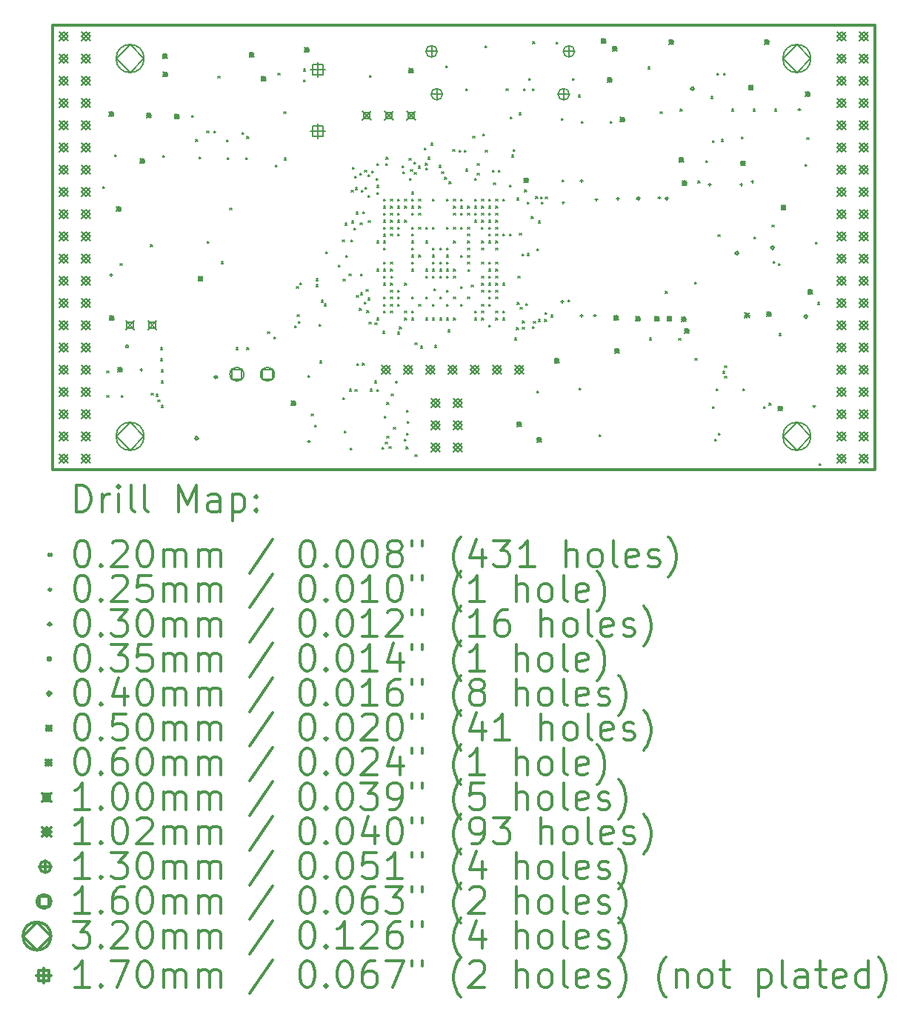
<source format=gbr>
%FSLAX45Y45*%
G04 Gerber Fmt 4.5, Leading zero omitted, Abs format (unit mm)*
G04 Created by KiCad (PCBNEW 5.0.0+dfsg1-1) date Thu Aug  9 10:13:15 2018*
%MOMM*%
%LPD*%
G01*
G04 APERTURE LIST*
%ADD10C,0.300000*%
%ADD11C,0.200000*%
G04 APERTURE END LIST*
D10*
X9410000Y-6142000D02*
X9410000Y-11222000D01*
X18808000Y-6142000D02*
X9410000Y-6142000D01*
X18808000Y-11222000D02*
X18808000Y-6142000D01*
X9410000Y-11222000D02*
X18808000Y-11222000D01*
D11*
X9990550Y-7986200D02*
X10010550Y-8006200D01*
X10010550Y-7986200D02*
X9990550Y-8006200D01*
X10035000Y-10094400D02*
X10055000Y-10114400D01*
X10055000Y-10094400D02*
X10035000Y-10114400D01*
X10035000Y-10373800D02*
X10055000Y-10393800D01*
X10055000Y-10373800D02*
X10035000Y-10393800D01*
X10125400Y-7619700D02*
X10145400Y-7639700D01*
X10145400Y-7619700D02*
X10125400Y-7639700D01*
X10187400Y-8868850D02*
X10207400Y-8888850D01*
X10207400Y-8868850D02*
X10187400Y-8888850D01*
X10200100Y-10373800D02*
X10220100Y-10393800D01*
X10220100Y-10373800D02*
X10200100Y-10393800D01*
X10535450Y-8649900D02*
X10555450Y-8669900D01*
X10555450Y-8649900D02*
X10535450Y-8669900D01*
X10543000Y-10348400D02*
X10563000Y-10368400D01*
X10563000Y-10348400D02*
X10543000Y-10368400D01*
X10595970Y-10361643D02*
X10615970Y-10381643D01*
X10615970Y-10361643D02*
X10595970Y-10381643D01*
X10619200Y-10424600D02*
X10639200Y-10444600D01*
X10639200Y-10424600D02*
X10619200Y-10444600D01*
X10650950Y-9827700D02*
X10670950Y-9847700D01*
X10670950Y-9827700D02*
X10650950Y-9847700D01*
X10650950Y-9954700D02*
X10670950Y-9974700D01*
X10670950Y-9954700D02*
X10650950Y-9974700D01*
X10657300Y-10081700D02*
X10677300Y-10101700D01*
X10677300Y-10081700D02*
X10657300Y-10101700D01*
X10657300Y-10208701D02*
X10677300Y-10228701D01*
X10677300Y-10208701D02*
X10657300Y-10228701D01*
X10657300Y-10488100D02*
X10677300Y-10508100D01*
X10677300Y-10488100D02*
X10657300Y-10508100D01*
X10671500Y-7632400D02*
X10691500Y-7652400D01*
X10691500Y-7632400D02*
X10671500Y-7652400D01*
X11001700Y-7175200D02*
X11021700Y-7195200D01*
X11021700Y-7175200D02*
X11001700Y-7195200D01*
X11049908Y-7448938D02*
X11069908Y-7468938D01*
X11069908Y-7448938D02*
X11049908Y-7468938D01*
X11090600Y-7645100D02*
X11110600Y-7665100D01*
X11110600Y-7645100D02*
X11090600Y-7665100D01*
X11178000Y-7350000D02*
X11198000Y-7370000D01*
X11198000Y-7350000D02*
X11178000Y-7370000D01*
X11179522Y-8615379D02*
X11199522Y-8635379D01*
X11199522Y-8615379D02*
X11179522Y-8635379D01*
X11258000Y-7350000D02*
X11278000Y-7370000D01*
X11278000Y-7350000D02*
X11258000Y-7370000D01*
X11305725Y-6724363D02*
X11325725Y-6744363D01*
X11325725Y-6724363D02*
X11305725Y-6744363D01*
X11344600Y-8845973D02*
X11364600Y-8865973D01*
X11364600Y-8845973D02*
X11344600Y-8865973D01*
X11400408Y-7451220D02*
X11420408Y-7471220D01*
X11420408Y-7451220D02*
X11400408Y-7471220D01*
X11408100Y-7657800D02*
X11428100Y-7677800D01*
X11428100Y-7657800D02*
X11408100Y-7677800D01*
X11441393Y-8230943D02*
X11461393Y-8250943D01*
X11461393Y-8230943D02*
X11441393Y-8250943D01*
X11514550Y-9827700D02*
X11534550Y-9847700D01*
X11534550Y-9827700D02*
X11514550Y-9847700D01*
X11578000Y-7370000D02*
X11598000Y-7390000D01*
X11598000Y-7370000D02*
X11578000Y-7390000D01*
X11624000Y-7657800D02*
X11644000Y-7677800D01*
X11644000Y-7657800D02*
X11624000Y-7677800D01*
X11633852Y-9827700D02*
X11653852Y-9847700D01*
X11653852Y-9827700D02*
X11633852Y-9847700D01*
X11635200Y-7414700D02*
X11655200Y-7434700D01*
X11655200Y-7414700D02*
X11635200Y-7434700D01*
X11870412Y-9644112D02*
X11890412Y-9664112D01*
X11890412Y-9644112D02*
X11870412Y-9664112D01*
X11941500Y-9702500D02*
X11961500Y-9722500D01*
X11961500Y-9702500D02*
X11941500Y-9722500D01*
X11959215Y-7739412D02*
X11979215Y-7759412D01*
X11979215Y-7739412D02*
X11959215Y-7759412D01*
X11990800Y-6690800D02*
X12010800Y-6710800D01*
X12010800Y-6690800D02*
X11990800Y-6710800D01*
X12056498Y-7133651D02*
X12076498Y-7153651D01*
X12076498Y-7133651D02*
X12056498Y-7153651D01*
X12063993Y-7659408D02*
X12083993Y-7679408D01*
X12083993Y-7659408D02*
X12063993Y-7679408D01*
X12182800Y-9575500D02*
X12202800Y-9595500D01*
X12202800Y-9575500D02*
X12182800Y-9595500D01*
X12201657Y-9128657D02*
X12221657Y-9148657D01*
X12221657Y-9128657D02*
X12201657Y-9148657D01*
X12210364Y-9448538D02*
X12230364Y-9468538D01*
X12230364Y-9448538D02*
X12210364Y-9468538D01*
X12220900Y-9524700D02*
X12240900Y-9544700D01*
X12240900Y-9524700D02*
X12220900Y-9544700D01*
X12242096Y-9088217D02*
X12262096Y-9108217D01*
X12262096Y-9088217D02*
X12242096Y-9108217D01*
X12282618Y-6643232D02*
X12302618Y-6663232D01*
X12302618Y-6643232D02*
X12282618Y-6663232D01*
X12284400Y-6768800D02*
X12304400Y-6788800D01*
X12304400Y-6768800D02*
X12284400Y-6788800D01*
X12332545Y-10146435D02*
X12352545Y-10166435D01*
X12352545Y-10146435D02*
X12332545Y-10166435D01*
X12370241Y-10586650D02*
X12390241Y-10606650D01*
X12390241Y-10586650D02*
X12370241Y-10606650D01*
X12410242Y-10710764D02*
X12430242Y-10730764D01*
X12430242Y-10710764D02*
X12410242Y-10730764D01*
X12423701Y-9107100D02*
X12443701Y-9127100D01*
X12443701Y-9107100D02*
X12423701Y-9127100D01*
X12423702Y-9038791D02*
X12443702Y-9058791D01*
X12443702Y-9038791D02*
X12423702Y-9058791D01*
X12460700Y-9561000D02*
X12480700Y-9581000D01*
X12480700Y-9561000D02*
X12460700Y-9581000D01*
X12467050Y-9980100D02*
X12487050Y-10000100D01*
X12487050Y-9980100D02*
X12467050Y-10000100D01*
X12486399Y-9285661D02*
X12506399Y-9305661D01*
X12506399Y-9285661D02*
X12486399Y-9305661D01*
X12519149Y-9329350D02*
X12539149Y-9349350D01*
X12539149Y-9329350D02*
X12519149Y-9349350D01*
X12538837Y-8731087D02*
X12558837Y-8751087D01*
X12558837Y-8731087D02*
X12538837Y-8751087D01*
X12682329Y-8882979D02*
X12702329Y-8902979D01*
X12702329Y-8882979D02*
X12682329Y-8902979D01*
X12727400Y-8595800D02*
X12747400Y-8615800D01*
X12747400Y-8595800D02*
X12727400Y-8615800D01*
X12731909Y-10397773D02*
X12751909Y-10417773D01*
X12751909Y-10397773D02*
X12731909Y-10417773D01*
X12733834Y-9045740D02*
X12753834Y-9065740D01*
X12753834Y-9045740D02*
X12733834Y-9065740D01*
X12748660Y-10777504D02*
X12768660Y-10797504D01*
X12768660Y-10777504D02*
X12748660Y-10797504D01*
X12759150Y-8405300D02*
X12779150Y-8425300D01*
X12779150Y-8405300D02*
X12759150Y-8425300D01*
X12764768Y-8776012D02*
X12784768Y-8796012D01*
X12784768Y-8776012D02*
X12764768Y-8796012D01*
X12803218Y-8983018D02*
X12823218Y-9003018D01*
X12823218Y-8983018D02*
X12803218Y-9003018D01*
X12808750Y-10300900D02*
X12828750Y-10320900D01*
X12828750Y-10300900D02*
X12808750Y-10320900D01*
X12815100Y-10974000D02*
X12835100Y-10994000D01*
X12835100Y-10974000D02*
X12815100Y-10994000D01*
X12824072Y-8596207D02*
X12844072Y-8616207D01*
X12844072Y-8596207D02*
X12824072Y-8616207D01*
X12829000Y-8030650D02*
X12849000Y-8050650D01*
X12849000Y-8030650D02*
X12829000Y-8050650D01*
X12835350Y-8379900D02*
X12855350Y-8399900D01*
X12855350Y-8379900D02*
X12835350Y-8399900D01*
X12841700Y-7765451D02*
X12861700Y-7785451D01*
X12861700Y-7765451D02*
X12841700Y-7785451D01*
X12860114Y-8462438D02*
X12880114Y-8482438D01*
X12880114Y-8462438D02*
X12860114Y-8482438D01*
X12867100Y-7865550D02*
X12887100Y-7885550D01*
X12887100Y-7865550D02*
X12867100Y-7885550D01*
X12870682Y-10308590D02*
X12890682Y-10328590D01*
X12890682Y-10308590D02*
X12870682Y-10328590D01*
X12873450Y-7998900D02*
X12893450Y-8018900D01*
X12893450Y-7998900D02*
X12873450Y-8018900D01*
X12886150Y-8278300D02*
X12906150Y-8298300D01*
X12906150Y-8278300D02*
X12886150Y-8298300D01*
X12886283Y-9229083D02*
X12906283Y-9249083D01*
X12906283Y-9229083D02*
X12886283Y-9249083D01*
X12890520Y-10007480D02*
X12910520Y-10027480D01*
X12910520Y-10007480D02*
X12890520Y-10027480D01*
X12921835Y-9377845D02*
X12941835Y-9397845D01*
X12941835Y-9377845D02*
X12921835Y-9397845D01*
X12924250Y-7833800D02*
X12944250Y-7853800D01*
X12944250Y-7833800D02*
X12924250Y-7853800D01*
X12930501Y-8400852D02*
X12950501Y-8420852D01*
X12950501Y-8400852D02*
X12930501Y-8420852D01*
X12934924Y-8983794D02*
X12954924Y-9003794D01*
X12954924Y-8983794D02*
X12934924Y-9003794D01*
X12935750Y-9202350D02*
X12955750Y-9222350D01*
X12955750Y-9202350D02*
X12935750Y-9222350D01*
X12940751Y-8030650D02*
X12960751Y-8050650D01*
X12960751Y-8030650D02*
X12940751Y-8050650D01*
X12956000Y-10005500D02*
X12976000Y-10025500D01*
X12976000Y-10005500D02*
X12956000Y-10025500D01*
X12962350Y-8273851D02*
X12982350Y-8293851D01*
X12982350Y-8273851D02*
X12962350Y-8293851D01*
X12976189Y-9308896D02*
X12996189Y-9328896D01*
X12996189Y-9308896D02*
X12976189Y-9328896D01*
X12981400Y-7802050D02*
X13001400Y-7822050D01*
X13001400Y-7802050D02*
X12981400Y-7822050D01*
X12984711Y-7994431D02*
X13004711Y-8014431D01*
X13004711Y-7994431D02*
X12984711Y-8014431D01*
X12999250Y-9164250D02*
X13019250Y-9184250D01*
X13019250Y-9164250D02*
X12999250Y-9184250D01*
X13007618Y-9405227D02*
X13027618Y-9425227D01*
X13027618Y-9405227D02*
X13007618Y-9425227D01*
X13018300Y-9259500D02*
X13038300Y-9279500D01*
X13038300Y-9259500D02*
X13018300Y-9279500D01*
X13018305Y-7852464D02*
X13038305Y-7872464D01*
X13038305Y-7852464D02*
X13018305Y-7872464D01*
X13019500Y-8087800D02*
X13039500Y-8107800D01*
X13039500Y-8087800D02*
X13019500Y-8107800D01*
X13023410Y-8375410D02*
X13043410Y-8395410D01*
X13043410Y-8375410D02*
X13023410Y-8395410D01*
X13030548Y-9536431D02*
X13050548Y-9556431D01*
X13050548Y-9536431D02*
X13030548Y-9556431D01*
X13033700Y-6718000D02*
X13053700Y-6738000D01*
X13053700Y-6718000D02*
X13033700Y-6738000D01*
X13043700Y-10300900D02*
X13063700Y-10320900D01*
X13063700Y-10300900D02*
X13043700Y-10320900D01*
X13063950Y-7808400D02*
X13083950Y-7828400D01*
X13083950Y-7808400D02*
X13063950Y-7828400D01*
X13093907Y-10208700D02*
X13113907Y-10228700D01*
X13113907Y-10208700D02*
X13093907Y-10228700D01*
X13098471Y-9546418D02*
X13118471Y-9566418D01*
X13118471Y-9546418D02*
X13098471Y-9566418D01*
X13114818Y-7892343D02*
X13134818Y-7912343D01*
X13134818Y-7892343D02*
X13114818Y-7912343D01*
X13118000Y-8052363D02*
X13138000Y-8072363D01*
X13138000Y-8052363D02*
X13118000Y-8072363D01*
X13118000Y-8610000D02*
X13138000Y-8630000D01*
X13138000Y-8610000D02*
X13118000Y-8630000D01*
X13118000Y-8930000D02*
X13138000Y-8950000D01*
X13138000Y-8930000D02*
X13118000Y-8950000D01*
X13118000Y-9490000D02*
X13138000Y-9510000D01*
X13138000Y-9490000D02*
X13118000Y-9510000D01*
X13118565Y-7722735D02*
X13138565Y-7742735D01*
X13138565Y-7722735D02*
X13118565Y-7742735D01*
X13119785Y-7972345D02*
X13139785Y-7992345D01*
X13139785Y-7972345D02*
X13119785Y-7992345D01*
X13119900Y-10307250D02*
X13139900Y-10327250D01*
X13139900Y-10307250D02*
X13119900Y-10327250D01*
X13178250Y-10964350D02*
X13198250Y-10984350D01*
X13198250Y-10964350D02*
X13178250Y-10984350D01*
X13189750Y-9640500D02*
X13209750Y-9660500D01*
X13209750Y-9640500D02*
X13189750Y-9660500D01*
X13197734Y-9090201D02*
X13217734Y-9110201D01*
X13217734Y-9090201D02*
X13197734Y-9110201D01*
X13198000Y-8130000D02*
X13218000Y-8150000D01*
X13218000Y-8130000D02*
X13198000Y-8150000D01*
X13198000Y-8210000D02*
X13218000Y-8230000D01*
X13218000Y-8210000D02*
X13198000Y-8230000D01*
X13198000Y-8290000D02*
X13218000Y-8310000D01*
X13218000Y-8290000D02*
X13198000Y-8310000D01*
X13198000Y-8370000D02*
X13218000Y-8390000D01*
X13218000Y-8370000D02*
X13198000Y-8390000D01*
X13198000Y-8450000D02*
X13218000Y-8470000D01*
X13218000Y-8450000D02*
X13198000Y-8470000D01*
X13198000Y-8531500D02*
X13218000Y-8551500D01*
X13218000Y-8531500D02*
X13198000Y-8551500D01*
X13198000Y-8610000D02*
X13218000Y-8630000D01*
X13218000Y-8610000D02*
X13198000Y-8630000D01*
X13198000Y-8690000D02*
X13218000Y-8710000D01*
X13218000Y-8690000D02*
X13198000Y-8710000D01*
X13198000Y-8850000D02*
X13218000Y-8870000D01*
X13218000Y-8850000D02*
X13198000Y-8870000D01*
X13198000Y-8930000D02*
X13218000Y-8950000D01*
X13218000Y-8930000D02*
X13198000Y-8950000D01*
X13198000Y-9010000D02*
X13218000Y-9030000D01*
X13218000Y-9010000D02*
X13198000Y-9030000D01*
X13198000Y-9250000D02*
X13218000Y-9270000D01*
X13218000Y-9250000D02*
X13198000Y-9270000D01*
X13198000Y-9330000D02*
X13218000Y-9350000D01*
X13218000Y-9330000D02*
X13198000Y-9350000D01*
X13198000Y-9410000D02*
X13218000Y-9430000D01*
X13218000Y-9410000D02*
X13198000Y-9430000D01*
X13206286Y-10608587D02*
X13226286Y-10628587D01*
X13226286Y-10608587D02*
X13206286Y-10628587D01*
X13217511Y-10908296D02*
X13237511Y-10928296D01*
X13237511Y-10908296D02*
X13217511Y-10928296D01*
X13220903Y-7724256D02*
X13240903Y-7744256D01*
X13240903Y-7724256D02*
X13220903Y-7744256D01*
X13227850Y-7652950D02*
X13247850Y-7672950D01*
X13247850Y-7652950D02*
X13227850Y-7672950D01*
X13234200Y-10453300D02*
X13254200Y-10473300D01*
X13254200Y-10453300D02*
X13234200Y-10473300D01*
X13234200Y-10840650D02*
X13254200Y-10860650D01*
X13254200Y-10840650D02*
X13234200Y-10860650D01*
X13260800Y-10958000D02*
X13280800Y-10978000D01*
X13280800Y-10958000D02*
X13260800Y-10978000D01*
X13278000Y-8130000D02*
X13298000Y-8150000D01*
X13298000Y-8130000D02*
X13278000Y-8150000D01*
X13278000Y-8210000D02*
X13298000Y-8230000D01*
X13298000Y-8210000D02*
X13278000Y-8230000D01*
X13278000Y-8290000D02*
X13298000Y-8310000D01*
X13298000Y-8290000D02*
X13278000Y-8310000D01*
X13278000Y-8370000D02*
X13298000Y-8390000D01*
X13298000Y-8370000D02*
X13278000Y-8390000D01*
X13278000Y-8450000D02*
X13298000Y-8470000D01*
X13298000Y-8450000D02*
X13278000Y-8470000D01*
X13278000Y-8530000D02*
X13298000Y-8550000D01*
X13298000Y-8530000D02*
X13278000Y-8550000D01*
X13278000Y-8850000D02*
X13298000Y-8870000D01*
X13298000Y-8850000D02*
X13278000Y-8870000D01*
X13278000Y-8930000D02*
X13298000Y-8950000D01*
X13298000Y-8930000D02*
X13278000Y-8950000D01*
X13278000Y-9090000D02*
X13298000Y-9110000D01*
X13298000Y-9090000D02*
X13278000Y-9110000D01*
X13278000Y-9170000D02*
X13298000Y-9190000D01*
X13298000Y-9170000D02*
X13278000Y-9190000D01*
X13278000Y-9250000D02*
X13298000Y-9270000D01*
X13298000Y-9250000D02*
X13278000Y-9270000D01*
X13278000Y-9330000D02*
X13298000Y-9350000D01*
X13298000Y-9330000D02*
X13278000Y-9350000D01*
X13278000Y-9410000D02*
X13298000Y-9430000D01*
X13298000Y-9410000D02*
X13278000Y-9430000D01*
X13280000Y-9008000D02*
X13300000Y-9028000D01*
X13300000Y-9008000D02*
X13280000Y-9028000D01*
X13285000Y-10358050D02*
X13305000Y-10378050D01*
X13305000Y-10358050D02*
X13285000Y-10378050D01*
X13311600Y-10736500D02*
X13331600Y-10756500D01*
X13331600Y-10736500D02*
X13311600Y-10756500D01*
X13358000Y-8130000D02*
X13378000Y-8150000D01*
X13378000Y-8130000D02*
X13358000Y-8150000D01*
X13358000Y-8210000D02*
X13378000Y-8230000D01*
X13378000Y-8210000D02*
X13358000Y-8230000D01*
X13358000Y-8290000D02*
X13378000Y-8310000D01*
X13378000Y-8290000D02*
X13358000Y-8310000D01*
X13358000Y-8370000D02*
X13378000Y-8390000D01*
X13378000Y-8370000D02*
X13358000Y-8390000D01*
X13358000Y-8450000D02*
X13378000Y-8470000D01*
X13378000Y-8450000D02*
X13358000Y-8470000D01*
X13358000Y-8530000D02*
X13378000Y-8550000D01*
X13378000Y-8530000D02*
X13358000Y-8550000D01*
X13358000Y-9170000D02*
X13378000Y-9190000D01*
X13378000Y-9170000D02*
X13358000Y-9190000D01*
X13358000Y-9250000D02*
X13378000Y-9270000D01*
X13378000Y-9250000D02*
X13358000Y-9270000D01*
X13358000Y-9330000D02*
X13378000Y-9350000D01*
X13378000Y-9330000D02*
X13358000Y-9350000D01*
X13358000Y-9650000D02*
X13378000Y-9670000D01*
X13378000Y-9650000D02*
X13358000Y-9670000D01*
X13378000Y-9590000D02*
X13398000Y-9610000D01*
X13398000Y-9590000D02*
X13378000Y-9610000D01*
X13411163Y-7748395D02*
X13431163Y-7768395D01*
X13431163Y-7748395D02*
X13411163Y-7768395D01*
X13415020Y-7815418D02*
X13435020Y-7835418D01*
X13435020Y-7815418D02*
X13415020Y-7835418D01*
X13436400Y-10874197D02*
X13456400Y-10894197D01*
X13456400Y-10874197D02*
X13436400Y-10894197D01*
X13438000Y-8130000D02*
X13458000Y-8150000D01*
X13458000Y-8130000D02*
X13438000Y-8150000D01*
X13438000Y-8210000D02*
X13458000Y-8230000D01*
X13458000Y-8210000D02*
X13438000Y-8230000D01*
X13438000Y-8370000D02*
X13458000Y-8390000D01*
X13458000Y-8370000D02*
X13438000Y-8390000D01*
X13438000Y-9090000D02*
X13458000Y-9110000D01*
X13458000Y-9090000D02*
X13438000Y-9110000D01*
X13438000Y-9410000D02*
X13458000Y-9430000D01*
X13458000Y-9410000D02*
X13438000Y-9430000D01*
X13438000Y-9490000D02*
X13458000Y-9510000D01*
X13458000Y-9490000D02*
X13438000Y-9510000D01*
X13453687Y-10961995D02*
X13473687Y-10981995D01*
X13473687Y-10961995D02*
X13453687Y-10981995D01*
X13457587Y-10803159D02*
X13477587Y-10823159D01*
X13477587Y-10803159D02*
X13457587Y-10823159D01*
X13460735Y-10540845D02*
X13480735Y-10560845D01*
X13480735Y-10540845D02*
X13460735Y-10560845D01*
X13465065Y-10671051D02*
X13485065Y-10691051D01*
X13485065Y-10671051D02*
X13465065Y-10691051D01*
X13489399Y-7662350D02*
X13509399Y-7682350D01*
X13509399Y-7662350D02*
X13489399Y-7682350D01*
X13492132Y-7892495D02*
X13512132Y-7912495D01*
X13512132Y-7892495D02*
X13492132Y-7912495D01*
X13507250Y-7792650D02*
X13527250Y-7812650D01*
X13527250Y-7792650D02*
X13507250Y-7812650D01*
X13518000Y-8050000D02*
X13538000Y-8070000D01*
X13538000Y-8050000D02*
X13518000Y-8070000D01*
X13518000Y-8130000D02*
X13538000Y-8150000D01*
X13538000Y-8130000D02*
X13518000Y-8150000D01*
X13518000Y-8210000D02*
X13538000Y-8230000D01*
X13538000Y-8210000D02*
X13518000Y-8230000D01*
X13518000Y-8290000D02*
X13538000Y-8310000D01*
X13538000Y-8290000D02*
X13518000Y-8310000D01*
X13518000Y-8450000D02*
X13538000Y-8470000D01*
X13538000Y-8450000D02*
X13518000Y-8470000D01*
X13518000Y-8530000D02*
X13538000Y-8550000D01*
X13538000Y-8530000D02*
X13518000Y-8550000D01*
X13518000Y-8610000D02*
X13538000Y-8630000D01*
X13538000Y-8610000D02*
X13518000Y-8630000D01*
X13518000Y-8690000D02*
X13538000Y-8710000D01*
X13538000Y-8690000D02*
X13518000Y-8710000D01*
X13518000Y-8770000D02*
X13538000Y-8790000D01*
X13538000Y-8770000D02*
X13518000Y-8790000D01*
X13518000Y-8850000D02*
X13538000Y-8870000D01*
X13538000Y-8850000D02*
X13518000Y-8870000D01*
X13518000Y-8930000D02*
X13538000Y-8950000D01*
X13538000Y-8930000D02*
X13518000Y-8950000D01*
X13518000Y-9250000D02*
X13538000Y-9270000D01*
X13538000Y-9250000D02*
X13518000Y-9270000D01*
X13518000Y-9410000D02*
X13538000Y-9430000D01*
X13538000Y-9410000D02*
X13518000Y-9430000D01*
X13518000Y-9490000D02*
X13538000Y-9510000D01*
X13538000Y-9490000D02*
X13518000Y-9510000D01*
X13546550Y-7706800D02*
X13566550Y-7726800D01*
X13566550Y-7706800D02*
X13546550Y-7726800D01*
X13549150Y-7827659D02*
X13569150Y-7847659D01*
X13569150Y-7827659D02*
X13549150Y-7847659D01*
X13555656Y-11051071D02*
X13575656Y-11071071D01*
X13575656Y-11051071D02*
X13555656Y-11071071D01*
X13558000Y-9770000D02*
X13578000Y-9790000D01*
X13578000Y-9770000D02*
X13558000Y-9790000D01*
X13594882Y-7754550D02*
X13614882Y-7774550D01*
X13614882Y-7754550D02*
X13594882Y-7774550D01*
X13598000Y-8130000D02*
X13618000Y-8150000D01*
X13618000Y-8130000D02*
X13598000Y-8150000D01*
X13598000Y-8210000D02*
X13618000Y-8230000D01*
X13618000Y-8210000D02*
X13598000Y-8230000D01*
X13598000Y-8290000D02*
X13618000Y-8310000D01*
X13618000Y-8290000D02*
X13598000Y-8310000D01*
X13598000Y-8450000D02*
X13618000Y-8470000D01*
X13618000Y-8450000D02*
X13598000Y-8470000D01*
X13598000Y-8770000D02*
X13618000Y-8790000D01*
X13618000Y-8770000D02*
X13598000Y-8790000D01*
X13598000Y-9330000D02*
X13618000Y-9350000D01*
X13618000Y-9330000D02*
X13598000Y-9350000D01*
X13618000Y-9810000D02*
X13638000Y-9830000D01*
X13638000Y-9810000D02*
X13618000Y-9830000D01*
X13664259Y-7547941D02*
X13684259Y-7567941D01*
X13684259Y-7547941D02*
X13664259Y-7567941D01*
X13676320Y-7718760D02*
X13696320Y-7738760D01*
X13696320Y-7718760D02*
X13676320Y-7738760D01*
X13678000Y-8450000D02*
X13698000Y-8470000D01*
X13698000Y-8450000D02*
X13678000Y-8470000D01*
X13678000Y-8610000D02*
X13698000Y-8630000D01*
X13698000Y-8610000D02*
X13678000Y-8630000D01*
X13678000Y-8930000D02*
X13698000Y-8950000D01*
X13698000Y-8930000D02*
X13678000Y-8950000D01*
X13678000Y-9010000D02*
X13698000Y-9030000D01*
X13698000Y-9010000D02*
X13678000Y-9030000D01*
X13678000Y-9250000D02*
X13698000Y-9270000D01*
X13698000Y-9250000D02*
X13678000Y-9270000D01*
X13678000Y-9490000D02*
X13698000Y-9510000D01*
X13698000Y-9490000D02*
X13678000Y-9510000D01*
X13679461Y-7776107D02*
X13699461Y-7796107D01*
X13699461Y-7776107D02*
X13679461Y-7796107D01*
X13707437Y-7652487D02*
X13727437Y-7672487D01*
X13727437Y-7652487D02*
X13707437Y-7672487D01*
X13738000Y-7490000D02*
X13758000Y-7510000D01*
X13758000Y-7490000D02*
X13738000Y-7510000D01*
X13758000Y-8130000D02*
X13778000Y-8150000D01*
X13778000Y-8130000D02*
X13758000Y-8150000D01*
X13758000Y-8450000D02*
X13778000Y-8470000D01*
X13778000Y-8450000D02*
X13758000Y-8470000D01*
X13758000Y-8690000D02*
X13778000Y-8710000D01*
X13778000Y-8690000D02*
X13758000Y-8710000D01*
X13758000Y-8770000D02*
X13778000Y-8790000D01*
X13778000Y-8770000D02*
X13758000Y-8790000D01*
X13758000Y-8850000D02*
X13778000Y-8870000D01*
X13778000Y-8850000D02*
X13758000Y-8870000D01*
X13758000Y-8930000D02*
X13778000Y-8950000D01*
X13778000Y-8930000D02*
X13758000Y-8950000D01*
X13758000Y-9010000D02*
X13778000Y-9030000D01*
X13778000Y-9010000D02*
X13758000Y-9030000D01*
X13758000Y-9330000D02*
X13778000Y-9350000D01*
X13778000Y-9330000D02*
X13758000Y-9350000D01*
X13758000Y-9490000D02*
X13778000Y-9510000D01*
X13778000Y-9490000D02*
X13758000Y-9510000D01*
X13770300Y-9156400D02*
X13790300Y-9176400D01*
X13790300Y-9156400D02*
X13770300Y-9176400D01*
X13781499Y-9802300D02*
X13801499Y-9822300D01*
X13801499Y-9802300D02*
X13781499Y-9822300D01*
X13830592Y-7745154D02*
X13850592Y-7765154D01*
X13850592Y-7745154D02*
X13830592Y-7765154D01*
X13838000Y-8690000D02*
X13858000Y-8710000D01*
X13858000Y-8690000D02*
X13838000Y-8710000D01*
X13838000Y-8850000D02*
X13858000Y-8870000D01*
X13858000Y-8850000D02*
X13838000Y-8870000D01*
X13838000Y-8930000D02*
X13858000Y-8950000D01*
X13858000Y-8930000D02*
X13838000Y-8950000D01*
X13838000Y-9010000D02*
X13858000Y-9030000D01*
X13858000Y-9010000D02*
X13838000Y-9030000D01*
X13838000Y-9250000D02*
X13858000Y-9270000D01*
X13858000Y-9250000D02*
X13838000Y-9270000D01*
X13838000Y-9490000D02*
X13858000Y-9510000D01*
X13858000Y-9490000D02*
X13838000Y-9510000D01*
X13862850Y-7818050D02*
X13882850Y-7838050D01*
X13882850Y-7818050D02*
X13862850Y-7838050D01*
X13894600Y-7881550D02*
X13914600Y-7901550D01*
X13914600Y-7881550D02*
X13894600Y-7901550D01*
X13910000Y-6603700D02*
X13930000Y-6623700D01*
X13930000Y-6603700D02*
X13910000Y-6623700D01*
X13918000Y-8130000D02*
X13938000Y-8150000D01*
X13938000Y-8130000D02*
X13918000Y-8150000D01*
X13918000Y-8450000D02*
X13938000Y-8470000D01*
X13938000Y-8450000D02*
X13918000Y-8470000D01*
X13918000Y-8690000D02*
X13938000Y-8710000D01*
X13938000Y-8690000D02*
X13918000Y-8710000D01*
X13918000Y-8770000D02*
X13938000Y-8790000D01*
X13938000Y-8770000D02*
X13918000Y-8790000D01*
X13918000Y-8850000D02*
X13938000Y-8870000D01*
X13938000Y-8850000D02*
X13918000Y-8870000D01*
X13918000Y-8930000D02*
X13938000Y-8950000D01*
X13938000Y-8930000D02*
X13918000Y-8950000D01*
X13918000Y-9010000D02*
X13938000Y-9030000D01*
X13938000Y-9010000D02*
X13918000Y-9030000D01*
X13918000Y-9170000D02*
X13938000Y-9190000D01*
X13938000Y-9170000D02*
X13918000Y-9190000D01*
X13918000Y-9330000D02*
X13938000Y-9350000D01*
X13938000Y-9330000D02*
X13918000Y-9350000D01*
X13918000Y-9490000D02*
X13938000Y-9510000D01*
X13938000Y-9490000D02*
X13918000Y-9510000D01*
X13933900Y-9624500D02*
X13953900Y-9644500D01*
X13953900Y-9624500D02*
X13933900Y-9644500D01*
X13945400Y-7932350D02*
X13965400Y-7952350D01*
X13965400Y-7932350D02*
X13945400Y-7952350D01*
X13989352Y-7565171D02*
X14009352Y-7585171D01*
X14009352Y-7565171D02*
X13989352Y-7585171D01*
X13996000Y-8292000D02*
X14016000Y-8312000D01*
X14016000Y-8292000D02*
X13996000Y-8312000D01*
X13998000Y-8130000D02*
X14018000Y-8150000D01*
X14018000Y-8130000D02*
X13998000Y-8150000D01*
X13998000Y-8210000D02*
X14018000Y-8230000D01*
X14018000Y-8210000D02*
X13998000Y-8230000D01*
X13998000Y-8450000D02*
X14018000Y-8470000D01*
X14018000Y-8450000D02*
X13998000Y-8470000D01*
X13998000Y-8610000D02*
X14018000Y-8630000D01*
X14018000Y-8610000D02*
X13998000Y-8630000D01*
X13998000Y-8930000D02*
X14018000Y-8950000D01*
X14018000Y-8930000D02*
X13998000Y-8950000D01*
X13998000Y-9010000D02*
X14018000Y-9030000D01*
X14018000Y-9010000D02*
X13998000Y-9030000D01*
X13998000Y-9250000D02*
X14018000Y-9270000D01*
X14018000Y-9250000D02*
X13998000Y-9270000D01*
X13998000Y-9490000D02*
X14018000Y-9510000D01*
X14018000Y-9490000D02*
X13998000Y-9510000D01*
X14058000Y-7570000D02*
X14078000Y-7590000D01*
X14078000Y-7570000D02*
X14058000Y-7590000D01*
X14078000Y-8130000D02*
X14098000Y-8150000D01*
X14098000Y-8130000D02*
X14078000Y-8150000D01*
X14078000Y-8210000D02*
X14098000Y-8230000D01*
X14098000Y-8210000D02*
X14078000Y-8230000D01*
X14078000Y-8290000D02*
X14098000Y-8310000D01*
X14098000Y-8290000D02*
X14078000Y-8310000D01*
X14078000Y-8450000D02*
X14098000Y-8470000D01*
X14098000Y-8450000D02*
X14078000Y-8470000D01*
X14078000Y-9130000D02*
X14098000Y-9150000D01*
X14098000Y-9130000D02*
X14078000Y-9150000D01*
X14078000Y-9330000D02*
X14098000Y-9350000D01*
X14098000Y-9330000D02*
X14078000Y-9350000D01*
X14079623Y-8771623D02*
X14099623Y-8791623D01*
X14099623Y-8771623D02*
X14079623Y-8791623D01*
X14118000Y-7570000D02*
X14138000Y-7590000D01*
X14138000Y-7570000D02*
X14118000Y-7590000D01*
X14135900Y-7786300D02*
X14155900Y-7806300D01*
X14155900Y-7786300D02*
X14135900Y-7806300D01*
X14138000Y-6870000D02*
X14158000Y-6890000D01*
X14158000Y-6870000D02*
X14138000Y-6890000D01*
X14157598Y-8688652D02*
X14177598Y-8708652D01*
X14177598Y-8688652D02*
X14157598Y-8708652D01*
X14158000Y-8210000D02*
X14178000Y-8230000D01*
X14178000Y-8210000D02*
X14158000Y-8230000D01*
X14158000Y-8290000D02*
X14178000Y-8310000D01*
X14178000Y-8290000D02*
X14158000Y-8310000D01*
X14158000Y-8450000D02*
X14178000Y-8470000D01*
X14178000Y-8450000D02*
X14158000Y-8470000D01*
X14158000Y-8530000D02*
X14178000Y-8550000D01*
X14178000Y-8530000D02*
X14158000Y-8550000D01*
X14158000Y-8610000D02*
X14178000Y-8630000D01*
X14178000Y-8610000D02*
X14158000Y-8630000D01*
X14158000Y-8850000D02*
X14178000Y-8870000D01*
X14178000Y-8850000D02*
X14158000Y-8870000D01*
X14158000Y-9250000D02*
X14178000Y-9270000D01*
X14178000Y-9250000D02*
X14158000Y-9270000D01*
X14158027Y-8772746D02*
X14178027Y-8792746D01*
X14178027Y-8772746D02*
X14158027Y-8792746D01*
X14160000Y-8932000D02*
X14180000Y-8952000D01*
X14180000Y-8932000D02*
X14160000Y-8952000D01*
X14200722Y-9110102D02*
X14220722Y-9130102D01*
X14220722Y-9110102D02*
X14200722Y-9130102D01*
X14218000Y-7410000D02*
X14238000Y-7430000D01*
X14238000Y-7410000D02*
X14218000Y-7430000D01*
X14236000Y-8292000D02*
X14256000Y-8312000D01*
X14256000Y-8292000D02*
X14236000Y-8312000D01*
X14236377Y-7893109D02*
X14256377Y-7913109D01*
X14256377Y-7893109D02*
X14236377Y-7913109D01*
X14238000Y-8130000D02*
X14258000Y-8150000D01*
X14258000Y-8130000D02*
X14238000Y-8150000D01*
X14238000Y-8210000D02*
X14258000Y-8230000D01*
X14258000Y-8210000D02*
X14238000Y-8230000D01*
X14238000Y-8370000D02*
X14258000Y-8390000D01*
X14258000Y-8370000D02*
X14238000Y-8390000D01*
X14238000Y-9410000D02*
X14258000Y-9430000D01*
X14258000Y-9410000D02*
X14238000Y-9430000D01*
X14238000Y-9490000D02*
X14258000Y-9510000D01*
X14258000Y-9490000D02*
X14238000Y-9510000D01*
X14267329Y-7833800D02*
X14287329Y-7853800D01*
X14287329Y-7833800D02*
X14267329Y-7853800D01*
X14268583Y-7723660D02*
X14288583Y-7743660D01*
X14288583Y-7723660D02*
X14268583Y-7743660D01*
X14316000Y-8452000D02*
X14336000Y-8472000D01*
X14336000Y-8452000D02*
X14316000Y-8472000D01*
X14318000Y-8130000D02*
X14338000Y-8150000D01*
X14338000Y-8130000D02*
X14318000Y-8150000D01*
X14318000Y-8210000D02*
X14338000Y-8230000D01*
X14338000Y-8210000D02*
X14318000Y-8230000D01*
X14318000Y-8290000D02*
X14338000Y-8310000D01*
X14338000Y-8290000D02*
X14318000Y-8310000D01*
X14318000Y-8370000D02*
X14338000Y-8390000D01*
X14338000Y-8370000D02*
X14318000Y-8390000D01*
X14318000Y-8610000D02*
X14338000Y-8630000D01*
X14338000Y-8610000D02*
X14318000Y-8630000D01*
X14318000Y-8690000D02*
X14338000Y-8710000D01*
X14338000Y-8690000D02*
X14318000Y-8710000D01*
X14318000Y-8850000D02*
X14338000Y-8870000D01*
X14338000Y-8850000D02*
X14318000Y-8870000D01*
X14318000Y-9010000D02*
X14338000Y-9030000D01*
X14338000Y-9010000D02*
X14318000Y-9030000D01*
X14318000Y-9090000D02*
X14338000Y-9110000D01*
X14338000Y-9090000D02*
X14318000Y-9110000D01*
X14318000Y-9170000D02*
X14338000Y-9190000D01*
X14338000Y-9170000D02*
X14318000Y-9190000D01*
X14318000Y-9330000D02*
X14338000Y-9350000D01*
X14338000Y-9330000D02*
X14318000Y-9350000D01*
X14318000Y-9410000D02*
X14338000Y-9430000D01*
X14338000Y-9410000D02*
X14318000Y-9430000D01*
X14318000Y-9490000D02*
X14338000Y-9510000D01*
X14338000Y-9490000D02*
X14318000Y-9510000D01*
X14331863Y-7387513D02*
X14351863Y-7407513D01*
X14351863Y-7387513D02*
X14331863Y-7407513D01*
X14355067Y-6376252D02*
X14375067Y-6396252D01*
X14375067Y-6376252D02*
X14355067Y-6396252D01*
X14360888Y-7571730D02*
X14380888Y-7591730D01*
X14380888Y-7571730D02*
X14360888Y-7591730D01*
X14398000Y-9570000D02*
X14418000Y-9590000D01*
X14418000Y-9570000D02*
X14398000Y-9590000D01*
X14398000Y-8130000D02*
X14418000Y-8150000D01*
X14418000Y-8130000D02*
X14398000Y-8150000D01*
X14398000Y-8210000D02*
X14418000Y-8230000D01*
X14418000Y-8210000D02*
X14398000Y-8230000D01*
X14398000Y-8290000D02*
X14418000Y-8310000D01*
X14418000Y-8290000D02*
X14398000Y-8310000D01*
X14398000Y-8370000D02*
X14418000Y-8390000D01*
X14418000Y-8370000D02*
X14398000Y-8390000D01*
X14398000Y-8450000D02*
X14418000Y-8470000D01*
X14418000Y-8450000D02*
X14398000Y-8470000D01*
X14398000Y-8530000D02*
X14418000Y-8550000D01*
X14418000Y-8530000D02*
X14398000Y-8550000D01*
X14398000Y-8610000D02*
X14418000Y-8630000D01*
X14418000Y-8610000D02*
X14398000Y-8630000D01*
X14398000Y-8850000D02*
X14418000Y-8870000D01*
X14418000Y-8850000D02*
X14398000Y-8870000D01*
X14398000Y-8930000D02*
X14418000Y-8950000D01*
X14418000Y-8930000D02*
X14398000Y-8950000D01*
X14398000Y-9010000D02*
X14418000Y-9030000D01*
X14418000Y-9010000D02*
X14398000Y-9030000D01*
X14398000Y-9090000D02*
X14418000Y-9110000D01*
X14418000Y-9090000D02*
X14398000Y-9110000D01*
X14398000Y-9170000D02*
X14418000Y-9190000D01*
X14418000Y-9170000D02*
X14398000Y-9190000D01*
X14398000Y-9250000D02*
X14418000Y-9270000D01*
X14418000Y-9250000D02*
X14398000Y-9270000D01*
X14398000Y-9330000D02*
X14418000Y-9350000D01*
X14418000Y-9330000D02*
X14398000Y-9350000D01*
X14441900Y-7802050D02*
X14461900Y-7822050D01*
X14461900Y-7802050D02*
X14441900Y-7822050D01*
X14453400Y-7942279D02*
X14473400Y-7962279D01*
X14473400Y-7942279D02*
X14453400Y-7962279D01*
X14478000Y-8130000D02*
X14498000Y-8150000D01*
X14498000Y-8130000D02*
X14478000Y-8150000D01*
X14478000Y-8210000D02*
X14498000Y-8230000D01*
X14498000Y-8210000D02*
X14478000Y-8230000D01*
X14478000Y-8290000D02*
X14498000Y-8310000D01*
X14498000Y-8290000D02*
X14478000Y-8310000D01*
X14478000Y-8370000D02*
X14498000Y-8390000D01*
X14498000Y-8370000D02*
X14478000Y-8390000D01*
X14478000Y-8450000D02*
X14498000Y-8470000D01*
X14498000Y-8450000D02*
X14478000Y-8470000D01*
X14478000Y-8530000D02*
X14498000Y-8550000D01*
X14498000Y-8530000D02*
X14478000Y-8550000D01*
X14478000Y-8610000D02*
X14498000Y-8630000D01*
X14498000Y-8610000D02*
X14478000Y-8630000D01*
X14478000Y-8690000D02*
X14498000Y-8710000D01*
X14498000Y-8690000D02*
X14478000Y-8710000D01*
X14478000Y-8850000D02*
X14498000Y-8870000D01*
X14498000Y-8850000D02*
X14478000Y-8870000D01*
X14478000Y-8930000D02*
X14498000Y-8950000D01*
X14498000Y-8930000D02*
X14478000Y-8950000D01*
X14478000Y-9010000D02*
X14498000Y-9030000D01*
X14498000Y-9010000D02*
X14478000Y-9030000D01*
X14478000Y-9090000D02*
X14498000Y-9110000D01*
X14498000Y-9090000D02*
X14478000Y-9110000D01*
X14478000Y-9170000D02*
X14498000Y-9190000D01*
X14498000Y-9170000D02*
X14478000Y-9190000D01*
X14478000Y-9250000D02*
X14498000Y-9270000D01*
X14498000Y-9250000D02*
X14478000Y-9270000D01*
X14478000Y-9410000D02*
X14498000Y-9430000D01*
X14498000Y-9410000D02*
X14478000Y-9430000D01*
X14478000Y-9490000D02*
X14498000Y-9510000D01*
X14498000Y-9490000D02*
X14478000Y-9510000D01*
X14511750Y-7802050D02*
X14531750Y-7822050D01*
X14531750Y-7802050D02*
X14511750Y-7822050D01*
X14558000Y-8130000D02*
X14578000Y-8150000D01*
X14578000Y-8130000D02*
X14558000Y-8150000D01*
X14558000Y-8530000D02*
X14578000Y-8550000D01*
X14578000Y-8530000D02*
X14558000Y-8550000D01*
X14558000Y-9090000D02*
X14578000Y-9110000D01*
X14578000Y-9090000D02*
X14558000Y-9110000D01*
X14558000Y-9410000D02*
X14578000Y-9430000D01*
X14578000Y-9410000D02*
X14558000Y-9430000D01*
X14558000Y-9490000D02*
X14578000Y-9510000D01*
X14578000Y-9490000D02*
X14558000Y-9510000D01*
X14598000Y-6870000D02*
X14618000Y-6890000D01*
X14618000Y-6870000D02*
X14598000Y-6890000D01*
X14638000Y-8530000D02*
X14658000Y-8550000D01*
X14658000Y-8530000D02*
X14638000Y-8550000D01*
X14638141Y-7971938D02*
X14658141Y-7991938D01*
X14658141Y-7971938D02*
X14638141Y-7991938D01*
X14646600Y-7187799D02*
X14666600Y-7207799D01*
X14666600Y-7187799D02*
X14646600Y-7207799D01*
X14660029Y-7625502D02*
X14680029Y-7645502D01*
X14680029Y-7625502D02*
X14660029Y-7645502D01*
X14676850Y-7560750D02*
X14696850Y-7580750D01*
X14696850Y-7560750D02*
X14676850Y-7580750D01*
X14694701Y-9716700D02*
X14714701Y-9736700D01*
X14714701Y-9716700D02*
X14694701Y-9736700D01*
X14718001Y-9600483D02*
X14738001Y-9620483D01*
X14738001Y-9600483D02*
X14718001Y-9620483D01*
X14720100Y-8116500D02*
X14740100Y-8136500D01*
X14740100Y-8116500D02*
X14720100Y-8136500D01*
X14724389Y-9311713D02*
X14744389Y-9331713D01*
X14744389Y-9311713D02*
X14724389Y-9331713D01*
X14733095Y-9013302D02*
X14753095Y-9033302D01*
X14753095Y-9013302D02*
X14733095Y-9033302D01*
X14748200Y-7143450D02*
X14768200Y-7163450D01*
X14768200Y-7143450D02*
X14748200Y-7163450D01*
X14751215Y-8517186D02*
X14771215Y-8537186D01*
X14771215Y-8517186D02*
X14751215Y-8537186D01*
X14760000Y-9366849D02*
X14780000Y-9386849D01*
X14780000Y-9366849D02*
X14760000Y-9386849D01*
X14781079Y-8758342D02*
X14801079Y-8778342D01*
X14801079Y-8758342D02*
X14781079Y-8778342D01*
X14782886Y-9523902D02*
X14802886Y-9543902D01*
X14802886Y-9523902D02*
X14782886Y-9543902D01*
X14784560Y-9593721D02*
X14804560Y-9613721D01*
X14804560Y-9593721D02*
X14784560Y-9613721D01*
X14795949Y-6870000D02*
X14815949Y-6890000D01*
X14815949Y-6870000D02*
X14795949Y-6890000D01*
X14810200Y-8024300D02*
X14830200Y-8044300D01*
X14830200Y-8024300D02*
X14810200Y-8044300D01*
X14824901Y-9322231D02*
X14844901Y-9342231D01*
X14844901Y-9322231D02*
X14824901Y-9342231D01*
X14838354Y-8752346D02*
X14858354Y-8772346D01*
X14858354Y-8752346D02*
X14838354Y-8772346D01*
X14841950Y-8164000D02*
X14861950Y-8184000D01*
X14861950Y-8164000D02*
X14841950Y-8184000D01*
X14858001Y-6750000D02*
X14878001Y-6770000D01*
X14878001Y-6750000D02*
X14858001Y-6770000D01*
X14886400Y-8329101D02*
X14906400Y-8349101D01*
X14906400Y-8329101D02*
X14886400Y-8349101D01*
X14898000Y-6870000D02*
X14918000Y-6890000D01*
X14918000Y-6870000D02*
X14898000Y-6890000D01*
X14899100Y-9586400D02*
X14919100Y-9606400D01*
X14919100Y-9586400D02*
X14899100Y-9606400D01*
X14903412Y-6332405D02*
X14923412Y-6352405D01*
X14923412Y-6332405D02*
X14903412Y-6352405D01*
X14910600Y-9526200D02*
X14930600Y-9546200D01*
X14930600Y-9526200D02*
X14910600Y-9546200D01*
X14937199Y-8100500D02*
X14957199Y-8120500D01*
X14957199Y-8100500D02*
X14937199Y-8120500D01*
X14947550Y-8699301D02*
X14967550Y-8719301D01*
X14967550Y-8699301D02*
X14947550Y-8719301D01*
X14947728Y-10322085D02*
X14967728Y-10342085D01*
X14967728Y-10322085D02*
X14947728Y-10342085D01*
X14966401Y-8381402D02*
X14986401Y-8401402D01*
X14986401Y-8381402D02*
X14966401Y-8401402D01*
X14967749Y-9507150D02*
X14987749Y-9527150D01*
X14987749Y-9507150D02*
X14967749Y-9527150D01*
X14991381Y-8107272D02*
X15011381Y-8127272D01*
X15011381Y-8107272D02*
X14991381Y-8127272D01*
X15000700Y-8164000D02*
X15020700Y-8184000D01*
X15020700Y-8164000D02*
X15000700Y-8184000D01*
X15037600Y-9507150D02*
X15057600Y-9527150D01*
X15057600Y-9507150D02*
X15037600Y-9527150D01*
X15043950Y-9424600D02*
X15063950Y-9444600D01*
X15063950Y-9424600D02*
X15043950Y-9444600D01*
X15045980Y-8106843D02*
X15065980Y-8126843D01*
X15065980Y-8106843D02*
X15045980Y-8126843D01*
X15109016Y-9455085D02*
X15129016Y-9475085D01*
X15129016Y-9455085D02*
X15109016Y-9475085D01*
X15167300Y-6337000D02*
X15187300Y-6357000D01*
X15187300Y-6337000D02*
X15167300Y-6357000D01*
X15230800Y-7206950D02*
X15250800Y-7226950D01*
X15250800Y-7206950D02*
X15230800Y-7226950D01*
X15239707Y-7909347D02*
X15259707Y-7929347D01*
X15259707Y-7909347D02*
X15239707Y-7929347D01*
X15305500Y-9281600D02*
X15325500Y-9301600D01*
X15325500Y-9281600D02*
X15305500Y-9301600D01*
X15358000Y-6750000D02*
X15378000Y-6770000D01*
X15378000Y-6750000D02*
X15358000Y-6770000D01*
X15421300Y-6940250D02*
X15441300Y-6960250D01*
X15441300Y-6940250D02*
X15421300Y-6960250D01*
X15432558Y-10288777D02*
X15452558Y-10308777D01*
X15452558Y-10288777D02*
X15432558Y-10308777D01*
X15459400Y-7238700D02*
X15479400Y-7258700D01*
X15479400Y-7238700D02*
X15459400Y-7258700D01*
X15662600Y-10820100D02*
X15682600Y-10840100D01*
X15682600Y-10820100D02*
X15662600Y-10840100D01*
X15789600Y-7238700D02*
X15809600Y-7258700D01*
X15809600Y-7238700D02*
X15789600Y-7258700D01*
X16217147Y-6618496D02*
X16237147Y-6638496D01*
X16237147Y-6618496D02*
X16217147Y-6638496D01*
X16234100Y-9717000D02*
X16254100Y-9737000D01*
X16254100Y-9717000D02*
X16234100Y-9737000D01*
X16359090Y-7131693D02*
X16379090Y-7151693D01*
X16379090Y-7131693D02*
X16359090Y-7151693D01*
X16418510Y-9184590D02*
X16438510Y-9204590D01*
X16438510Y-9184590D02*
X16418510Y-9204590D01*
X16570337Y-9724488D02*
X16590337Y-9744488D01*
X16590337Y-9724488D02*
X16570337Y-9744488D01*
X16588200Y-7102746D02*
X16608200Y-7122746D01*
X16608200Y-7102746D02*
X16588200Y-7122746D01*
X16754800Y-9080200D02*
X16774800Y-9100200D01*
X16774800Y-9080200D02*
X16754800Y-9100200D01*
X16758000Y-9950000D02*
X16778000Y-9970000D01*
X16778000Y-9950000D02*
X16758000Y-9970000D01*
X16791400Y-7922700D02*
X16811400Y-7942700D01*
X16811400Y-7922700D02*
X16791400Y-7942700D01*
X16880300Y-7687203D02*
X16900300Y-7707203D01*
X16900300Y-7687203D02*
X16880300Y-7707203D01*
X16941704Y-6958649D02*
X16961704Y-6978649D01*
X16961704Y-6958649D02*
X16941704Y-6978649D01*
X16955300Y-7460651D02*
X16975300Y-7480651D01*
X16975300Y-7460651D02*
X16955300Y-7480651D01*
X16958000Y-10502600D02*
X16978000Y-10522600D01*
X16978000Y-10502600D02*
X16958000Y-10522600D01*
X16983400Y-10870900D02*
X17003400Y-10890900D01*
X17003400Y-10870900D02*
X16983400Y-10890900D01*
X16996100Y-10299400D02*
X17016100Y-10319400D01*
X17016100Y-10299400D02*
X16996100Y-10319400D01*
X17008800Y-6692600D02*
X17028800Y-6712600D01*
X17028800Y-6692600D02*
X17008800Y-6712600D01*
X17020954Y-8534153D02*
X17040954Y-8554153D01*
X17040954Y-8534153D02*
X17020954Y-8554153D01*
X17021500Y-10807400D02*
X17041500Y-10827400D01*
X17041500Y-10807400D02*
X17021500Y-10827400D01*
X17058000Y-7450000D02*
X17078000Y-7470000D01*
X17078000Y-7450000D02*
X17058000Y-7470000D01*
X17075950Y-10097700D02*
X17095950Y-10117700D01*
X17095950Y-10097700D02*
X17075950Y-10117700D01*
X17085000Y-6692600D02*
X17105000Y-6712600D01*
X17105000Y-6692600D02*
X17085000Y-6712600D01*
X17095000Y-10034200D02*
X17115000Y-10054200D01*
X17115000Y-10034200D02*
X17095000Y-10054200D01*
X17095000Y-10152849D02*
X17115000Y-10172849D01*
X17115000Y-10152849D02*
X17095000Y-10172849D01*
X17173900Y-7102746D02*
X17193900Y-7122746D01*
X17193900Y-7102746D02*
X17173900Y-7122746D01*
X17288200Y-7416500D02*
X17308200Y-7436500D01*
X17308200Y-7416500D02*
X17288200Y-7436500D01*
X17300900Y-10299400D02*
X17320900Y-10319400D01*
X17320900Y-10299400D02*
X17300900Y-10319400D01*
X17421312Y-7102746D02*
X17441312Y-7122746D01*
X17441312Y-7102746D02*
X17421312Y-7122746D01*
X17427900Y-8564300D02*
X17447900Y-8584300D01*
X17447900Y-8564300D02*
X17427900Y-8584300D01*
X17540700Y-10500800D02*
X17560700Y-10520800D01*
X17560700Y-10500800D02*
X17540700Y-10520800D01*
X17604200Y-10462700D02*
X17624200Y-10482700D01*
X17624200Y-10462700D02*
X17604200Y-10482700D01*
X17638029Y-8424371D02*
X17658029Y-8444371D01*
X17658029Y-8424371D02*
X17638029Y-8444371D01*
X17650543Y-8840716D02*
X17670543Y-8860716D01*
X17670543Y-8840716D02*
X17650543Y-8860716D01*
X17669708Y-7102746D02*
X17689708Y-7122746D01*
X17689708Y-7102746D02*
X17669708Y-7122746D01*
X17708899Y-8866403D02*
X17728899Y-8886403D01*
X17728899Y-8866403D02*
X17708899Y-8886403D01*
X17718798Y-9667866D02*
X17738798Y-9687866D01*
X17738798Y-9667866D02*
X17718798Y-9687866D01*
X18015551Y-7730221D02*
X18035551Y-7750221D01*
X18035551Y-7730221D02*
X18015551Y-7750221D01*
X18036000Y-7427400D02*
X18056000Y-7447400D01*
X18056000Y-7427400D02*
X18036000Y-7447400D01*
X18131250Y-8621200D02*
X18151250Y-8641200D01*
X18151250Y-8621200D02*
X18131250Y-8641200D01*
X18158000Y-9310000D02*
X18178000Y-9330000D01*
X18178000Y-9310000D02*
X18158000Y-9330000D01*
X18177200Y-11150300D02*
X18197200Y-11170300D01*
X18197200Y-11150300D02*
X18177200Y-11170300D01*
X13357629Y-10223262D02*
G75*
G03X13357629Y-10223262I-12700J0D01*
G01*
X10083100Y-8978150D02*
X10083100Y-9008150D01*
X10068100Y-8993150D02*
X10098100Y-8993150D01*
X10426000Y-10064000D02*
X10426000Y-10094000D01*
X10411000Y-10079000D02*
X10441000Y-10079000D01*
X12343700Y-10882200D02*
X12343700Y-10912200D01*
X12328700Y-10897200D02*
X12358700Y-10897200D01*
X15240800Y-9284750D02*
X15240800Y-9314750D01*
X15225800Y-9299750D02*
X15255800Y-9299750D01*
X15251012Y-8154523D02*
X15251012Y-8184523D01*
X15236012Y-8169523D02*
X15266012Y-8169523D01*
X15456700Y-7902852D02*
X15456700Y-7932852D01*
X15441700Y-7917852D02*
X15471700Y-7917852D01*
X15459390Y-9445795D02*
X15459390Y-9475795D01*
X15444390Y-9460795D02*
X15474390Y-9460795D01*
X15609100Y-9443500D02*
X15609100Y-9473500D01*
X15594100Y-9458500D02*
X15624100Y-9458500D01*
X15626277Y-8119937D02*
X15626277Y-8149937D01*
X15611277Y-8134937D02*
X15641277Y-8134937D01*
X15875800Y-8110000D02*
X15875800Y-8140000D01*
X15860800Y-8125000D02*
X15890800Y-8125000D01*
X16345700Y-8097300D02*
X16345700Y-8127300D01*
X16330700Y-8112300D02*
X16360700Y-8112300D01*
X16922050Y-7949450D02*
X16922050Y-7979450D01*
X16907050Y-7964450D02*
X16937050Y-7964450D01*
X17284000Y-7949450D02*
X17284000Y-7979450D01*
X17269000Y-7964450D02*
X17299000Y-7964450D01*
X17411000Y-7911350D02*
X17411000Y-7941350D01*
X17396000Y-7926350D02*
X17426000Y-7926350D01*
X17945900Y-7088696D02*
X17945900Y-7118696D01*
X17930900Y-7103696D02*
X17960900Y-7103696D01*
X18115592Y-10483071D02*
X18115592Y-10513071D01*
X18100592Y-10498071D02*
X18130592Y-10498071D01*
X10274775Y-9826475D02*
X10274775Y-9801726D01*
X10250026Y-9801726D01*
X10250026Y-9826475D01*
X10274775Y-9826475D01*
X11059391Y-10883646D02*
X11079391Y-10863646D01*
X11059391Y-10843646D01*
X11039391Y-10863646D01*
X11059391Y-10883646D01*
X11279458Y-10184408D02*
X11299458Y-10164408D01*
X11279458Y-10144408D01*
X11259458Y-10164408D01*
X11279458Y-10184408D01*
X16109250Y-8143200D02*
X16129250Y-8123200D01*
X16109250Y-8103200D01*
X16089250Y-8123200D01*
X16109250Y-8143200D01*
X16433100Y-8143200D02*
X16453100Y-8123200D01*
X16433100Y-8103200D01*
X16413100Y-8123200D01*
X16433100Y-8143200D01*
X16726700Y-6887700D02*
X16746700Y-6867700D01*
X16726700Y-6847700D01*
X16706700Y-6867700D01*
X16726700Y-6887700D01*
X17234700Y-8767300D02*
X17254700Y-8747300D01*
X17234700Y-8727300D01*
X17214700Y-8747300D01*
X17234700Y-8767300D01*
X17641100Y-8703800D02*
X17661100Y-8683800D01*
X17641100Y-8663800D01*
X17621100Y-8683800D01*
X17641100Y-8703800D01*
X18022100Y-9491200D02*
X18042100Y-9471200D01*
X18022100Y-9451200D01*
X18002100Y-9471200D01*
X18022100Y-9491200D01*
X10060589Y-7132486D02*
X10110589Y-7182486D01*
X10110589Y-7132486D02*
X10060589Y-7182486D01*
X10110589Y-7157486D02*
G75*
G03X10110589Y-7157486I-25000J0D01*
G01*
X10064450Y-9463450D02*
X10114450Y-9513450D01*
X10114450Y-9463450D02*
X10064450Y-9513450D01*
X10114450Y-9488450D02*
G75*
G03X10114450Y-9488450I-25000J0D01*
G01*
X10145789Y-8217318D02*
X10195789Y-8267318D01*
X10195789Y-8217318D02*
X10145789Y-8267318D01*
X10195789Y-8242318D02*
G75*
G03X10195789Y-8242318I-25000J0D01*
G01*
X10159700Y-10054000D02*
X10209700Y-10104000D01*
X10209700Y-10054000D02*
X10159700Y-10104000D01*
X10209700Y-10079000D02*
G75*
G03X10209700Y-10079000I-25000J0D01*
G01*
X10415200Y-7668200D02*
X10465200Y-7718200D01*
X10465200Y-7668200D02*
X10415200Y-7718200D01*
X10465200Y-7693200D02*
G75*
G03X10465200Y-7693200I-25000J0D01*
G01*
X10489900Y-7147701D02*
X10539900Y-7197701D01*
X10539900Y-7147701D02*
X10489900Y-7197701D01*
X10539900Y-7172701D02*
G75*
G03X10539900Y-7172701I-25000J0D01*
G01*
X10672481Y-6470397D02*
X10722481Y-6520397D01*
X10722481Y-6470397D02*
X10672481Y-6520397D01*
X10722481Y-6495397D02*
G75*
G03X10722481Y-6495397I-25000J0D01*
G01*
X10677149Y-6679363D02*
X10727149Y-6729363D01*
X10727149Y-6679363D02*
X10677149Y-6729363D01*
X10727149Y-6704363D02*
G75*
G03X10727149Y-6704363I-25000J0D01*
G01*
X10808900Y-7160200D02*
X10858900Y-7210200D01*
X10858900Y-7160200D02*
X10808900Y-7210200D01*
X10858900Y-7185200D02*
G75*
G03X10858900Y-7185200I-25000J0D01*
G01*
X11077510Y-9016310D02*
X11127510Y-9066310D01*
X11127510Y-9016310D02*
X11077510Y-9066310D01*
X11127510Y-9041310D02*
G75*
G03X11127510Y-9041310I-25000J0D01*
G01*
X11663050Y-6455294D02*
X11713050Y-6505294D01*
X11713050Y-6455294D02*
X11663050Y-6505294D01*
X11713050Y-6480294D02*
G75*
G03X11713050Y-6480294I-25000J0D01*
G01*
X11799500Y-6728400D02*
X11849500Y-6778400D01*
X11849500Y-6728400D02*
X11799500Y-6778400D01*
X11849500Y-6753400D02*
G75*
G03X11849500Y-6753400I-25000J0D01*
G01*
X12142400Y-10436800D02*
X12192400Y-10486800D01*
X12192400Y-10436800D02*
X12142400Y-10486800D01*
X12192400Y-10461800D02*
G75*
G03X12192400Y-10461800I-25000J0D01*
G01*
X12294800Y-6398200D02*
X12344800Y-6448200D01*
X12344800Y-6398200D02*
X12294800Y-6448200D01*
X12344800Y-6423200D02*
G75*
G03X12344800Y-6423200I-25000J0D01*
G01*
X13485559Y-6636662D02*
X13535559Y-6686662D01*
X13535559Y-6636662D02*
X13485559Y-6686662D01*
X13535559Y-6661662D02*
G75*
G03X13535559Y-6661662I-25000J0D01*
G01*
X14720500Y-10678100D02*
X14770500Y-10728100D01*
X14770500Y-10678100D02*
X14720500Y-10728100D01*
X14770500Y-10703100D02*
G75*
G03X14770500Y-10703100I-25000J0D01*
G01*
X14801839Y-7890602D02*
X14851839Y-7940602D01*
X14851839Y-7890602D02*
X14801839Y-7940602D01*
X14851839Y-7915602D02*
G75*
G03X14851839Y-7915602I-25000J0D01*
G01*
X14949100Y-10855900D02*
X14999100Y-10905900D01*
X14999100Y-10855900D02*
X14949100Y-10905900D01*
X14999100Y-10880900D02*
G75*
G03X14999100Y-10880900I-25000J0D01*
G01*
X15150800Y-9952400D02*
X15200800Y-10002400D01*
X15200800Y-9952400D02*
X15150800Y-10002400D01*
X15200800Y-9977400D02*
G75*
G03X15200800Y-9977400I-25000J0D01*
G01*
X15685700Y-6296600D02*
X15735700Y-6346600D01*
X15735700Y-6296600D02*
X15685700Y-6346600D01*
X15735700Y-6321600D02*
G75*
G03X15735700Y-6321600I-25000J0D01*
G01*
X15755757Y-6741927D02*
X15805757Y-6791927D01*
X15805757Y-6741927D02*
X15755757Y-6791927D01*
X15805757Y-6766927D02*
G75*
G03X15805757Y-6766927I-25000J0D01*
G01*
X15812700Y-6385500D02*
X15862700Y-6435500D01*
X15862700Y-6385500D02*
X15812700Y-6435500D01*
X15862700Y-6410500D02*
G75*
G03X15862700Y-6410500I-25000J0D01*
G01*
X15828999Y-9461877D02*
X15878999Y-9511877D01*
X15878999Y-9461877D02*
X15828999Y-9511877D01*
X15878999Y-9486877D02*
G75*
G03X15878999Y-9486877I-25000J0D01*
G01*
X15839500Y-9838500D02*
X15889500Y-9888500D01*
X15889500Y-9838500D02*
X15839500Y-9888500D01*
X15889500Y-9863500D02*
G75*
G03X15889500Y-9863500I-25000J0D01*
G01*
X15901600Y-7195593D02*
X15951600Y-7245593D01*
X15951600Y-7195593D02*
X15901600Y-7245593D01*
X15951600Y-7220593D02*
G75*
G03X15951600Y-7220593I-25000J0D01*
G01*
X16079400Y-9471600D02*
X16129400Y-9521600D01*
X16129400Y-9471600D02*
X16079400Y-9521600D01*
X16129400Y-9496600D02*
G75*
G03X16129400Y-9496600I-25000J0D01*
G01*
X16295300Y-9471600D02*
X16345300Y-9521600D01*
X16345300Y-9471600D02*
X16295300Y-9521600D01*
X16345300Y-9496600D02*
G75*
G03X16345300Y-9496600I-25000J0D01*
G01*
X16437573Y-9473247D02*
X16487573Y-9523247D01*
X16487573Y-9473247D02*
X16437573Y-9523247D01*
X16487573Y-9498247D02*
G75*
G03X16487573Y-9498247I-25000J0D01*
G01*
X16460400Y-6309300D02*
X16510400Y-6359300D01*
X16510400Y-6309300D02*
X16460400Y-6359300D01*
X16510400Y-6334300D02*
G75*
G03X16510400Y-6334300I-25000J0D01*
G01*
X16573200Y-7655104D02*
X16623200Y-7705104D01*
X16623200Y-7655104D02*
X16573200Y-7705104D01*
X16623200Y-7680104D02*
G75*
G03X16623200Y-7680104I-25000J0D01*
G01*
X16603469Y-9477515D02*
X16653469Y-9527515D01*
X16653469Y-9477515D02*
X16603469Y-9527515D01*
X16653469Y-9502515D02*
G75*
G03X16653469Y-9502515I-25000J0D01*
G01*
X16611301Y-7922352D02*
X16661301Y-7972352D01*
X16661301Y-7922352D02*
X16611301Y-7972352D01*
X16661301Y-7947352D02*
G75*
G03X16661301Y-7947352I-25000J0D01*
G01*
X16638200Y-9611300D02*
X16688200Y-9661300D01*
X16688200Y-9611300D02*
X16638200Y-9661300D01*
X16688200Y-9636300D02*
G75*
G03X16688200Y-9636300I-25000J0D01*
G01*
X17278050Y-7696248D02*
X17328050Y-7746248D01*
X17328050Y-7696248D02*
X17278050Y-7746248D01*
X17328050Y-7721248D02*
G75*
G03X17328050Y-7721248I-25000J0D01*
G01*
X17368450Y-6830000D02*
X17418450Y-6880000D01*
X17418450Y-6830000D02*
X17368450Y-6880000D01*
X17418450Y-6855000D02*
G75*
G03X17418450Y-6855000I-25000J0D01*
G01*
X17552600Y-6309300D02*
X17602600Y-6359300D01*
X17602600Y-6309300D02*
X17552600Y-6359300D01*
X17602600Y-6334300D02*
G75*
G03X17602600Y-6334300I-25000J0D01*
G01*
X17576500Y-9419000D02*
X17626500Y-9469000D01*
X17626500Y-9419000D02*
X17576500Y-9469000D01*
X17626500Y-9444000D02*
G75*
G03X17626500Y-9444000I-25000J0D01*
G01*
X17703500Y-10498500D02*
X17753500Y-10548500D01*
X17753500Y-10498500D02*
X17703500Y-10548500D01*
X17753500Y-10523500D02*
G75*
G03X17753500Y-10523500I-25000J0D01*
G01*
X17740844Y-8203135D02*
X17790844Y-8253135D01*
X17790844Y-8203135D02*
X17740844Y-8253135D01*
X17790844Y-8228135D02*
G75*
G03X17790844Y-8228135I-25000J0D01*
G01*
X18019471Y-6904244D02*
X18069471Y-6954244D01*
X18069471Y-6904244D02*
X18019471Y-6954244D01*
X18069471Y-6929244D02*
G75*
G03X18069471Y-6929244I-25000J0D01*
G01*
X18046400Y-9165000D02*
X18096400Y-9215000D01*
X18096400Y-9165000D02*
X18046400Y-9215000D01*
X18096400Y-9190000D02*
G75*
G03X18096400Y-9190000I-25000J0D01*
G01*
X17319000Y-9428500D02*
X17379000Y-9488500D01*
X17379000Y-9428500D02*
X17319000Y-9488500D01*
X17349000Y-9428500D02*
X17349000Y-9488500D01*
X17319000Y-9458500D02*
X17379000Y-9458500D01*
X10249000Y-9521000D02*
X10349000Y-9621000D01*
X10349000Y-9521000D02*
X10249000Y-9621000D01*
X10334356Y-9606356D02*
X10334356Y-9535644D01*
X10263644Y-9535644D01*
X10263644Y-9606356D01*
X10334356Y-9606356D01*
X10503000Y-9521000D02*
X10603000Y-9621000D01*
X10603000Y-9521000D02*
X10503000Y-9621000D01*
X10588356Y-9606356D02*
X10588356Y-9535644D01*
X10517644Y-9535644D01*
X10517644Y-9606356D01*
X10588356Y-9606356D01*
X12955600Y-7122500D02*
X13055600Y-7222500D01*
X13055600Y-7122500D02*
X12955600Y-7222500D01*
X13040956Y-7207856D02*
X13040956Y-7137144D01*
X12970244Y-7137144D01*
X12970244Y-7207856D01*
X13040956Y-7207856D01*
X13209600Y-7122500D02*
X13309600Y-7222500D01*
X13309600Y-7122500D02*
X13209600Y-7222500D01*
X13294956Y-7207856D02*
X13294956Y-7137144D01*
X13224244Y-7137144D01*
X13224244Y-7207856D01*
X13294956Y-7207856D01*
X13463600Y-7122500D02*
X13563600Y-7222500D01*
X13563600Y-7122500D02*
X13463600Y-7222500D01*
X13548956Y-7207856D02*
X13548956Y-7137144D01*
X13478244Y-7137144D01*
X13478244Y-7207856D01*
X13548956Y-7207856D01*
X9486200Y-6218200D02*
X9587800Y-6319800D01*
X9587800Y-6218200D02*
X9486200Y-6319800D01*
X9537000Y-6319800D02*
X9587800Y-6269000D01*
X9537000Y-6218200D01*
X9486200Y-6269000D01*
X9537000Y-6319800D01*
X9486200Y-6472200D02*
X9587800Y-6573800D01*
X9587800Y-6472200D02*
X9486200Y-6573800D01*
X9537000Y-6573800D02*
X9587800Y-6523000D01*
X9537000Y-6472200D01*
X9486200Y-6523000D01*
X9537000Y-6573800D01*
X9486200Y-6726200D02*
X9587800Y-6827800D01*
X9587800Y-6726200D02*
X9486200Y-6827800D01*
X9537000Y-6827800D02*
X9587800Y-6777000D01*
X9537000Y-6726200D01*
X9486200Y-6777000D01*
X9537000Y-6827800D01*
X9486200Y-6980200D02*
X9587800Y-7081800D01*
X9587800Y-6980200D02*
X9486200Y-7081800D01*
X9537000Y-7081800D02*
X9587800Y-7031000D01*
X9537000Y-6980200D01*
X9486200Y-7031000D01*
X9537000Y-7081800D01*
X9486200Y-7234200D02*
X9587800Y-7335800D01*
X9587800Y-7234200D02*
X9486200Y-7335800D01*
X9537000Y-7335800D02*
X9587800Y-7285000D01*
X9537000Y-7234200D01*
X9486200Y-7285000D01*
X9537000Y-7335800D01*
X9486200Y-7488200D02*
X9587800Y-7589800D01*
X9587800Y-7488200D02*
X9486200Y-7589800D01*
X9537000Y-7589800D02*
X9587800Y-7539000D01*
X9537000Y-7488200D01*
X9486200Y-7539000D01*
X9537000Y-7589800D01*
X9486200Y-7742200D02*
X9587800Y-7843800D01*
X9587800Y-7742200D02*
X9486200Y-7843800D01*
X9537000Y-7843800D02*
X9587800Y-7793000D01*
X9537000Y-7742200D01*
X9486200Y-7793000D01*
X9537000Y-7843800D01*
X9486200Y-7996200D02*
X9587800Y-8097800D01*
X9587800Y-7996200D02*
X9486200Y-8097800D01*
X9537000Y-8097800D02*
X9587800Y-8047000D01*
X9537000Y-7996200D01*
X9486200Y-8047000D01*
X9537000Y-8097800D01*
X9486200Y-8250200D02*
X9587800Y-8351800D01*
X9587800Y-8250200D02*
X9486200Y-8351800D01*
X9537000Y-8351800D02*
X9587800Y-8301000D01*
X9537000Y-8250200D01*
X9486200Y-8301000D01*
X9537000Y-8351800D01*
X9486200Y-8504200D02*
X9587800Y-8605800D01*
X9587800Y-8504200D02*
X9486200Y-8605800D01*
X9537000Y-8605800D02*
X9587800Y-8555000D01*
X9537000Y-8504200D01*
X9486200Y-8555000D01*
X9537000Y-8605800D01*
X9486200Y-8758200D02*
X9587800Y-8859800D01*
X9587800Y-8758200D02*
X9486200Y-8859800D01*
X9537000Y-8859800D02*
X9587800Y-8809000D01*
X9537000Y-8758200D01*
X9486200Y-8809000D01*
X9537000Y-8859800D01*
X9486200Y-9012200D02*
X9587800Y-9113800D01*
X9587800Y-9012200D02*
X9486200Y-9113800D01*
X9537000Y-9113800D02*
X9587800Y-9063000D01*
X9537000Y-9012200D01*
X9486200Y-9063000D01*
X9537000Y-9113800D01*
X9486200Y-9266200D02*
X9587800Y-9367800D01*
X9587800Y-9266200D02*
X9486200Y-9367800D01*
X9537000Y-9367800D02*
X9587800Y-9317000D01*
X9537000Y-9266200D01*
X9486200Y-9317000D01*
X9537000Y-9367800D01*
X9486200Y-9520200D02*
X9587800Y-9621800D01*
X9587800Y-9520200D02*
X9486200Y-9621800D01*
X9537000Y-9621800D02*
X9587800Y-9571000D01*
X9537000Y-9520200D01*
X9486200Y-9571000D01*
X9537000Y-9621800D01*
X9486200Y-9774200D02*
X9587800Y-9875800D01*
X9587800Y-9774200D02*
X9486200Y-9875800D01*
X9537000Y-9875800D02*
X9587800Y-9825000D01*
X9537000Y-9774200D01*
X9486200Y-9825000D01*
X9537000Y-9875800D01*
X9486200Y-10028200D02*
X9587800Y-10129800D01*
X9587800Y-10028200D02*
X9486200Y-10129800D01*
X9537000Y-10129800D02*
X9587800Y-10079000D01*
X9537000Y-10028200D01*
X9486200Y-10079000D01*
X9537000Y-10129800D01*
X9486200Y-10282200D02*
X9587800Y-10383800D01*
X9587800Y-10282200D02*
X9486200Y-10383800D01*
X9537000Y-10383800D02*
X9587800Y-10333000D01*
X9537000Y-10282200D01*
X9486200Y-10333000D01*
X9537000Y-10383800D01*
X9486200Y-10536200D02*
X9587800Y-10637800D01*
X9587800Y-10536200D02*
X9486200Y-10637800D01*
X9537000Y-10637800D02*
X9587800Y-10587000D01*
X9537000Y-10536200D01*
X9486200Y-10587000D01*
X9537000Y-10637800D01*
X9486200Y-10790200D02*
X9587800Y-10891800D01*
X9587800Y-10790200D02*
X9486200Y-10891800D01*
X9537000Y-10891800D02*
X9587800Y-10841000D01*
X9537000Y-10790200D01*
X9486200Y-10841000D01*
X9537000Y-10891800D01*
X9486200Y-11044200D02*
X9587800Y-11145800D01*
X9587800Y-11044200D02*
X9486200Y-11145800D01*
X9537000Y-11145800D02*
X9587800Y-11095000D01*
X9537000Y-11044200D01*
X9486200Y-11095000D01*
X9537000Y-11145800D01*
X9740200Y-6218200D02*
X9841800Y-6319800D01*
X9841800Y-6218200D02*
X9740200Y-6319800D01*
X9791000Y-6319800D02*
X9841800Y-6269000D01*
X9791000Y-6218200D01*
X9740200Y-6269000D01*
X9791000Y-6319800D01*
X9740200Y-6472200D02*
X9841800Y-6573800D01*
X9841800Y-6472200D02*
X9740200Y-6573800D01*
X9791000Y-6573800D02*
X9841800Y-6523000D01*
X9791000Y-6472200D01*
X9740200Y-6523000D01*
X9791000Y-6573800D01*
X9740200Y-6726200D02*
X9841800Y-6827800D01*
X9841800Y-6726200D02*
X9740200Y-6827800D01*
X9791000Y-6827800D02*
X9841800Y-6777000D01*
X9791000Y-6726200D01*
X9740200Y-6777000D01*
X9791000Y-6827800D01*
X9740200Y-6980200D02*
X9841800Y-7081800D01*
X9841800Y-6980200D02*
X9740200Y-7081800D01*
X9791000Y-7081800D02*
X9841800Y-7031000D01*
X9791000Y-6980200D01*
X9740200Y-7031000D01*
X9791000Y-7081800D01*
X9740200Y-7234200D02*
X9841800Y-7335800D01*
X9841800Y-7234200D02*
X9740200Y-7335800D01*
X9791000Y-7335800D02*
X9841800Y-7285000D01*
X9791000Y-7234200D01*
X9740200Y-7285000D01*
X9791000Y-7335800D01*
X9740200Y-7488200D02*
X9841800Y-7589800D01*
X9841800Y-7488200D02*
X9740200Y-7589800D01*
X9791000Y-7589800D02*
X9841800Y-7539000D01*
X9791000Y-7488200D01*
X9740200Y-7539000D01*
X9791000Y-7589800D01*
X9740200Y-7742200D02*
X9841800Y-7843800D01*
X9841800Y-7742200D02*
X9740200Y-7843800D01*
X9791000Y-7843800D02*
X9841800Y-7793000D01*
X9791000Y-7742200D01*
X9740200Y-7793000D01*
X9791000Y-7843800D01*
X9740200Y-7996200D02*
X9841800Y-8097800D01*
X9841800Y-7996200D02*
X9740200Y-8097800D01*
X9791000Y-8097800D02*
X9841800Y-8047000D01*
X9791000Y-7996200D01*
X9740200Y-8047000D01*
X9791000Y-8097800D01*
X9740200Y-8250200D02*
X9841800Y-8351800D01*
X9841800Y-8250200D02*
X9740200Y-8351800D01*
X9791000Y-8351800D02*
X9841800Y-8301000D01*
X9791000Y-8250200D01*
X9740200Y-8301000D01*
X9791000Y-8351800D01*
X9740200Y-8504200D02*
X9841800Y-8605800D01*
X9841800Y-8504200D02*
X9740200Y-8605800D01*
X9791000Y-8605800D02*
X9841800Y-8555000D01*
X9791000Y-8504200D01*
X9740200Y-8555000D01*
X9791000Y-8605800D01*
X9740200Y-8758200D02*
X9841800Y-8859800D01*
X9841800Y-8758200D02*
X9740200Y-8859800D01*
X9791000Y-8859800D02*
X9841800Y-8809000D01*
X9791000Y-8758200D01*
X9740200Y-8809000D01*
X9791000Y-8859800D01*
X9740200Y-9012200D02*
X9841800Y-9113800D01*
X9841800Y-9012200D02*
X9740200Y-9113800D01*
X9791000Y-9113800D02*
X9841800Y-9063000D01*
X9791000Y-9012200D01*
X9740200Y-9063000D01*
X9791000Y-9113800D01*
X9740200Y-9266200D02*
X9841800Y-9367800D01*
X9841800Y-9266200D02*
X9740200Y-9367800D01*
X9791000Y-9367800D02*
X9841800Y-9317000D01*
X9791000Y-9266200D01*
X9740200Y-9317000D01*
X9791000Y-9367800D01*
X9740200Y-9520200D02*
X9841800Y-9621800D01*
X9841800Y-9520200D02*
X9740200Y-9621800D01*
X9791000Y-9621800D02*
X9841800Y-9571000D01*
X9791000Y-9520200D01*
X9740200Y-9571000D01*
X9791000Y-9621800D01*
X9740200Y-9774200D02*
X9841800Y-9875800D01*
X9841800Y-9774200D02*
X9740200Y-9875800D01*
X9791000Y-9875800D02*
X9841800Y-9825000D01*
X9791000Y-9774200D01*
X9740200Y-9825000D01*
X9791000Y-9875800D01*
X9740200Y-10028200D02*
X9841800Y-10129800D01*
X9841800Y-10028200D02*
X9740200Y-10129800D01*
X9791000Y-10129800D02*
X9841800Y-10079000D01*
X9791000Y-10028200D01*
X9740200Y-10079000D01*
X9791000Y-10129800D01*
X9740200Y-10282200D02*
X9841800Y-10383800D01*
X9841800Y-10282200D02*
X9740200Y-10383800D01*
X9791000Y-10383800D02*
X9841800Y-10333000D01*
X9791000Y-10282200D01*
X9740200Y-10333000D01*
X9791000Y-10383800D01*
X9740200Y-10536200D02*
X9841800Y-10637800D01*
X9841800Y-10536200D02*
X9740200Y-10637800D01*
X9791000Y-10637800D02*
X9841800Y-10587000D01*
X9791000Y-10536200D01*
X9740200Y-10587000D01*
X9791000Y-10637800D01*
X9740200Y-10790200D02*
X9841800Y-10891800D01*
X9841800Y-10790200D02*
X9740200Y-10891800D01*
X9791000Y-10891800D02*
X9841800Y-10841000D01*
X9791000Y-10790200D01*
X9740200Y-10841000D01*
X9791000Y-10891800D01*
X9740200Y-11044200D02*
X9841800Y-11145800D01*
X9841800Y-11044200D02*
X9740200Y-11145800D01*
X9791000Y-11145800D02*
X9841800Y-11095000D01*
X9791000Y-11044200D01*
X9740200Y-11095000D01*
X9791000Y-11145800D01*
X13740700Y-10409200D02*
X13842300Y-10510800D01*
X13842300Y-10409200D02*
X13740700Y-10510800D01*
X13791500Y-10510800D02*
X13842300Y-10460000D01*
X13791500Y-10409200D01*
X13740700Y-10460000D01*
X13791500Y-10510800D01*
X13740700Y-10663200D02*
X13842300Y-10764800D01*
X13842300Y-10663200D02*
X13740700Y-10764800D01*
X13791500Y-10764800D02*
X13842300Y-10714000D01*
X13791500Y-10663200D01*
X13740700Y-10714000D01*
X13791500Y-10764800D01*
X13740700Y-10917200D02*
X13842300Y-11018800D01*
X13842300Y-10917200D02*
X13740700Y-11018800D01*
X13791500Y-11018800D02*
X13842300Y-10968000D01*
X13791500Y-10917200D01*
X13740700Y-10968000D01*
X13791500Y-11018800D01*
X13994700Y-10409200D02*
X14096300Y-10510800D01*
X14096300Y-10409200D02*
X13994700Y-10510800D01*
X14045500Y-10510800D02*
X14096300Y-10460000D01*
X14045500Y-10409200D01*
X13994700Y-10460000D01*
X14045500Y-10510800D01*
X13994700Y-10663200D02*
X14096300Y-10764800D01*
X14096300Y-10663200D02*
X13994700Y-10764800D01*
X14045500Y-10764800D02*
X14096300Y-10714000D01*
X14045500Y-10663200D01*
X13994700Y-10714000D01*
X14045500Y-10764800D01*
X13994700Y-10917200D02*
X14096300Y-11018800D01*
X14096300Y-10917200D02*
X13994700Y-11018800D01*
X14045500Y-11018800D02*
X14096300Y-10968000D01*
X14045500Y-10917200D01*
X13994700Y-10968000D01*
X14045500Y-11018800D01*
X18376200Y-6218200D02*
X18477800Y-6319800D01*
X18477800Y-6218200D02*
X18376200Y-6319800D01*
X18427000Y-6319800D02*
X18477800Y-6269000D01*
X18427000Y-6218200D01*
X18376200Y-6269000D01*
X18427000Y-6319800D01*
X18376200Y-6472200D02*
X18477800Y-6573800D01*
X18477800Y-6472200D02*
X18376200Y-6573800D01*
X18427000Y-6573800D02*
X18477800Y-6523000D01*
X18427000Y-6472200D01*
X18376200Y-6523000D01*
X18427000Y-6573800D01*
X18376200Y-6726200D02*
X18477800Y-6827800D01*
X18477800Y-6726200D02*
X18376200Y-6827800D01*
X18427000Y-6827800D02*
X18477800Y-6777000D01*
X18427000Y-6726200D01*
X18376200Y-6777000D01*
X18427000Y-6827800D01*
X18376200Y-6980200D02*
X18477800Y-7081800D01*
X18477800Y-6980200D02*
X18376200Y-7081800D01*
X18427000Y-7081800D02*
X18477800Y-7031000D01*
X18427000Y-6980200D01*
X18376200Y-7031000D01*
X18427000Y-7081800D01*
X18376200Y-7234200D02*
X18477800Y-7335800D01*
X18477800Y-7234200D02*
X18376200Y-7335800D01*
X18427000Y-7335800D02*
X18477800Y-7285000D01*
X18427000Y-7234200D01*
X18376200Y-7285000D01*
X18427000Y-7335800D01*
X18376200Y-7488200D02*
X18477800Y-7589800D01*
X18477800Y-7488200D02*
X18376200Y-7589800D01*
X18427000Y-7589800D02*
X18477800Y-7539000D01*
X18427000Y-7488200D01*
X18376200Y-7539000D01*
X18427000Y-7589800D01*
X18376200Y-7742200D02*
X18477800Y-7843800D01*
X18477800Y-7742200D02*
X18376200Y-7843800D01*
X18427000Y-7843800D02*
X18477800Y-7793000D01*
X18427000Y-7742200D01*
X18376200Y-7793000D01*
X18427000Y-7843800D01*
X18376200Y-7996200D02*
X18477800Y-8097800D01*
X18477800Y-7996200D02*
X18376200Y-8097800D01*
X18427000Y-8097800D02*
X18477800Y-8047000D01*
X18427000Y-7996200D01*
X18376200Y-8047000D01*
X18427000Y-8097800D01*
X18376200Y-8250200D02*
X18477800Y-8351800D01*
X18477800Y-8250200D02*
X18376200Y-8351800D01*
X18427000Y-8351800D02*
X18477800Y-8301000D01*
X18427000Y-8250200D01*
X18376200Y-8301000D01*
X18427000Y-8351800D01*
X18376200Y-8504200D02*
X18477800Y-8605800D01*
X18477800Y-8504200D02*
X18376200Y-8605800D01*
X18427000Y-8605800D02*
X18477800Y-8555000D01*
X18427000Y-8504200D01*
X18376200Y-8555000D01*
X18427000Y-8605800D01*
X18376200Y-8758200D02*
X18477800Y-8859800D01*
X18477800Y-8758200D02*
X18376200Y-8859800D01*
X18427000Y-8859800D02*
X18477800Y-8809000D01*
X18427000Y-8758200D01*
X18376200Y-8809000D01*
X18427000Y-8859800D01*
X18376200Y-9012200D02*
X18477800Y-9113800D01*
X18477800Y-9012200D02*
X18376200Y-9113800D01*
X18427000Y-9113800D02*
X18477800Y-9063000D01*
X18427000Y-9012200D01*
X18376200Y-9063000D01*
X18427000Y-9113800D01*
X18376200Y-9266200D02*
X18477800Y-9367800D01*
X18477800Y-9266200D02*
X18376200Y-9367800D01*
X18427000Y-9367800D02*
X18477800Y-9317000D01*
X18427000Y-9266200D01*
X18376200Y-9317000D01*
X18427000Y-9367800D01*
X18376200Y-9520200D02*
X18477800Y-9621800D01*
X18477800Y-9520200D02*
X18376200Y-9621800D01*
X18427000Y-9621800D02*
X18477800Y-9571000D01*
X18427000Y-9520200D01*
X18376200Y-9571000D01*
X18427000Y-9621800D01*
X18376200Y-9774200D02*
X18477800Y-9875800D01*
X18477800Y-9774200D02*
X18376200Y-9875800D01*
X18427000Y-9875800D02*
X18477800Y-9825000D01*
X18427000Y-9774200D01*
X18376200Y-9825000D01*
X18427000Y-9875800D01*
X18376200Y-10028200D02*
X18477800Y-10129800D01*
X18477800Y-10028200D02*
X18376200Y-10129800D01*
X18427000Y-10129800D02*
X18477800Y-10079000D01*
X18427000Y-10028200D01*
X18376200Y-10079000D01*
X18427000Y-10129800D01*
X18376200Y-10282200D02*
X18477800Y-10383800D01*
X18477800Y-10282200D02*
X18376200Y-10383800D01*
X18427000Y-10383800D02*
X18477800Y-10333000D01*
X18427000Y-10282200D01*
X18376200Y-10333000D01*
X18427000Y-10383800D01*
X18376200Y-10536200D02*
X18477800Y-10637800D01*
X18477800Y-10536200D02*
X18376200Y-10637800D01*
X18427000Y-10637800D02*
X18477800Y-10587000D01*
X18427000Y-10536200D01*
X18376200Y-10587000D01*
X18427000Y-10637800D01*
X18376200Y-10790200D02*
X18477800Y-10891800D01*
X18477800Y-10790200D02*
X18376200Y-10891800D01*
X18427000Y-10891800D02*
X18477800Y-10841000D01*
X18427000Y-10790200D01*
X18376200Y-10841000D01*
X18427000Y-10891800D01*
X18376200Y-11044200D02*
X18477800Y-11145800D01*
X18477800Y-11044200D02*
X18376200Y-11145800D01*
X18427000Y-11145800D02*
X18477800Y-11095000D01*
X18427000Y-11044200D01*
X18376200Y-11095000D01*
X18427000Y-11145800D01*
X18630200Y-6218200D02*
X18731800Y-6319800D01*
X18731800Y-6218200D02*
X18630200Y-6319800D01*
X18681000Y-6319800D02*
X18731800Y-6269000D01*
X18681000Y-6218200D01*
X18630200Y-6269000D01*
X18681000Y-6319800D01*
X18630200Y-6472200D02*
X18731800Y-6573800D01*
X18731800Y-6472200D02*
X18630200Y-6573800D01*
X18681000Y-6573800D02*
X18731800Y-6523000D01*
X18681000Y-6472200D01*
X18630200Y-6523000D01*
X18681000Y-6573800D01*
X18630200Y-6726200D02*
X18731800Y-6827800D01*
X18731800Y-6726200D02*
X18630200Y-6827800D01*
X18681000Y-6827800D02*
X18731800Y-6777000D01*
X18681000Y-6726200D01*
X18630200Y-6777000D01*
X18681000Y-6827800D01*
X18630200Y-6980200D02*
X18731800Y-7081800D01*
X18731800Y-6980200D02*
X18630200Y-7081800D01*
X18681000Y-7081800D02*
X18731800Y-7031000D01*
X18681000Y-6980200D01*
X18630200Y-7031000D01*
X18681000Y-7081800D01*
X18630200Y-7234200D02*
X18731800Y-7335800D01*
X18731800Y-7234200D02*
X18630200Y-7335800D01*
X18681000Y-7335800D02*
X18731800Y-7285000D01*
X18681000Y-7234200D01*
X18630200Y-7285000D01*
X18681000Y-7335800D01*
X18630200Y-7488200D02*
X18731800Y-7589800D01*
X18731800Y-7488200D02*
X18630200Y-7589800D01*
X18681000Y-7589800D02*
X18731800Y-7539000D01*
X18681000Y-7488200D01*
X18630200Y-7539000D01*
X18681000Y-7589800D01*
X18630200Y-7742200D02*
X18731800Y-7843800D01*
X18731800Y-7742200D02*
X18630200Y-7843800D01*
X18681000Y-7843800D02*
X18731800Y-7793000D01*
X18681000Y-7742200D01*
X18630200Y-7793000D01*
X18681000Y-7843800D01*
X18630200Y-7996200D02*
X18731800Y-8097800D01*
X18731800Y-7996200D02*
X18630200Y-8097800D01*
X18681000Y-8097800D02*
X18731800Y-8047000D01*
X18681000Y-7996200D01*
X18630200Y-8047000D01*
X18681000Y-8097800D01*
X18630200Y-8250200D02*
X18731800Y-8351800D01*
X18731800Y-8250200D02*
X18630200Y-8351800D01*
X18681000Y-8351800D02*
X18731800Y-8301000D01*
X18681000Y-8250200D01*
X18630200Y-8301000D01*
X18681000Y-8351800D01*
X18630200Y-8504200D02*
X18731800Y-8605800D01*
X18731800Y-8504200D02*
X18630200Y-8605800D01*
X18681000Y-8605800D02*
X18731800Y-8555000D01*
X18681000Y-8504200D01*
X18630200Y-8555000D01*
X18681000Y-8605800D01*
X18630200Y-8758200D02*
X18731800Y-8859800D01*
X18731800Y-8758200D02*
X18630200Y-8859800D01*
X18681000Y-8859800D02*
X18731800Y-8809000D01*
X18681000Y-8758200D01*
X18630200Y-8809000D01*
X18681000Y-8859800D01*
X18630200Y-9012200D02*
X18731800Y-9113800D01*
X18731800Y-9012200D02*
X18630200Y-9113800D01*
X18681000Y-9113800D02*
X18731800Y-9063000D01*
X18681000Y-9012200D01*
X18630200Y-9063000D01*
X18681000Y-9113800D01*
X18630200Y-9266200D02*
X18731800Y-9367800D01*
X18731800Y-9266200D02*
X18630200Y-9367800D01*
X18681000Y-9367800D02*
X18731800Y-9317000D01*
X18681000Y-9266200D01*
X18630200Y-9317000D01*
X18681000Y-9367800D01*
X18630200Y-9520200D02*
X18731800Y-9621800D01*
X18731800Y-9520200D02*
X18630200Y-9621800D01*
X18681000Y-9621800D02*
X18731800Y-9571000D01*
X18681000Y-9520200D01*
X18630200Y-9571000D01*
X18681000Y-9621800D01*
X18630200Y-9774200D02*
X18731800Y-9875800D01*
X18731800Y-9774200D02*
X18630200Y-9875800D01*
X18681000Y-9875800D02*
X18731800Y-9825000D01*
X18681000Y-9774200D01*
X18630200Y-9825000D01*
X18681000Y-9875800D01*
X18630200Y-10028200D02*
X18731800Y-10129800D01*
X18731800Y-10028200D02*
X18630200Y-10129800D01*
X18681000Y-10129800D02*
X18731800Y-10079000D01*
X18681000Y-10028200D01*
X18630200Y-10079000D01*
X18681000Y-10129800D01*
X18630200Y-10282200D02*
X18731800Y-10383800D01*
X18731800Y-10282200D02*
X18630200Y-10383800D01*
X18681000Y-10383800D02*
X18731800Y-10333000D01*
X18681000Y-10282200D01*
X18630200Y-10333000D01*
X18681000Y-10383800D01*
X18630200Y-10536200D02*
X18731800Y-10637800D01*
X18731800Y-10536200D02*
X18630200Y-10637800D01*
X18681000Y-10637800D02*
X18731800Y-10587000D01*
X18681000Y-10536200D01*
X18630200Y-10587000D01*
X18681000Y-10637800D01*
X18630200Y-10790200D02*
X18731800Y-10891800D01*
X18731800Y-10790200D02*
X18630200Y-10891800D01*
X18681000Y-10891800D02*
X18731800Y-10841000D01*
X18681000Y-10790200D01*
X18630200Y-10841000D01*
X18681000Y-10891800D01*
X18630200Y-11044200D02*
X18731800Y-11145800D01*
X18731800Y-11044200D02*
X18630200Y-11145800D01*
X18681000Y-11145800D02*
X18731800Y-11095000D01*
X18681000Y-11044200D01*
X18630200Y-11095000D01*
X18681000Y-11145800D01*
X13169200Y-10028200D02*
X13270800Y-10129800D01*
X13270800Y-10028200D02*
X13169200Y-10129800D01*
X13220000Y-10129800D02*
X13270800Y-10079000D01*
X13220000Y-10028200D01*
X13169200Y-10079000D01*
X13220000Y-10129800D01*
X13423200Y-10028200D02*
X13524800Y-10129800D01*
X13524800Y-10028200D02*
X13423200Y-10129800D01*
X13474000Y-10129800D02*
X13524800Y-10079000D01*
X13474000Y-10028200D01*
X13423200Y-10079000D01*
X13474000Y-10129800D01*
X13677200Y-10028200D02*
X13778800Y-10129800D01*
X13778800Y-10028200D02*
X13677200Y-10129800D01*
X13728000Y-10129800D02*
X13778800Y-10079000D01*
X13728000Y-10028200D01*
X13677200Y-10079000D01*
X13728000Y-10129800D01*
X13931200Y-10028200D02*
X14032800Y-10129800D01*
X14032800Y-10028200D02*
X13931200Y-10129800D01*
X13982000Y-10129800D02*
X14032800Y-10079000D01*
X13982000Y-10028200D01*
X13931200Y-10079000D01*
X13982000Y-10129800D01*
X14185200Y-10028200D02*
X14286800Y-10129800D01*
X14286800Y-10028200D02*
X14185200Y-10129800D01*
X14236000Y-10129800D02*
X14286800Y-10079000D01*
X14236000Y-10028200D01*
X14185200Y-10079000D01*
X14236000Y-10129800D01*
X14439200Y-10028200D02*
X14540800Y-10129800D01*
X14540800Y-10028200D02*
X14439200Y-10129800D01*
X14490000Y-10129800D02*
X14540800Y-10079000D01*
X14490000Y-10028200D01*
X14439200Y-10079000D01*
X14490000Y-10129800D01*
X14693200Y-10028200D02*
X14794800Y-10129800D01*
X14794800Y-10028200D02*
X14693200Y-10129800D01*
X14744000Y-10129800D02*
X14794800Y-10079000D01*
X14744000Y-10028200D01*
X14693200Y-10079000D01*
X14744000Y-10129800D01*
X13744600Y-6376200D02*
X13744600Y-6506200D01*
X13679600Y-6441200D02*
X13809600Y-6441200D01*
X13809600Y-6441200D02*
G75*
G03X13809600Y-6441200I-65000J0D01*
G01*
X13804600Y-6866200D02*
X13804600Y-6996200D01*
X13739600Y-6931200D02*
X13869600Y-6931200D01*
X13869600Y-6931200D02*
G75*
G03X13869600Y-6931200I-65000J0D01*
G01*
X15254600Y-6866200D02*
X15254600Y-6996200D01*
X15189600Y-6931200D02*
X15319600Y-6931200D01*
X15319600Y-6931200D02*
G75*
G03X15319600Y-6931200I-65000J0D01*
G01*
X15314600Y-6376200D02*
X15314600Y-6506200D01*
X15249600Y-6441200D02*
X15379600Y-6441200D01*
X15379600Y-6441200D02*
G75*
G03X15379600Y-6441200I-65000J0D01*
G01*
X11576269Y-10188169D02*
X11576269Y-10075031D01*
X11463131Y-10075031D01*
X11463131Y-10188169D01*
X11576269Y-10188169D01*
X11599700Y-10131600D02*
G75*
G03X11599700Y-10131600I-80000J0D01*
G01*
X11925519Y-10188169D02*
X11925519Y-10075031D01*
X11812381Y-10075031D01*
X11812381Y-10188169D01*
X11925519Y-10188169D01*
X11948950Y-10131600D02*
G75*
G03X11948950Y-10131600I-80000J0D01*
G01*
X10299000Y-6683000D02*
X10459000Y-6523000D01*
X10299000Y-6363000D01*
X10139000Y-6523000D01*
X10299000Y-6683000D01*
X10459000Y-6523000D02*
G75*
G03X10459000Y-6523000I-160000J0D01*
G01*
X17919000Y-6683000D02*
X18079000Y-6523000D01*
X17919000Y-6363000D01*
X17759000Y-6523000D01*
X17919000Y-6683000D01*
X18079000Y-6523000D02*
G75*
G03X18079000Y-6523000I-160000J0D01*
G01*
X17919000Y-11001000D02*
X18079000Y-10841000D01*
X17919000Y-10681000D01*
X17759000Y-10841000D01*
X17919000Y-11001000D01*
X18079000Y-10841000D02*
G75*
G03X18079000Y-10841000I-160000J0D01*
G01*
X10299000Y-11001000D02*
X10459000Y-10841000D01*
X10299000Y-10681000D01*
X10139000Y-10841000D01*
X10299000Y-11001000D01*
X10459000Y-10841000D02*
G75*
G03X10459000Y-10841000I-160000J0D01*
G01*
X12446800Y-6566800D02*
X12446800Y-6736800D01*
X12361800Y-6651800D02*
X12531800Y-6651800D01*
X12506905Y-6711905D02*
X12506905Y-6591695D01*
X12386695Y-6591695D01*
X12386695Y-6711905D01*
X12506905Y-6711905D01*
X12446800Y-7266800D02*
X12446800Y-7436800D01*
X12361800Y-7351800D02*
X12531800Y-7351800D01*
X12506905Y-7411905D02*
X12506905Y-7291695D01*
X12386695Y-7291695D01*
X12386695Y-7411905D01*
X12506905Y-7411905D01*
D10*
X9681428Y-11702714D02*
X9681428Y-11402714D01*
X9752857Y-11402714D01*
X9795714Y-11417000D01*
X9824286Y-11445571D01*
X9838571Y-11474143D01*
X9852857Y-11531286D01*
X9852857Y-11574143D01*
X9838571Y-11631286D01*
X9824286Y-11659857D01*
X9795714Y-11688429D01*
X9752857Y-11702714D01*
X9681428Y-11702714D01*
X9981428Y-11702714D02*
X9981428Y-11502714D01*
X9981428Y-11559857D02*
X9995714Y-11531286D01*
X10010000Y-11517000D01*
X10038571Y-11502714D01*
X10067143Y-11502714D01*
X10167143Y-11702714D02*
X10167143Y-11502714D01*
X10167143Y-11402714D02*
X10152857Y-11417000D01*
X10167143Y-11431286D01*
X10181428Y-11417000D01*
X10167143Y-11402714D01*
X10167143Y-11431286D01*
X10352857Y-11702714D02*
X10324286Y-11688429D01*
X10310000Y-11659857D01*
X10310000Y-11402714D01*
X10510000Y-11702714D02*
X10481428Y-11688429D01*
X10467143Y-11659857D01*
X10467143Y-11402714D01*
X10852857Y-11702714D02*
X10852857Y-11402714D01*
X10952857Y-11617000D01*
X11052857Y-11402714D01*
X11052857Y-11702714D01*
X11324286Y-11702714D02*
X11324286Y-11545571D01*
X11310000Y-11517000D01*
X11281428Y-11502714D01*
X11224286Y-11502714D01*
X11195714Y-11517000D01*
X11324286Y-11688429D02*
X11295714Y-11702714D01*
X11224286Y-11702714D01*
X11195714Y-11688429D01*
X11181428Y-11659857D01*
X11181428Y-11631286D01*
X11195714Y-11602714D01*
X11224286Y-11588429D01*
X11295714Y-11588429D01*
X11324286Y-11574143D01*
X11467143Y-11502714D02*
X11467143Y-11802714D01*
X11467143Y-11517000D02*
X11495714Y-11502714D01*
X11552857Y-11502714D01*
X11581428Y-11517000D01*
X11595714Y-11531286D01*
X11610000Y-11559857D01*
X11610000Y-11645571D01*
X11595714Y-11674143D01*
X11581428Y-11688429D01*
X11552857Y-11702714D01*
X11495714Y-11702714D01*
X11467143Y-11688429D01*
X11738571Y-11674143D02*
X11752857Y-11688429D01*
X11738571Y-11702714D01*
X11724286Y-11688429D01*
X11738571Y-11674143D01*
X11738571Y-11702714D01*
X11738571Y-11517000D02*
X11752857Y-11531286D01*
X11738571Y-11545571D01*
X11724286Y-11531286D01*
X11738571Y-11517000D01*
X11738571Y-11545571D01*
X9375000Y-12187000D02*
X9395000Y-12207000D01*
X9395000Y-12187000D02*
X9375000Y-12207000D01*
X9738571Y-12032714D02*
X9767143Y-12032714D01*
X9795714Y-12047000D01*
X9810000Y-12061286D01*
X9824286Y-12089857D01*
X9838571Y-12147000D01*
X9838571Y-12218429D01*
X9824286Y-12275571D01*
X9810000Y-12304143D01*
X9795714Y-12318429D01*
X9767143Y-12332714D01*
X9738571Y-12332714D01*
X9710000Y-12318429D01*
X9695714Y-12304143D01*
X9681428Y-12275571D01*
X9667143Y-12218429D01*
X9667143Y-12147000D01*
X9681428Y-12089857D01*
X9695714Y-12061286D01*
X9710000Y-12047000D01*
X9738571Y-12032714D01*
X9967143Y-12304143D02*
X9981428Y-12318429D01*
X9967143Y-12332714D01*
X9952857Y-12318429D01*
X9967143Y-12304143D01*
X9967143Y-12332714D01*
X10095714Y-12061286D02*
X10110000Y-12047000D01*
X10138571Y-12032714D01*
X10210000Y-12032714D01*
X10238571Y-12047000D01*
X10252857Y-12061286D01*
X10267143Y-12089857D01*
X10267143Y-12118429D01*
X10252857Y-12161286D01*
X10081428Y-12332714D01*
X10267143Y-12332714D01*
X10452857Y-12032714D02*
X10481428Y-12032714D01*
X10510000Y-12047000D01*
X10524286Y-12061286D01*
X10538571Y-12089857D01*
X10552857Y-12147000D01*
X10552857Y-12218429D01*
X10538571Y-12275571D01*
X10524286Y-12304143D01*
X10510000Y-12318429D01*
X10481428Y-12332714D01*
X10452857Y-12332714D01*
X10424286Y-12318429D01*
X10410000Y-12304143D01*
X10395714Y-12275571D01*
X10381428Y-12218429D01*
X10381428Y-12147000D01*
X10395714Y-12089857D01*
X10410000Y-12061286D01*
X10424286Y-12047000D01*
X10452857Y-12032714D01*
X10681428Y-12332714D02*
X10681428Y-12132714D01*
X10681428Y-12161286D02*
X10695714Y-12147000D01*
X10724286Y-12132714D01*
X10767143Y-12132714D01*
X10795714Y-12147000D01*
X10810000Y-12175571D01*
X10810000Y-12332714D01*
X10810000Y-12175571D02*
X10824286Y-12147000D01*
X10852857Y-12132714D01*
X10895714Y-12132714D01*
X10924286Y-12147000D01*
X10938571Y-12175571D01*
X10938571Y-12332714D01*
X11081428Y-12332714D02*
X11081428Y-12132714D01*
X11081428Y-12161286D02*
X11095714Y-12147000D01*
X11124286Y-12132714D01*
X11167143Y-12132714D01*
X11195714Y-12147000D01*
X11210000Y-12175571D01*
X11210000Y-12332714D01*
X11210000Y-12175571D02*
X11224286Y-12147000D01*
X11252857Y-12132714D01*
X11295714Y-12132714D01*
X11324286Y-12147000D01*
X11338571Y-12175571D01*
X11338571Y-12332714D01*
X11924286Y-12018429D02*
X11667143Y-12404143D01*
X12310000Y-12032714D02*
X12338571Y-12032714D01*
X12367143Y-12047000D01*
X12381428Y-12061286D01*
X12395714Y-12089857D01*
X12410000Y-12147000D01*
X12410000Y-12218429D01*
X12395714Y-12275571D01*
X12381428Y-12304143D01*
X12367143Y-12318429D01*
X12338571Y-12332714D01*
X12310000Y-12332714D01*
X12281428Y-12318429D01*
X12267143Y-12304143D01*
X12252857Y-12275571D01*
X12238571Y-12218429D01*
X12238571Y-12147000D01*
X12252857Y-12089857D01*
X12267143Y-12061286D01*
X12281428Y-12047000D01*
X12310000Y-12032714D01*
X12538571Y-12304143D02*
X12552857Y-12318429D01*
X12538571Y-12332714D01*
X12524286Y-12318429D01*
X12538571Y-12304143D01*
X12538571Y-12332714D01*
X12738571Y-12032714D02*
X12767143Y-12032714D01*
X12795714Y-12047000D01*
X12810000Y-12061286D01*
X12824286Y-12089857D01*
X12838571Y-12147000D01*
X12838571Y-12218429D01*
X12824286Y-12275571D01*
X12810000Y-12304143D01*
X12795714Y-12318429D01*
X12767143Y-12332714D01*
X12738571Y-12332714D01*
X12710000Y-12318429D01*
X12695714Y-12304143D01*
X12681428Y-12275571D01*
X12667143Y-12218429D01*
X12667143Y-12147000D01*
X12681428Y-12089857D01*
X12695714Y-12061286D01*
X12710000Y-12047000D01*
X12738571Y-12032714D01*
X13024286Y-12032714D02*
X13052857Y-12032714D01*
X13081428Y-12047000D01*
X13095714Y-12061286D01*
X13110000Y-12089857D01*
X13124286Y-12147000D01*
X13124286Y-12218429D01*
X13110000Y-12275571D01*
X13095714Y-12304143D01*
X13081428Y-12318429D01*
X13052857Y-12332714D01*
X13024286Y-12332714D01*
X12995714Y-12318429D01*
X12981428Y-12304143D01*
X12967143Y-12275571D01*
X12952857Y-12218429D01*
X12952857Y-12147000D01*
X12967143Y-12089857D01*
X12981428Y-12061286D01*
X12995714Y-12047000D01*
X13024286Y-12032714D01*
X13295714Y-12161286D02*
X13267143Y-12147000D01*
X13252857Y-12132714D01*
X13238571Y-12104143D01*
X13238571Y-12089857D01*
X13252857Y-12061286D01*
X13267143Y-12047000D01*
X13295714Y-12032714D01*
X13352857Y-12032714D01*
X13381428Y-12047000D01*
X13395714Y-12061286D01*
X13410000Y-12089857D01*
X13410000Y-12104143D01*
X13395714Y-12132714D01*
X13381428Y-12147000D01*
X13352857Y-12161286D01*
X13295714Y-12161286D01*
X13267143Y-12175571D01*
X13252857Y-12189857D01*
X13238571Y-12218429D01*
X13238571Y-12275571D01*
X13252857Y-12304143D01*
X13267143Y-12318429D01*
X13295714Y-12332714D01*
X13352857Y-12332714D01*
X13381428Y-12318429D01*
X13395714Y-12304143D01*
X13410000Y-12275571D01*
X13410000Y-12218429D01*
X13395714Y-12189857D01*
X13381428Y-12175571D01*
X13352857Y-12161286D01*
X13524286Y-12032714D02*
X13524286Y-12089857D01*
X13638571Y-12032714D02*
X13638571Y-12089857D01*
X14081428Y-12447000D02*
X14067143Y-12432714D01*
X14038571Y-12389857D01*
X14024286Y-12361286D01*
X14010000Y-12318429D01*
X13995714Y-12247000D01*
X13995714Y-12189857D01*
X14010000Y-12118429D01*
X14024286Y-12075571D01*
X14038571Y-12047000D01*
X14067143Y-12004143D01*
X14081428Y-11989857D01*
X14324286Y-12132714D02*
X14324286Y-12332714D01*
X14252857Y-12018429D02*
X14181428Y-12232714D01*
X14367143Y-12232714D01*
X14452857Y-12032714D02*
X14638571Y-12032714D01*
X14538571Y-12147000D01*
X14581428Y-12147000D01*
X14610000Y-12161286D01*
X14624286Y-12175571D01*
X14638571Y-12204143D01*
X14638571Y-12275571D01*
X14624286Y-12304143D01*
X14610000Y-12318429D01*
X14581428Y-12332714D01*
X14495714Y-12332714D01*
X14467143Y-12318429D01*
X14452857Y-12304143D01*
X14924286Y-12332714D02*
X14752857Y-12332714D01*
X14838571Y-12332714D02*
X14838571Y-12032714D01*
X14810000Y-12075571D01*
X14781428Y-12104143D01*
X14752857Y-12118429D01*
X15281428Y-12332714D02*
X15281428Y-12032714D01*
X15410000Y-12332714D02*
X15410000Y-12175571D01*
X15395714Y-12147000D01*
X15367143Y-12132714D01*
X15324286Y-12132714D01*
X15295714Y-12147000D01*
X15281428Y-12161286D01*
X15595714Y-12332714D02*
X15567143Y-12318429D01*
X15552857Y-12304143D01*
X15538571Y-12275571D01*
X15538571Y-12189857D01*
X15552857Y-12161286D01*
X15567143Y-12147000D01*
X15595714Y-12132714D01*
X15638571Y-12132714D01*
X15667143Y-12147000D01*
X15681428Y-12161286D01*
X15695714Y-12189857D01*
X15695714Y-12275571D01*
X15681428Y-12304143D01*
X15667143Y-12318429D01*
X15638571Y-12332714D01*
X15595714Y-12332714D01*
X15867143Y-12332714D02*
X15838571Y-12318429D01*
X15824286Y-12289857D01*
X15824286Y-12032714D01*
X16095714Y-12318429D02*
X16067143Y-12332714D01*
X16010000Y-12332714D01*
X15981428Y-12318429D01*
X15967143Y-12289857D01*
X15967143Y-12175571D01*
X15981428Y-12147000D01*
X16010000Y-12132714D01*
X16067143Y-12132714D01*
X16095714Y-12147000D01*
X16110000Y-12175571D01*
X16110000Y-12204143D01*
X15967143Y-12232714D01*
X16224286Y-12318429D02*
X16252857Y-12332714D01*
X16310000Y-12332714D01*
X16338571Y-12318429D01*
X16352857Y-12289857D01*
X16352857Y-12275571D01*
X16338571Y-12247000D01*
X16310000Y-12232714D01*
X16267143Y-12232714D01*
X16238571Y-12218429D01*
X16224286Y-12189857D01*
X16224286Y-12175571D01*
X16238571Y-12147000D01*
X16267143Y-12132714D01*
X16310000Y-12132714D01*
X16338571Y-12147000D01*
X16452857Y-12447000D02*
X16467143Y-12432714D01*
X16495714Y-12389857D01*
X16510000Y-12361286D01*
X16524286Y-12318429D01*
X16538571Y-12247000D01*
X16538571Y-12189857D01*
X16524286Y-12118429D01*
X16510000Y-12075571D01*
X16495714Y-12047000D01*
X16467143Y-12004143D01*
X16452857Y-11989857D01*
X9395000Y-12593000D02*
G75*
G03X9395000Y-12593000I-12700J0D01*
G01*
X9738571Y-12428714D02*
X9767143Y-12428714D01*
X9795714Y-12443000D01*
X9810000Y-12457286D01*
X9824286Y-12485857D01*
X9838571Y-12543000D01*
X9838571Y-12614429D01*
X9824286Y-12671571D01*
X9810000Y-12700143D01*
X9795714Y-12714429D01*
X9767143Y-12728714D01*
X9738571Y-12728714D01*
X9710000Y-12714429D01*
X9695714Y-12700143D01*
X9681428Y-12671571D01*
X9667143Y-12614429D01*
X9667143Y-12543000D01*
X9681428Y-12485857D01*
X9695714Y-12457286D01*
X9710000Y-12443000D01*
X9738571Y-12428714D01*
X9967143Y-12700143D02*
X9981428Y-12714429D01*
X9967143Y-12728714D01*
X9952857Y-12714429D01*
X9967143Y-12700143D01*
X9967143Y-12728714D01*
X10095714Y-12457286D02*
X10110000Y-12443000D01*
X10138571Y-12428714D01*
X10210000Y-12428714D01*
X10238571Y-12443000D01*
X10252857Y-12457286D01*
X10267143Y-12485857D01*
X10267143Y-12514429D01*
X10252857Y-12557286D01*
X10081428Y-12728714D01*
X10267143Y-12728714D01*
X10538571Y-12428714D02*
X10395714Y-12428714D01*
X10381428Y-12571571D01*
X10395714Y-12557286D01*
X10424286Y-12543000D01*
X10495714Y-12543000D01*
X10524286Y-12557286D01*
X10538571Y-12571571D01*
X10552857Y-12600143D01*
X10552857Y-12671571D01*
X10538571Y-12700143D01*
X10524286Y-12714429D01*
X10495714Y-12728714D01*
X10424286Y-12728714D01*
X10395714Y-12714429D01*
X10381428Y-12700143D01*
X10681428Y-12728714D02*
X10681428Y-12528714D01*
X10681428Y-12557286D02*
X10695714Y-12543000D01*
X10724286Y-12528714D01*
X10767143Y-12528714D01*
X10795714Y-12543000D01*
X10810000Y-12571571D01*
X10810000Y-12728714D01*
X10810000Y-12571571D02*
X10824286Y-12543000D01*
X10852857Y-12528714D01*
X10895714Y-12528714D01*
X10924286Y-12543000D01*
X10938571Y-12571571D01*
X10938571Y-12728714D01*
X11081428Y-12728714D02*
X11081428Y-12528714D01*
X11081428Y-12557286D02*
X11095714Y-12543000D01*
X11124286Y-12528714D01*
X11167143Y-12528714D01*
X11195714Y-12543000D01*
X11210000Y-12571571D01*
X11210000Y-12728714D01*
X11210000Y-12571571D02*
X11224286Y-12543000D01*
X11252857Y-12528714D01*
X11295714Y-12528714D01*
X11324286Y-12543000D01*
X11338571Y-12571571D01*
X11338571Y-12728714D01*
X11924286Y-12414429D02*
X11667143Y-12800143D01*
X12310000Y-12428714D02*
X12338571Y-12428714D01*
X12367143Y-12443000D01*
X12381428Y-12457286D01*
X12395714Y-12485857D01*
X12410000Y-12543000D01*
X12410000Y-12614429D01*
X12395714Y-12671571D01*
X12381428Y-12700143D01*
X12367143Y-12714429D01*
X12338571Y-12728714D01*
X12310000Y-12728714D01*
X12281428Y-12714429D01*
X12267143Y-12700143D01*
X12252857Y-12671571D01*
X12238571Y-12614429D01*
X12238571Y-12543000D01*
X12252857Y-12485857D01*
X12267143Y-12457286D01*
X12281428Y-12443000D01*
X12310000Y-12428714D01*
X12538571Y-12700143D02*
X12552857Y-12714429D01*
X12538571Y-12728714D01*
X12524286Y-12714429D01*
X12538571Y-12700143D01*
X12538571Y-12728714D01*
X12738571Y-12428714D02*
X12767143Y-12428714D01*
X12795714Y-12443000D01*
X12810000Y-12457286D01*
X12824286Y-12485857D01*
X12838571Y-12543000D01*
X12838571Y-12614429D01*
X12824286Y-12671571D01*
X12810000Y-12700143D01*
X12795714Y-12714429D01*
X12767143Y-12728714D01*
X12738571Y-12728714D01*
X12710000Y-12714429D01*
X12695714Y-12700143D01*
X12681428Y-12671571D01*
X12667143Y-12614429D01*
X12667143Y-12543000D01*
X12681428Y-12485857D01*
X12695714Y-12457286D01*
X12710000Y-12443000D01*
X12738571Y-12428714D01*
X13124286Y-12728714D02*
X12952857Y-12728714D01*
X13038571Y-12728714D02*
X13038571Y-12428714D01*
X13010000Y-12471571D01*
X12981428Y-12500143D01*
X12952857Y-12514429D01*
X13310000Y-12428714D02*
X13338571Y-12428714D01*
X13367143Y-12443000D01*
X13381428Y-12457286D01*
X13395714Y-12485857D01*
X13410000Y-12543000D01*
X13410000Y-12614429D01*
X13395714Y-12671571D01*
X13381428Y-12700143D01*
X13367143Y-12714429D01*
X13338571Y-12728714D01*
X13310000Y-12728714D01*
X13281428Y-12714429D01*
X13267143Y-12700143D01*
X13252857Y-12671571D01*
X13238571Y-12614429D01*
X13238571Y-12543000D01*
X13252857Y-12485857D01*
X13267143Y-12457286D01*
X13281428Y-12443000D01*
X13310000Y-12428714D01*
X13524286Y-12428714D02*
X13524286Y-12485857D01*
X13638571Y-12428714D02*
X13638571Y-12485857D01*
X14081428Y-12843000D02*
X14067143Y-12828714D01*
X14038571Y-12785857D01*
X14024286Y-12757286D01*
X14010000Y-12714429D01*
X13995714Y-12643000D01*
X13995714Y-12585857D01*
X14010000Y-12514429D01*
X14024286Y-12471571D01*
X14038571Y-12443000D01*
X14067143Y-12400143D01*
X14081428Y-12385857D01*
X14352857Y-12728714D02*
X14181428Y-12728714D01*
X14267143Y-12728714D02*
X14267143Y-12428714D01*
X14238571Y-12471571D01*
X14210000Y-12500143D01*
X14181428Y-12514429D01*
X14710000Y-12728714D02*
X14710000Y-12428714D01*
X14838571Y-12728714D02*
X14838571Y-12571571D01*
X14824286Y-12543000D01*
X14795714Y-12528714D01*
X14752857Y-12528714D01*
X14724286Y-12543000D01*
X14710000Y-12557286D01*
X15024286Y-12728714D02*
X14995714Y-12714429D01*
X14981428Y-12700143D01*
X14967143Y-12671571D01*
X14967143Y-12585857D01*
X14981428Y-12557286D01*
X14995714Y-12543000D01*
X15024286Y-12528714D01*
X15067143Y-12528714D01*
X15095714Y-12543000D01*
X15110000Y-12557286D01*
X15124286Y-12585857D01*
X15124286Y-12671571D01*
X15110000Y-12700143D01*
X15095714Y-12714429D01*
X15067143Y-12728714D01*
X15024286Y-12728714D01*
X15295714Y-12728714D02*
X15267143Y-12714429D01*
X15252857Y-12685857D01*
X15252857Y-12428714D01*
X15524286Y-12714429D02*
X15495714Y-12728714D01*
X15438571Y-12728714D01*
X15410000Y-12714429D01*
X15395714Y-12685857D01*
X15395714Y-12571571D01*
X15410000Y-12543000D01*
X15438571Y-12528714D01*
X15495714Y-12528714D01*
X15524286Y-12543000D01*
X15538571Y-12571571D01*
X15538571Y-12600143D01*
X15395714Y-12628714D01*
X15638571Y-12843000D02*
X15652857Y-12828714D01*
X15681428Y-12785857D01*
X15695714Y-12757286D01*
X15710000Y-12714429D01*
X15724286Y-12643000D01*
X15724286Y-12585857D01*
X15710000Y-12514429D01*
X15695714Y-12471571D01*
X15681428Y-12443000D01*
X15652857Y-12400143D01*
X15638571Y-12385857D01*
X9380000Y-12974000D02*
X9380000Y-13004000D01*
X9365000Y-12989000D02*
X9395000Y-12989000D01*
X9738571Y-12824714D02*
X9767143Y-12824714D01*
X9795714Y-12839000D01*
X9810000Y-12853286D01*
X9824286Y-12881857D01*
X9838571Y-12939000D01*
X9838571Y-13010429D01*
X9824286Y-13067571D01*
X9810000Y-13096143D01*
X9795714Y-13110429D01*
X9767143Y-13124714D01*
X9738571Y-13124714D01*
X9710000Y-13110429D01*
X9695714Y-13096143D01*
X9681428Y-13067571D01*
X9667143Y-13010429D01*
X9667143Y-12939000D01*
X9681428Y-12881857D01*
X9695714Y-12853286D01*
X9710000Y-12839000D01*
X9738571Y-12824714D01*
X9967143Y-13096143D02*
X9981428Y-13110429D01*
X9967143Y-13124714D01*
X9952857Y-13110429D01*
X9967143Y-13096143D01*
X9967143Y-13124714D01*
X10081428Y-12824714D02*
X10267143Y-12824714D01*
X10167143Y-12939000D01*
X10210000Y-12939000D01*
X10238571Y-12953286D01*
X10252857Y-12967571D01*
X10267143Y-12996143D01*
X10267143Y-13067571D01*
X10252857Y-13096143D01*
X10238571Y-13110429D01*
X10210000Y-13124714D01*
X10124286Y-13124714D01*
X10095714Y-13110429D01*
X10081428Y-13096143D01*
X10452857Y-12824714D02*
X10481428Y-12824714D01*
X10510000Y-12839000D01*
X10524286Y-12853286D01*
X10538571Y-12881857D01*
X10552857Y-12939000D01*
X10552857Y-13010429D01*
X10538571Y-13067571D01*
X10524286Y-13096143D01*
X10510000Y-13110429D01*
X10481428Y-13124714D01*
X10452857Y-13124714D01*
X10424286Y-13110429D01*
X10410000Y-13096143D01*
X10395714Y-13067571D01*
X10381428Y-13010429D01*
X10381428Y-12939000D01*
X10395714Y-12881857D01*
X10410000Y-12853286D01*
X10424286Y-12839000D01*
X10452857Y-12824714D01*
X10681428Y-13124714D02*
X10681428Y-12924714D01*
X10681428Y-12953286D02*
X10695714Y-12939000D01*
X10724286Y-12924714D01*
X10767143Y-12924714D01*
X10795714Y-12939000D01*
X10810000Y-12967571D01*
X10810000Y-13124714D01*
X10810000Y-12967571D02*
X10824286Y-12939000D01*
X10852857Y-12924714D01*
X10895714Y-12924714D01*
X10924286Y-12939000D01*
X10938571Y-12967571D01*
X10938571Y-13124714D01*
X11081428Y-13124714D02*
X11081428Y-12924714D01*
X11081428Y-12953286D02*
X11095714Y-12939000D01*
X11124286Y-12924714D01*
X11167143Y-12924714D01*
X11195714Y-12939000D01*
X11210000Y-12967571D01*
X11210000Y-13124714D01*
X11210000Y-12967571D02*
X11224286Y-12939000D01*
X11252857Y-12924714D01*
X11295714Y-12924714D01*
X11324286Y-12939000D01*
X11338571Y-12967571D01*
X11338571Y-13124714D01*
X11924286Y-12810429D02*
X11667143Y-13196143D01*
X12310000Y-12824714D02*
X12338571Y-12824714D01*
X12367143Y-12839000D01*
X12381428Y-12853286D01*
X12395714Y-12881857D01*
X12410000Y-12939000D01*
X12410000Y-13010429D01*
X12395714Y-13067571D01*
X12381428Y-13096143D01*
X12367143Y-13110429D01*
X12338571Y-13124714D01*
X12310000Y-13124714D01*
X12281428Y-13110429D01*
X12267143Y-13096143D01*
X12252857Y-13067571D01*
X12238571Y-13010429D01*
X12238571Y-12939000D01*
X12252857Y-12881857D01*
X12267143Y-12853286D01*
X12281428Y-12839000D01*
X12310000Y-12824714D01*
X12538571Y-13096143D02*
X12552857Y-13110429D01*
X12538571Y-13124714D01*
X12524286Y-13110429D01*
X12538571Y-13096143D01*
X12538571Y-13124714D01*
X12738571Y-12824714D02*
X12767143Y-12824714D01*
X12795714Y-12839000D01*
X12810000Y-12853286D01*
X12824286Y-12881857D01*
X12838571Y-12939000D01*
X12838571Y-13010429D01*
X12824286Y-13067571D01*
X12810000Y-13096143D01*
X12795714Y-13110429D01*
X12767143Y-13124714D01*
X12738571Y-13124714D01*
X12710000Y-13110429D01*
X12695714Y-13096143D01*
X12681428Y-13067571D01*
X12667143Y-13010429D01*
X12667143Y-12939000D01*
X12681428Y-12881857D01*
X12695714Y-12853286D01*
X12710000Y-12839000D01*
X12738571Y-12824714D01*
X13124286Y-13124714D02*
X12952857Y-13124714D01*
X13038571Y-13124714D02*
X13038571Y-12824714D01*
X13010000Y-12867571D01*
X12981428Y-12896143D01*
X12952857Y-12910429D01*
X13238571Y-12853286D02*
X13252857Y-12839000D01*
X13281428Y-12824714D01*
X13352857Y-12824714D01*
X13381428Y-12839000D01*
X13395714Y-12853286D01*
X13410000Y-12881857D01*
X13410000Y-12910429D01*
X13395714Y-12953286D01*
X13224286Y-13124714D01*
X13410000Y-13124714D01*
X13524286Y-12824714D02*
X13524286Y-12881857D01*
X13638571Y-12824714D02*
X13638571Y-12881857D01*
X14081428Y-13239000D02*
X14067143Y-13224714D01*
X14038571Y-13181857D01*
X14024286Y-13153286D01*
X14010000Y-13110429D01*
X13995714Y-13039000D01*
X13995714Y-12981857D01*
X14010000Y-12910429D01*
X14024286Y-12867571D01*
X14038571Y-12839000D01*
X14067143Y-12796143D01*
X14081428Y-12781857D01*
X14352857Y-13124714D02*
X14181428Y-13124714D01*
X14267143Y-13124714D02*
X14267143Y-12824714D01*
X14238571Y-12867571D01*
X14210000Y-12896143D01*
X14181428Y-12910429D01*
X14610000Y-12824714D02*
X14552857Y-12824714D01*
X14524286Y-12839000D01*
X14510000Y-12853286D01*
X14481428Y-12896143D01*
X14467143Y-12953286D01*
X14467143Y-13067571D01*
X14481428Y-13096143D01*
X14495714Y-13110429D01*
X14524286Y-13124714D01*
X14581428Y-13124714D01*
X14610000Y-13110429D01*
X14624286Y-13096143D01*
X14638571Y-13067571D01*
X14638571Y-12996143D01*
X14624286Y-12967571D01*
X14610000Y-12953286D01*
X14581428Y-12939000D01*
X14524286Y-12939000D01*
X14495714Y-12953286D01*
X14481428Y-12967571D01*
X14467143Y-12996143D01*
X14995714Y-13124714D02*
X14995714Y-12824714D01*
X15124286Y-13124714D02*
X15124286Y-12967571D01*
X15110000Y-12939000D01*
X15081428Y-12924714D01*
X15038571Y-12924714D01*
X15010000Y-12939000D01*
X14995714Y-12953286D01*
X15310000Y-13124714D02*
X15281428Y-13110429D01*
X15267143Y-13096143D01*
X15252857Y-13067571D01*
X15252857Y-12981857D01*
X15267143Y-12953286D01*
X15281428Y-12939000D01*
X15310000Y-12924714D01*
X15352857Y-12924714D01*
X15381428Y-12939000D01*
X15395714Y-12953286D01*
X15410000Y-12981857D01*
X15410000Y-13067571D01*
X15395714Y-13096143D01*
X15381428Y-13110429D01*
X15352857Y-13124714D01*
X15310000Y-13124714D01*
X15581428Y-13124714D02*
X15552857Y-13110429D01*
X15538571Y-13081857D01*
X15538571Y-12824714D01*
X15810000Y-13110429D02*
X15781428Y-13124714D01*
X15724286Y-13124714D01*
X15695714Y-13110429D01*
X15681428Y-13081857D01*
X15681428Y-12967571D01*
X15695714Y-12939000D01*
X15724286Y-12924714D01*
X15781428Y-12924714D01*
X15810000Y-12939000D01*
X15824286Y-12967571D01*
X15824286Y-12996143D01*
X15681428Y-13024714D01*
X15938571Y-13110429D02*
X15967143Y-13124714D01*
X16024286Y-13124714D01*
X16052857Y-13110429D01*
X16067143Y-13081857D01*
X16067143Y-13067571D01*
X16052857Y-13039000D01*
X16024286Y-13024714D01*
X15981428Y-13024714D01*
X15952857Y-13010429D01*
X15938571Y-12981857D01*
X15938571Y-12967571D01*
X15952857Y-12939000D01*
X15981428Y-12924714D01*
X16024286Y-12924714D01*
X16052857Y-12939000D01*
X16167143Y-13239000D02*
X16181428Y-13224714D01*
X16210000Y-13181857D01*
X16224286Y-13153286D01*
X16238571Y-13110429D01*
X16252857Y-13039000D01*
X16252857Y-12981857D01*
X16238571Y-12910429D01*
X16224286Y-12867571D01*
X16210000Y-12839000D01*
X16181428Y-12796143D01*
X16167143Y-12781857D01*
X9389874Y-13397375D02*
X9389874Y-13372626D01*
X9365125Y-13372626D01*
X9365125Y-13397375D01*
X9389874Y-13397375D01*
X9738571Y-13220714D02*
X9767143Y-13220714D01*
X9795714Y-13235000D01*
X9810000Y-13249286D01*
X9824286Y-13277857D01*
X9838571Y-13335000D01*
X9838571Y-13406429D01*
X9824286Y-13463571D01*
X9810000Y-13492143D01*
X9795714Y-13506429D01*
X9767143Y-13520714D01*
X9738571Y-13520714D01*
X9710000Y-13506429D01*
X9695714Y-13492143D01*
X9681428Y-13463571D01*
X9667143Y-13406429D01*
X9667143Y-13335000D01*
X9681428Y-13277857D01*
X9695714Y-13249286D01*
X9710000Y-13235000D01*
X9738571Y-13220714D01*
X9967143Y-13492143D02*
X9981428Y-13506429D01*
X9967143Y-13520714D01*
X9952857Y-13506429D01*
X9967143Y-13492143D01*
X9967143Y-13520714D01*
X10081428Y-13220714D02*
X10267143Y-13220714D01*
X10167143Y-13335000D01*
X10210000Y-13335000D01*
X10238571Y-13349286D01*
X10252857Y-13363571D01*
X10267143Y-13392143D01*
X10267143Y-13463571D01*
X10252857Y-13492143D01*
X10238571Y-13506429D01*
X10210000Y-13520714D01*
X10124286Y-13520714D01*
X10095714Y-13506429D01*
X10081428Y-13492143D01*
X10538571Y-13220714D02*
X10395714Y-13220714D01*
X10381428Y-13363571D01*
X10395714Y-13349286D01*
X10424286Y-13335000D01*
X10495714Y-13335000D01*
X10524286Y-13349286D01*
X10538571Y-13363571D01*
X10552857Y-13392143D01*
X10552857Y-13463571D01*
X10538571Y-13492143D01*
X10524286Y-13506429D01*
X10495714Y-13520714D01*
X10424286Y-13520714D01*
X10395714Y-13506429D01*
X10381428Y-13492143D01*
X10681428Y-13520714D02*
X10681428Y-13320714D01*
X10681428Y-13349286D02*
X10695714Y-13335000D01*
X10724286Y-13320714D01*
X10767143Y-13320714D01*
X10795714Y-13335000D01*
X10810000Y-13363571D01*
X10810000Y-13520714D01*
X10810000Y-13363571D02*
X10824286Y-13335000D01*
X10852857Y-13320714D01*
X10895714Y-13320714D01*
X10924286Y-13335000D01*
X10938571Y-13363571D01*
X10938571Y-13520714D01*
X11081428Y-13520714D02*
X11081428Y-13320714D01*
X11081428Y-13349286D02*
X11095714Y-13335000D01*
X11124286Y-13320714D01*
X11167143Y-13320714D01*
X11195714Y-13335000D01*
X11210000Y-13363571D01*
X11210000Y-13520714D01*
X11210000Y-13363571D02*
X11224286Y-13335000D01*
X11252857Y-13320714D01*
X11295714Y-13320714D01*
X11324286Y-13335000D01*
X11338571Y-13363571D01*
X11338571Y-13520714D01*
X11924286Y-13206429D02*
X11667143Y-13592143D01*
X12310000Y-13220714D02*
X12338571Y-13220714D01*
X12367143Y-13235000D01*
X12381428Y-13249286D01*
X12395714Y-13277857D01*
X12410000Y-13335000D01*
X12410000Y-13406429D01*
X12395714Y-13463571D01*
X12381428Y-13492143D01*
X12367143Y-13506429D01*
X12338571Y-13520714D01*
X12310000Y-13520714D01*
X12281428Y-13506429D01*
X12267143Y-13492143D01*
X12252857Y-13463571D01*
X12238571Y-13406429D01*
X12238571Y-13335000D01*
X12252857Y-13277857D01*
X12267143Y-13249286D01*
X12281428Y-13235000D01*
X12310000Y-13220714D01*
X12538571Y-13492143D02*
X12552857Y-13506429D01*
X12538571Y-13520714D01*
X12524286Y-13506429D01*
X12538571Y-13492143D01*
X12538571Y-13520714D01*
X12738571Y-13220714D02*
X12767143Y-13220714D01*
X12795714Y-13235000D01*
X12810000Y-13249286D01*
X12824286Y-13277857D01*
X12838571Y-13335000D01*
X12838571Y-13406429D01*
X12824286Y-13463571D01*
X12810000Y-13492143D01*
X12795714Y-13506429D01*
X12767143Y-13520714D01*
X12738571Y-13520714D01*
X12710000Y-13506429D01*
X12695714Y-13492143D01*
X12681428Y-13463571D01*
X12667143Y-13406429D01*
X12667143Y-13335000D01*
X12681428Y-13277857D01*
X12695714Y-13249286D01*
X12710000Y-13235000D01*
X12738571Y-13220714D01*
X13124286Y-13520714D02*
X12952857Y-13520714D01*
X13038571Y-13520714D02*
X13038571Y-13220714D01*
X13010000Y-13263571D01*
X12981428Y-13292143D01*
X12952857Y-13306429D01*
X13381428Y-13320714D02*
X13381428Y-13520714D01*
X13310000Y-13206429D02*
X13238571Y-13420714D01*
X13424286Y-13420714D01*
X13524286Y-13220714D02*
X13524286Y-13277857D01*
X13638571Y-13220714D02*
X13638571Y-13277857D01*
X14081428Y-13635000D02*
X14067143Y-13620714D01*
X14038571Y-13577857D01*
X14024286Y-13549286D01*
X14010000Y-13506429D01*
X13995714Y-13435000D01*
X13995714Y-13377857D01*
X14010000Y-13306429D01*
X14024286Y-13263571D01*
X14038571Y-13235000D01*
X14067143Y-13192143D01*
X14081428Y-13177857D01*
X14352857Y-13520714D02*
X14181428Y-13520714D01*
X14267143Y-13520714D02*
X14267143Y-13220714D01*
X14238571Y-13263571D01*
X14210000Y-13292143D01*
X14181428Y-13306429D01*
X14710000Y-13520714D02*
X14710000Y-13220714D01*
X14838571Y-13520714D02*
X14838571Y-13363571D01*
X14824286Y-13335000D01*
X14795714Y-13320714D01*
X14752857Y-13320714D01*
X14724286Y-13335000D01*
X14710000Y-13349286D01*
X15024286Y-13520714D02*
X14995714Y-13506429D01*
X14981428Y-13492143D01*
X14967143Y-13463571D01*
X14967143Y-13377857D01*
X14981428Y-13349286D01*
X14995714Y-13335000D01*
X15024286Y-13320714D01*
X15067143Y-13320714D01*
X15095714Y-13335000D01*
X15110000Y-13349286D01*
X15124286Y-13377857D01*
X15124286Y-13463571D01*
X15110000Y-13492143D01*
X15095714Y-13506429D01*
X15067143Y-13520714D01*
X15024286Y-13520714D01*
X15295714Y-13520714D02*
X15267143Y-13506429D01*
X15252857Y-13477857D01*
X15252857Y-13220714D01*
X15524286Y-13506429D02*
X15495714Y-13520714D01*
X15438571Y-13520714D01*
X15410000Y-13506429D01*
X15395714Y-13477857D01*
X15395714Y-13363571D01*
X15410000Y-13335000D01*
X15438571Y-13320714D01*
X15495714Y-13320714D01*
X15524286Y-13335000D01*
X15538571Y-13363571D01*
X15538571Y-13392143D01*
X15395714Y-13420714D01*
X15638571Y-13635000D02*
X15652857Y-13620714D01*
X15681428Y-13577857D01*
X15695714Y-13549286D01*
X15710000Y-13506429D01*
X15724286Y-13435000D01*
X15724286Y-13377857D01*
X15710000Y-13306429D01*
X15695714Y-13263571D01*
X15681428Y-13235000D01*
X15652857Y-13192143D01*
X15638571Y-13177857D01*
X9375000Y-13801000D02*
X9395000Y-13781000D01*
X9375000Y-13761000D01*
X9355000Y-13781000D01*
X9375000Y-13801000D01*
X9738571Y-13616714D02*
X9767143Y-13616714D01*
X9795714Y-13631000D01*
X9810000Y-13645286D01*
X9824286Y-13673857D01*
X9838571Y-13731000D01*
X9838571Y-13802429D01*
X9824286Y-13859571D01*
X9810000Y-13888143D01*
X9795714Y-13902429D01*
X9767143Y-13916714D01*
X9738571Y-13916714D01*
X9710000Y-13902429D01*
X9695714Y-13888143D01*
X9681428Y-13859571D01*
X9667143Y-13802429D01*
X9667143Y-13731000D01*
X9681428Y-13673857D01*
X9695714Y-13645286D01*
X9710000Y-13631000D01*
X9738571Y-13616714D01*
X9967143Y-13888143D02*
X9981428Y-13902429D01*
X9967143Y-13916714D01*
X9952857Y-13902429D01*
X9967143Y-13888143D01*
X9967143Y-13916714D01*
X10238571Y-13716714D02*
X10238571Y-13916714D01*
X10167143Y-13602429D02*
X10095714Y-13816714D01*
X10281428Y-13816714D01*
X10452857Y-13616714D02*
X10481428Y-13616714D01*
X10510000Y-13631000D01*
X10524286Y-13645286D01*
X10538571Y-13673857D01*
X10552857Y-13731000D01*
X10552857Y-13802429D01*
X10538571Y-13859571D01*
X10524286Y-13888143D01*
X10510000Y-13902429D01*
X10481428Y-13916714D01*
X10452857Y-13916714D01*
X10424286Y-13902429D01*
X10410000Y-13888143D01*
X10395714Y-13859571D01*
X10381428Y-13802429D01*
X10381428Y-13731000D01*
X10395714Y-13673857D01*
X10410000Y-13645286D01*
X10424286Y-13631000D01*
X10452857Y-13616714D01*
X10681428Y-13916714D02*
X10681428Y-13716714D01*
X10681428Y-13745286D02*
X10695714Y-13731000D01*
X10724286Y-13716714D01*
X10767143Y-13716714D01*
X10795714Y-13731000D01*
X10810000Y-13759571D01*
X10810000Y-13916714D01*
X10810000Y-13759571D02*
X10824286Y-13731000D01*
X10852857Y-13716714D01*
X10895714Y-13716714D01*
X10924286Y-13731000D01*
X10938571Y-13759571D01*
X10938571Y-13916714D01*
X11081428Y-13916714D02*
X11081428Y-13716714D01*
X11081428Y-13745286D02*
X11095714Y-13731000D01*
X11124286Y-13716714D01*
X11167143Y-13716714D01*
X11195714Y-13731000D01*
X11210000Y-13759571D01*
X11210000Y-13916714D01*
X11210000Y-13759571D02*
X11224286Y-13731000D01*
X11252857Y-13716714D01*
X11295714Y-13716714D01*
X11324286Y-13731000D01*
X11338571Y-13759571D01*
X11338571Y-13916714D01*
X11924286Y-13602429D02*
X11667143Y-13988143D01*
X12310000Y-13616714D02*
X12338571Y-13616714D01*
X12367143Y-13631000D01*
X12381428Y-13645286D01*
X12395714Y-13673857D01*
X12410000Y-13731000D01*
X12410000Y-13802429D01*
X12395714Y-13859571D01*
X12381428Y-13888143D01*
X12367143Y-13902429D01*
X12338571Y-13916714D01*
X12310000Y-13916714D01*
X12281428Y-13902429D01*
X12267143Y-13888143D01*
X12252857Y-13859571D01*
X12238571Y-13802429D01*
X12238571Y-13731000D01*
X12252857Y-13673857D01*
X12267143Y-13645286D01*
X12281428Y-13631000D01*
X12310000Y-13616714D01*
X12538571Y-13888143D02*
X12552857Y-13902429D01*
X12538571Y-13916714D01*
X12524286Y-13902429D01*
X12538571Y-13888143D01*
X12538571Y-13916714D01*
X12738571Y-13616714D02*
X12767143Y-13616714D01*
X12795714Y-13631000D01*
X12810000Y-13645286D01*
X12824286Y-13673857D01*
X12838571Y-13731000D01*
X12838571Y-13802429D01*
X12824286Y-13859571D01*
X12810000Y-13888143D01*
X12795714Y-13902429D01*
X12767143Y-13916714D01*
X12738571Y-13916714D01*
X12710000Y-13902429D01*
X12695714Y-13888143D01*
X12681428Y-13859571D01*
X12667143Y-13802429D01*
X12667143Y-13731000D01*
X12681428Y-13673857D01*
X12695714Y-13645286D01*
X12710000Y-13631000D01*
X12738571Y-13616714D01*
X13124286Y-13916714D02*
X12952857Y-13916714D01*
X13038571Y-13916714D02*
X13038571Y-13616714D01*
X13010000Y-13659571D01*
X12981428Y-13688143D01*
X12952857Y-13702429D01*
X13381428Y-13616714D02*
X13324286Y-13616714D01*
X13295714Y-13631000D01*
X13281428Y-13645286D01*
X13252857Y-13688143D01*
X13238571Y-13745286D01*
X13238571Y-13859571D01*
X13252857Y-13888143D01*
X13267143Y-13902429D01*
X13295714Y-13916714D01*
X13352857Y-13916714D01*
X13381428Y-13902429D01*
X13395714Y-13888143D01*
X13410000Y-13859571D01*
X13410000Y-13788143D01*
X13395714Y-13759571D01*
X13381428Y-13745286D01*
X13352857Y-13731000D01*
X13295714Y-13731000D01*
X13267143Y-13745286D01*
X13252857Y-13759571D01*
X13238571Y-13788143D01*
X13524286Y-13616714D02*
X13524286Y-13673857D01*
X13638571Y-13616714D02*
X13638571Y-13673857D01*
X14081428Y-14031000D02*
X14067143Y-14016714D01*
X14038571Y-13973857D01*
X14024286Y-13945286D01*
X14010000Y-13902429D01*
X13995714Y-13831000D01*
X13995714Y-13773857D01*
X14010000Y-13702429D01*
X14024286Y-13659571D01*
X14038571Y-13631000D01*
X14067143Y-13588143D01*
X14081428Y-13573857D01*
X14238571Y-13745286D02*
X14210000Y-13731000D01*
X14195714Y-13716714D01*
X14181428Y-13688143D01*
X14181428Y-13673857D01*
X14195714Y-13645286D01*
X14210000Y-13631000D01*
X14238571Y-13616714D01*
X14295714Y-13616714D01*
X14324286Y-13631000D01*
X14338571Y-13645286D01*
X14352857Y-13673857D01*
X14352857Y-13688143D01*
X14338571Y-13716714D01*
X14324286Y-13731000D01*
X14295714Y-13745286D01*
X14238571Y-13745286D01*
X14210000Y-13759571D01*
X14195714Y-13773857D01*
X14181428Y-13802429D01*
X14181428Y-13859571D01*
X14195714Y-13888143D01*
X14210000Y-13902429D01*
X14238571Y-13916714D01*
X14295714Y-13916714D01*
X14324286Y-13902429D01*
X14338571Y-13888143D01*
X14352857Y-13859571D01*
X14352857Y-13802429D01*
X14338571Y-13773857D01*
X14324286Y-13759571D01*
X14295714Y-13745286D01*
X14710000Y-13916714D02*
X14710000Y-13616714D01*
X14838571Y-13916714D02*
X14838571Y-13759571D01*
X14824286Y-13731000D01*
X14795714Y-13716714D01*
X14752857Y-13716714D01*
X14724286Y-13731000D01*
X14710000Y-13745286D01*
X15024286Y-13916714D02*
X14995714Y-13902429D01*
X14981428Y-13888143D01*
X14967143Y-13859571D01*
X14967143Y-13773857D01*
X14981428Y-13745286D01*
X14995714Y-13731000D01*
X15024286Y-13716714D01*
X15067143Y-13716714D01*
X15095714Y-13731000D01*
X15110000Y-13745286D01*
X15124286Y-13773857D01*
X15124286Y-13859571D01*
X15110000Y-13888143D01*
X15095714Y-13902429D01*
X15067143Y-13916714D01*
X15024286Y-13916714D01*
X15295714Y-13916714D02*
X15267143Y-13902429D01*
X15252857Y-13873857D01*
X15252857Y-13616714D01*
X15524286Y-13902429D02*
X15495714Y-13916714D01*
X15438571Y-13916714D01*
X15410000Y-13902429D01*
X15395714Y-13873857D01*
X15395714Y-13759571D01*
X15410000Y-13731000D01*
X15438571Y-13716714D01*
X15495714Y-13716714D01*
X15524286Y-13731000D01*
X15538571Y-13759571D01*
X15538571Y-13788143D01*
X15395714Y-13816714D01*
X15652857Y-13902429D02*
X15681428Y-13916714D01*
X15738571Y-13916714D01*
X15767143Y-13902429D01*
X15781428Y-13873857D01*
X15781428Y-13859571D01*
X15767143Y-13831000D01*
X15738571Y-13816714D01*
X15695714Y-13816714D01*
X15667143Y-13802429D01*
X15652857Y-13773857D01*
X15652857Y-13759571D01*
X15667143Y-13731000D01*
X15695714Y-13716714D01*
X15738571Y-13716714D01*
X15767143Y-13731000D01*
X15881428Y-14031000D02*
X15895714Y-14016714D01*
X15924286Y-13973857D01*
X15938571Y-13945286D01*
X15952857Y-13902429D01*
X15967143Y-13831000D01*
X15967143Y-13773857D01*
X15952857Y-13702429D01*
X15938571Y-13659571D01*
X15924286Y-13631000D01*
X15895714Y-13588143D01*
X15881428Y-13573857D01*
X9345000Y-14152000D02*
X9395000Y-14202000D01*
X9395000Y-14152000D02*
X9345000Y-14202000D01*
X9395000Y-14177000D02*
G75*
G03X9395000Y-14177000I-25000J0D01*
G01*
X9738571Y-14012714D02*
X9767143Y-14012714D01*
X9795714Y-14027000D01*
X9810000Y-14041286D01*
X9824286Y-14069857D01*
X9838571Y-14127000D01*
X9838571Y-14198429D01*
X9824286Y-14255571D01*
X9810000Y-14284143D01*
X9795714Y-14298429D01*
X9767143Y-14312714D01*
X9738571Y-14312714D01*
X9710000Y-14298429D01*
X9695714Y-14284143D01*
X9681428Y-14255571D01*
X9667143Y-14198429D01*
X9667143Y-14127000D01*
X9681428Y-14069857D01*
X9695714Y-14041286D01*
X9710000Y-14027000D01*
X9738571Y-14012714D01*
X9967143Y-14284143D02*
X9981428Y-14298429D01*
X9967143Y-14312714D01*
X9952857Y-14298429D01*
X9967143Y-14284143D01*
X9967143Y-14312714D01*
X10252857Y-14012714D02*
X10110000Y-14012714D01*
X10095714Y-14155571D01*
X10110000Y-14141286D01*
X10138571Y-14127000D01*
X10210000Y-14127000D01*
X10238571Y-14141286D01*
X10252857Y-14155571D01*
X10267143Y-14184143D01*
X10267143Y-14255571D01*
X10252857Y-14284143D01*
X10238571Y-14298429D01*
X10210000Y-14312714D01*
X10138571Y-14312714D01*
X10110000Y-14298429D01*
X10095714Y-14284143D01*
X10452857Y-14012714D02*
X10481428Y-14012714D01*
X10510000Y-14027000D01*
X10524286Y-14041286D01*
X10538571Y-14069857D01*
X10552857Y-14127000D01*
X10552857Y-14198429D01*
X10538571Y-14255571D01*
X10524286Y-14284143D01*
X10510000Y-14298429D01*
X10481428Y-14312714D01*
X10452857Y-14312714D01*
X10424286Y-14298429D01*
X10410000Y-14284143D01*
X10395714Y-14255571D01*
X10381428Y-14198429D01*
X10381428Y-14127000D01*
X10395714Y-14069857D01*
X10410000Y-14041286D01*
X10424286Y-14027000D01*
X10452857Y-14012714D01*
X10681428Y-14312714D02*
X10681428Y-14112714D01*
X10681428Y-14141286D02*
X10695714Y-14127000D01*
X10724286Y-14112714D01*
X10767143Y-14112714D01*
X10795714Y-14127000D01*
X10810000Y-14155571D01*
X10810000Y-14312714D01*
X10810000Y-14155571D02*
X10824286Y-14127000D01*
X10852857Y-14112714D01*
X10895714Y-14112714D01*
X10924286Y-14127000D01*
X10938571Y-14155571D01*
X10938571Y-14312714D01*
X11081428Y-14312714D02*
X11081428Y-14112714D01*
X11081428Y-14141286D02*
X11095714Y-14127000D01*
X11124286Y-14112714D01*
X11167143Y-14112714D01*
X11195714Y-14127000D01*
X11210000Y-14155571D01*
X11210000Y-14312714D01*
X11210000Y-14155571D02*
X11224286Y-14127000D01*
X11252857Y-14112714D01*
X11295714Y-14112714D01*
X11324286Y-14127000D01*
X11338571Y-14155571D01*
X11338571Y-14312714D01*
X11924286Y-13998429D02*
X11667143Y-14384143D01*
X12310000Y-14012714D02*
X12338571Y-14012714D01*
X12367143Y-14027000D01*
X12381428Y-14041286D01*
X12395714Y-14069857D01*
X12410000Y-14127000D01*
X12410000Y-14198429D01*
X12395714Y-14255571D01*
X12381428Y-14284143D01*
X12367143Y-14298429D01*
X12338571Y-14312714D01*
X12310000Y-14312714D01*
X12281428Y-14298429D01*
X12267143Y-14284143D01*
X12252857Y-14255571D01*
X12238571Y-14198429D01*
X12238571Y-14127000D01*
X12252857Y-14069857D01*
X12267143Y-14041286D01*
X12281428Y-14027000D01*
X12310000Y-14012714D01*
X12538571Y-14284143D02*
X12552857Y-14298429D01*
X12538571Y-14312714D01*
X12524286Y-14298429D01*
X12538571Y-14284143D01*
X12538571Y-14312714D01*
X12738571Y-14012714D02*
X12767143Y-14012714D01*
X12795714Y-14027000D01*
X12810000Y-14041286D01*
X12824286Y-14069857D01*
X12838571Y-14127000D01*
X12838571Y-14198429D01*
X12824286Y-14255571D01*
X12810000Y-14284143D01*
X12795714Y-14298429D01*
X12767143Y-14312714D01*
X12738571Y-14312714D01*
X12710000Y-14298429D01*
X12695714Y-14284143D01*
X12681428Y-14255571D01*
X12667143Y-14198429D01*
X12667143Y-14127000D01*
X12681428Y-14069857D01*
X12695714Y-14041286D01*
X12710000Y-14027000D01*
X12738571Y-14012714D01*
X12952857Y-14041286D02*
X12967143Y-14027000D01*
X12995714Y-14012714D01*
X13067143Y-14012714D01*
X13095714Y-14027000D01*
X13110000Y-14041286D01*
X13124286Y-14069857D01*
X13124286Y-14098429D01*
X13110000Y-14141286D01*
X12938571Y-14312714D01*
X13124286Y-14312714D01*
X13310000Y-14012714D02*
X13338571Y-14012714D01*
X13367143Y-14027000D01*
X13381428Y-14041286D01*
X13395714Y-14069857D01*
X13410000Y-14127000D01*
X13410000Y-14198429D01*
X13395714Y-14255571D01*
X13381428Y-14284143D01*
X13367143Y-14298429D01*
X13338571Y-14312714D01*
X13310000Y-14312714D01*
X13281428Y-14298429D01*
X13267143Y-14284143D01*
X13252857Y-14255571D01*
X13238571Y-14198429D01*
X13238571Y-14127000D01*
X13252857Y-14069857D01*
X13267143Y-14041286D01*
X13281428Y-14027000D01*
X13310000Y-14012714D01*
X13524286Y-14012714D02*
X13524286Y-14069857D01*
X13638571Y-14012714D02*
X13638571Y-14069857D01*
X14081428Y-14427000D02*
X14067143Y-14412714D01*
X14038571Y-14369857D01*
X14024286Y-14341286D01*
X14010000Y-14298429D01*
X13995714Y-14227000D01*
X13995714Y-14169857D01*
X14010000Y-14098429D01*
X14024286Y-14055571D01*
X14038571Y-14027000D01*
X14067143Y-13984143D01*
X14081428Y-13969857D01*
X14324286Y-14112714D02*
X14324286Y-14312714D01*
X14252857Y-13998429D02*
X14181428Y-14212714D01*
X14367143Y-14212714D01*
X14638571Y-14312714D02*
X14467143Y-14312714D01*
X14552857Y-14312714D02*
X14552857Y-14012714D01*
X14524286Y-14055571D01*
X14495714Y-14084143D01*
X14467143Y-14098429D01*
X14995714Y-14312714D02*
X14995714Y-14012714D01*
X15124286Y-14312714D02*
X15124286Y-14155571D01*
X15110000Y-14127000D01*
X15081428Y-14112714D01*
X15038571Y-14112714D01*
X15010000Y-14127000D01*
X14995714Y-14141286D01*
X15310000Y-14312714D02*
X15281428Y-14298429D01*
X15267143Y-14284143D01*
X15252857Y-14255571D01*
X15252857Y-14169857D01*
X15267143Y-14141286D01*
X15281428Y-14127000D01*
X15310000Y-14112714D01*
X15352857Y-14112714D01*
X15381428Y-14127000D01*
X15395714Y-14141286D01*
X15410000Y-14169857D01*
X15410000Y-14255571D01*
X15395714Y-14284143D01*
X15381428Y-14298429D01*
X15352857Y-14312714D01*
X15310000Y-14312714D01*
X15581428Y-14312714D02*
X15552857Y-14298429D01*
X15538571Y-14269857D01*
X15538571Y-14012714D01*
X15810000Y-14298429D02*
X15781428Y-14312714D01*
X15724286Y-14312714D01*
X15695714Y-14298429D01*
X15681428Y-14269857D01*
X15681428Y-14155571D01*
X15695714Y-14127000D01*
X15724286Y-14112714D01*
X15781428Y-14112714D01*
X15810000Y-14127000D01*
X15824286Y-14155571D01*
X15824286Y-14184143D01*
X15681428Y-14212714D01*
X15938571Y-14298429D02*
X15967143Y-14312714D01*
X16024286Y-14312714D01*
X16052857Y-14298429D01*
X16067143Y-14269857D01*
X16067143Y-14255571D01*
X16052857Y-14227000D01*
X16024286Y-14212714D01*
X15981428Y-14212714D01*
X15952857Y-14198429D01*
X15938571Y-14169857D01*
X15938571Y-14155571D01*
X15952857Y-14127000D01*
X15981428Y-14112714D01*
X16024286Y-14112714D01*
X16052857Y-14127000D01*
X16167143Y-14427000D02*
X16181428Y-14412714D01*
X16210000Y-14369857D01*
X16224286Y-14341286D01*
X16238571Y-14298429D01*
X16252857Y-14227000D01*
X16252857Y-14169857D01*
X16238571Y-14098429D01*
X16224286Y-14055571D01*
X16210000Y-14027000D01*
X16181428Y-13984143D01*
X16167143Y-13969857D01*
X9335000Y-14543000D02*
X9395000Y-14603000D01*
X9395000Y-14543000D02*
X9335000Y-14603000D01*
X9365000Y-14543000D02*
X9365000Y-14603000D01*
X9335000Y-14573000D02*
X9395000Y-14573000D01*
X9738571Y-14408714D02*
X9767143Y-14408714D01*
X9795714Y-14423000D01*
X9810000Y-14437286D01*
X9824286Y-14465857D01*
X9838571Y-14523000D01*
X9838571Y-14594429D01*
X9824286Y-14651571D01*
X9810000Y-14680143D01*
X9795714Y-14694429D01*
X9767143Y-14708714D01*
X9738571Y-14708714D01*
X9710000Y-14694429D01*
X9695714Y-14680143D01*
X9681428Y-14651571D01*
X9667143Y-14594429D01*
X9667143Y-14523000D01*
X9681428Y-14465857D01*
X9695714Y-14437286D01*
X9710000Y-14423000D01*
X9738571Y-14408714D01*
X9967143Y-14680143D02*
X9981428Y-14694429D01*
X9967143Y-14708714D01*
X9952857Y-14694429D01*
X9967143Y-14680143D01*
X9967143Y-14708714D01*
X10238571Y-14408714D02*
X10181428Y-14408714D01*
X10152857Y-14423000D01*
X10138571Y-14437286D01*
X10110000Y-14480143D01*
X10095714Y-14537286D01*
X10095714Y-14651571D01*
X10110000Y-14680143D01*
X10124286Y-14694429D01*
X10152857Y-14708714D01*
X10210000Y-14708714D01*
X10238571Y-14694429D01*
X10252857Y-14680143D01*
X10267143Y-14651571D01*
X10267143Y-14580143D01*
X10252857Y-14551571D01*
X10238571Y-14537286D01*
X10210000Y-14523000D01*
X10152857Y-14523000D01*
X10124286Y-14537286D01*
X10110000Y-14551571D01*
X10095714Y-14580143D01*
X10452857Y-14408714D02*
X10481428Y-14408714D01*
X10510000Y-14423000D01*
X10524286Y-14437286D01*
X10538571Y-14465857D01*
X10552857Y-14523000D01*
X10552857Y-14594429D01*
X10538571Y-14651571D01*
X10524286Y-14680143D01*
X10510000Y-14694429D01*
X10481428Y-14708714D01*
X10452857Y-14708714D01*
X10424286Y-14694429D01*
X10410000Y-14680143D01*
X10395714Y-14651571D01*
X10381428Y-14594429D01*
X10381428Y-14523000D01*
X10395714Y-14465857D01*
X10410000Y-14437286D01*
X10424286Y-14423000D01*
X10452857Y-14408714D01*
X10681428Y-14708714D02*
X10681428Y-14508714D01*
X10681428Y-14537286D02*
X10695714Y-14523000D01*
X10724286Y-14508714D01*
X10767143Y-14508714D01*
X10795714Y-14523000D01*
X10810000Y-14551571D01*
X10810000Y-14708714D01*
X10810000Y-14551571D02*
X10824286Y-14523000D01*
X10852857Y-14508714D01*
X10895714Y-14508714D01*
X10924286Y-14523000D01*
X10938571Y-14551571D01*
X10938571Y-14708714D01*
X11081428Y-14708714D02*
X11081428Y-14508714D01*
X11081428Y-14537286D02*
X11095714Y-14523000D01*
X11124286Y-14508714D01*
X11167143Y-14508714D01*
X11195714Y-14523000D01*
X11210000Y-14551571D01*
X11210000Y-14708714D01*
X11210000Y-14551571D02*
X11224286Y-14523000D01*
X11252857Y-14508714D01*
X11295714Y-14508714D01*
X11324286Y-14523000D01*
X11338571Y-14551571D01*
X11338571Y-14708714D01*
X11924286Y-14394429D02*
X11667143Y-14780143D01*
X12310000Y-14408714D02*
X12338571Y-14408714D01*
X12367143Y-14423000D01*
X12381428Y-14437286D01*
X12395714Y-14465857D01*
X12410000Y-14523000D01*
X12410000Y-14594429D01*
X12395714Y-14651571D01*
X12381428Y-14680143D01*
X12367143Y-14694429D01*
X12338571Y-14708714D01*
X12310000Y-14708714D01*
X12281428Y-14694429D01*
X12267143Y-14680143D01*
X12252857Y-14651571D01*
X12238571Y-14594429D01*
X12238571Y-14523000D01*
X12252857Y-14465857D01*
X12267143Y-14437286D01*
X12281428Y-14423000D01*
X12310000Y-14408714D01*
X12538571Y-14680143D02*
X12552857Y-14694429D01*
X12538571Y-14708714D01*
X12524286Y-14694429D01*
X12538571Y-14680143D01*
X12538571Y-14708714D01*
X12738571Y-14408714D02*
X12767143Y-14408714D01*
X12795714Y-14423000D01*
X12810000Y-14437286D01*
X12824286Y-14465857D01*
X12838571Y-14523000D01*
X12838571Y-14594429D01*
X12824286Y-14651571D01*
X12810000Y-14680143D01*
X12795714Y-14694429D01*
X12767143Y-14708714D01*
X12738571Y-14708714D01*
X12710000Y-14694429D01*
X12695714Y-14680143D01*
X12681428Y-14651571D01*
X12667143Y-14594429D01*
X12667143Y-14523000D01*
X12681428Y-14465857D01*
X12695714Y-14437286D01*
X12710000Y-14423000D01*
X12738571Y-14408714D01*
X12952857Y-14437286D02*
X12967143Y-14423000D01*
X12995714Y-14408714D01*
X13067143Y-14408714D01*
X13095714Y-14423000D01*
X13110000Y-14437286D01*
X13124286Y-14465857D01*
X13124286Y-14494429D01*
X13110000Y-14537286D01*
X12938571Y-14708714D01*
X13124286Y-14708714D01*
X13381428Y-14508714D02*
X13381428Y-14708714D01*
X13310000Y-14394429D02*
X13238571Y-14608714D01*
X13424286Y-14608714D01*
X13524286Y-14408714D02*
X13524286Y-14465857D01*
X13638571Y-14408714D02*
X13638571Y-14465857D01*
X14081428Y-14823000D02*
X14067143Y-14808714D01*
X14038571Y-14765857D01*
X14024286Y-14737286D01*
X14010000Y-14694429D01*
X13995714Y-14623000D01*
X13995714Y-14565857D01*
X14010000Y-14494429D01*
X14024286Y-14451571D01*
X14038571Y-14423000D01*
X14067143Y-14380143D01*
X14081428Y-14365857D01*
X14352857Y-14708714D02*
X14181428Y-14708714D01*
X14267143Y-14708714D02*
X14267143Y-14408714D01*
X14238571Y-14451571D01*
X14210000Y-14480143D01*
X14181428Y-14494429D01*
X14710000Y-14708714D02*
X14710000Y-14408714D01*
X14838571Y-14708714D02*
X14838571Y-14551571D01*
X14824286Y-14523000D01*
X14795714Y-14508714D01*
X14752857Y-14508714D01*
X14724286Y-14523000D01*
X14710000Y-14537286D01*
X15024286Y-14708714D02*
X14995714Y-14694429D01*
X14981428Y-14680143D01*
X14967143Y-14651571D01*
X14967143Y-14565857D01*
X14981428Y-14537286D01*
X14995714Y-14523000D01*
X15024286Y-14508714D01*
X15067143Y-14508714D01*
X15095714Y-14523000D01*
X15110000Y-14537286D01*
X15124286Y-14565857D01*
X15124286Y-14651571D01*
X15110000Y-14680143D01*
X15095714Y-14694429D01*
X15067143Y-14708714D01*
X15024286Y-14708714D01*
X15295714Y-14708714D02*
X15267143Y-14694429D01*
X15252857Y-14665857D01*
X15252857Y-14408714D01*
X15524286Y-14694429D02*
X15495714Y-14708714D01*
X15438571Y-14708714D01*
X15410000Y-14694429D01*
X15395714Y-14665857D01*
X15395714Y-14551571D01*
X15410000Y-14523000D01*
X15438571Y-14508714D01*
X15495714Y-14508714D01*
X15524286Y-14523000D01*
X15538571Y-14551571D01*
X15538571Y-14580143D01*
X15395714Y-14608714D01*
X15638571Y-14823000D02*
X15652857Y-14808714D01*
X15681428Y-14765857D01*
X15695714Y-14737286D01*
X15710000Y-14694429D01*
X15724286Y-14623000D01*
X15724286Y-14565857D01*
X15710000Y-14494429D01*
X15695714Y-14451571D01*
X15681428Y-14423000D01*
X15652857Y-14380143D01*
X15638571Y-14365857D01*
X9295000Y-14919000D02*
X9395000Y-15019000D01*
X9395000Y-14919000D02*
X9295000Y-15019000D01*
X9380356Y-15004356D02*
X9380356Y-14933644D01*
X9309644Y-14933644D01*
X9309644Y-15004356D01*
X9380356Y-15004356D01*
X9838571Y-15104714D02*
X9667143Y-15104714D01*
X9752857Y-15104714D02*
X9752857Y-14804714D01*
X9724286Y-14847571D01*
X9695714Y-14876143D01*
X9667143Y-14890429D01*
X9967143Y-15076143D02*
X9981428Y-15090429D01*
X9967143Y-15104714D01*
X9952857Y-15090429D01*
X9967143Y-15076143D01*
X9967143Y-15104714D01*
X10167143Y-14804714D02*
X10195714Y-14804714D01*
X10224286Y-14819000D01*
X10238571Y-14833286D01*
X10252857Y-14861857D01*
X10267143Y-14919000D01*
X10267143Y-14990429D01*
X10252857Y-15047571D01*
X10238571Y-15076143D01*
X10224286Y-15090429D01*
X10195714Y-15104714D01*
X10167143Y-15104714D01*
X10138571Y-15090429D01*
X10124286Y-15076143D01*
X10110000Y-15047571D01*
X10095714Y-14990429D01*
X10095714Y-14919000D01*
X10110000Y-14861857D01*
X10124286Y-14833286D01*
X10138571Y-14819000D01*
X10167143Y-14804714D01*
X10452857Y-14804714D02*
X10481428Y-14804714D01*
X10510000Y-14819000D01*
X10524286Y-14833286D01*
X10538571Y-14861857D01*
X10552857Y-14919000D01*
X10552857Y-14990429D01*
X10538571Y-15047571D01*
X10524286Y-15076143D01*
X10510000Y-15090429D01*
X10481428Y-15104714D01*
X10452857Y-15104714D01*
X10424286Y-15090429D01*
X10410000Y-15076143D01*
X10395714Y-15047571D01*
X10381428Y-14990429D01*
X10381428Y-14919000D01*
X10395714Y-14861857D01*
X10410000Y-14833286D01*
X10424286Y-14819000D01*
X10452857Y-14804714D01*
X10681428Y-15104714D02*
X10681428Y-14904714D01*
X10681428Y-14933286D02*
X10695714Y-14919000D01*
X10724286Y-14904714D01*
X10767143Y-14904714D01*
X10795714Y-14919000D01*
X10810000Y-14947571D01*
X10810000Y-15104714D01*
X10810000Y-14947571D02*
X10824286Y-14919000D01*
X10852857Y-14904714D01*
X10895714Y-14904714D01*
X10924286Y-14919000D01*
X10938571Y-14947571D01*
X10938571Y-15104714D01*
X11081428Y-15104714D02*
X11081428Y-14904714D01*
X11081428Y-14933286D02*
X11095714Y-14919000D01*
X11124286Y-14904714D01*
X11167143Y-14904714D01*
X11195714Y-14919000D01*
X11210000Y-14947571D01*
X11210000Y-15104714D01*
X11210000Y-14947571D02*
X11224286Y-14919000D01*
X11252857Y-14904714D01*
X11295714Y-14904714D01*
X11324286Y-14919000D01*
X11338571Y-14947571D01*
X11338571Y-15104714D01*
X11924286Y-14790429D02*
X11667143Y-15176143D01*
X12310000Y-14804714D02*
X12338571Y-14804714D01*
X12367143Y-14819000D01*
X12381428Y-14833286D01*
X12395714Y-14861857D01*
X12410000Y-14919000D01*
X12410000Y-14990429D01*
X12395714Y-15047571D01*
X12381428Y-15076143D01*
X12367143Y-15090429D01*
X12338571Y-15104714D01*
X12310000Y-15104714D01*
X12281428Y-15090429D01*
X12267143Y-15076143D01*
X12252857Y-15047571D01*
X12238571Y-14990429D01*
X12238571Y-14919000D01*
X12252857Y-14861857D01*
X12267143Y-14833286D01*
X12281428Y-14819000D01*
X12310000Y-14804714D01*
X12538571Y-15076143D02*
X12552857Y-15090429D01*
X12538571Y-15104714D01*
X12524286Y-15090429D01*
X12538571Y-15076143D01*
X12538571Y-15104714D01*
X12738571Y-14804714D02*
X12767143Y-14804714D01*
X12795714Y-14819000D01*
X12810000Y-14833286D01*
X12824286Y-14861857D01*
X12838571Y-14919000D01*
X12838571Y-14990429D01*
X12824286Y-15047571D01*
X12810000Y-15076143D01*
X12795714Y-15090429D01*
X12767143Y-15104714D01*
X12738571Y-15104714D01*
X12710000Y-15090429D01*
X12695714Y-15076143D01*
X12681428Y-15047571D01*
X12667143Y-14990429D01*
X12667143Y-14919000D01*
X12681428Y-14861857D01*
X12695714Y-14833286D01*
X12710000Y-14819000D01*
X12738571Y-14804714D01*
X12938571Y-14804714D02*
X13124286Y-14804714D01*
X13024286Y-14919000D01*
X13067143Y-14919000D01*
X13095714Y-14933286D01*
X13110000Y-14947571D01*
X13124286Y-14976143D01*
X13124286Y-15047571D01*
X13110000Y-15076143D01*
X13095714Y-15090429D01*
X13067143Y-15104714D01*
X12981428Y-15104714D01*
X12952857Y-15090429D01*
X12938571Y-15076143D01*
X13267143Y-15104714D02*
X13324286Y-15104714D01*
X13352857Y-15090429D01*
X13367143Y-15076143D01*
X13395714Y-15033286D01*
X13410000Y-14976143D01*
X13410000Y-14861857D01*
X13395714Y-14833286D01*
X13381428Y-14819000D01*
X13352857Y-14804714D01*
X13295714Y-14804714D01*
X13267143Y-14819000D01*
X13252857Y-14833286D01*
X13238571Y-14861857D01*
X13238571Y-14933286D01*
X13252857Y-14961857D01*
X13267143Y-14976143D01*
X13295714Y-14990429D01*
X13352857Y-14990429D01*
X13381428Y-14976143D01*
X13395714Y-14961857D01*
X13410000Y-14933286D01*
X13524286Y-14804714D02*
X13524286Y-14861857D01*
X13638571Y-14804714D02*
X13638571Y-14861857D01*
X14081428Y-15219000D02*
X14067143Y-15204714D01*
X14038571Y-15161857D01*
X14024286Y-15133286D01*
X14010000Y-15090429D01*
X13995714Y-15019000D01*
X13995714Y-14961857D01*
X14010000Y-14890429D01*
X14024286Y-14847571D01*
X14038571Y-14819000D01*
X14067143Y-14776143D01*
X14081428Y-14761857D01*
X14338571Y-14804714D02*
X14195714Y-14804714D01*
X14181428Y-14947571D01*
X14195714Y-14933286D01*
X14224286Y-14919000D01*
X14295714Y-14919000D01*
X14324286Y-14933286D01*
X14338571Y-14947571D01*
X14352857Y-14976143D01*
X14352857Y-15047571D01*
X14338571Y-15076143D01*
X14324286Y-15090429D01*
X14295714Y-15104714D01*
X14224286Y-15104714D01*
X14195714Y-15090429D01*
X14181428Y-15076143D01*
X14710000Y-15104714D02*
X14710000Y-14804714D01*
X14838571Y-15104714D02*
X14838571Y-14947571D01*
X14824286Y-14919000D01*
X14795714Y-14904714D01*
X14752857Y-14904714D01*
X14724286Y-14919000D01*
X14710000Y-14933286D01*
X15024286Y-15104714D02*
X14995714Y-15090429D01*
X14981428Y-15076143D01*
X14967143Y-15047571D01*
X14967143Y-14961857D01*
X14981428Y-14933286D01*
X14995714Y-14919000D01*
X15024286Y-14904714D01*
X15067143Y-14904714D01*
X15095714Y-14919000D01*
X15110000Y-14933286D01*
X15124286Y-14961857D01*
X15124286Y-15047571D01*
X15110000Y-15076143D01*
X15095714Y-15090429D01*
X15067143Y-15104714D01*
X15024286Y-15104714D01*
X15295714Y-15104714D02*
X15267143Y-15090429D01*
X15252857Y-15061857D01*
X15252857Y-14804714D01*
X15524286Y-15090429D02*
X15495714Y-15104714D01*
X15438571Y-15104714D01*
X15410000Y-15090429D01*
X15395714Y-15061857D01*
X15395714Y-14947571D01*
X15410000Y-14919000D01*
X15438571Y-14904714D01*
X15495714Y-14904714D01*
X15524286Y-14919000D01*
X15538571Y-14947571D01*
X15538571Y-14976143D01*
X15395714Y-15004714D01*
X15652857Y-15090429D02*
X15681428Y-15104714D01*
X15738571Y-15104714D01*
X15767143Y-15090429D01*
X15781428Y-15061857D01*
X15781428Y-15047571D01*
X15767143Y-15019000D01*
X15738571Y-15004714D01*
X15695714Y-15004714D01*
X15667143Y-14990429D01*
X15652857Y-14961857D01*
X15652857Y-14947571D01*
X15667143Y-14919000D01*
X15695714Y-14904714D01*
X15738571Y-14904714D01*
X15767143Y-14919000D01*
X15881428Y-15219000D02*
X15895714Y-15204714D01*
X15924286Y-15161857D01*
X15938571Y-15133286D01*
X15952857Y-15090429D01*
X15967143Y-15019000D01*
X15967143Y-14961857D01*
X15952857Y-14890429D01*
X15938571Y-14847571D01*
X15924286Y-14819000D01*
X15895714Y-14776143D01*
X15881428Y-14761857D01*
X9293400Y-15314200D02*
X9395000Y-15415800D01*
X9395000Y-15314200D02*
X9293400Y-15415800D01*
X9344200Y-15415800D02*
X9395000Y-15365000D01*
X9344200Y-15314200D01*
X9293400Y-15365000D01*
X9344200Y-15415800D01*
X9838571Y-15500714D02*
X9667143Y-15500714D01*
X9752857Y-15500714D02*
X9752857Y-15200714D01*
X9724286Y-15243571D01*
X9695714Y-15272143D01*
X9667143Y-15286429D01*
X9967143Y-15472143D02*
X9981428Y-15486429D01*
X9967143Y-15500714D01*
X9952857Y-15486429D01*
X9967143Y-15472143D01*
X9967143Y-15500714D01*
X10167143Y-15200714D02*
X10195714Y-15200714D01*
X10224286Y-15215000D01*
X10238571Y-15229286D01*
X10252857Y-15257857D01*
X10267143Y-15315000D01*
X10267143Y-15386429D01*
X10252857Y-15443571D01*
X10238571Y-15472143D01*
X10224286Y-15486429D01*
X10195714Y-15500714D01*
X10167143Y-15500714D01*
X10138571Y-15486429D01*
X10124286Y-15472143D01*
X10110000Y-15443571D01*
X10095714Y-15386429D01*
X10095714Y-15315000D01*
X10110000Y-15257857D01*
X10124286Y-15229286D01*
X10138571Y-15215000D01*
X10167143Y-15200714D01*
X10381428Y-15229286D02*
X10395714Y-15215000D01*
X10424286Y-15200714D01*
X10495714Y-15200714D01*
X10524286Y-15215000D01*
X10538571Y-15229286D01*
X10552857Y-15257857D01*
X10552857Y-15286429D01*
X10538571Y-15329286D01*
X10367143Y-15500714D01*
X10552857Y-15500714D01*
X10681428Y-15500714D02*
X10681428Y-15300714D01*
X10681428Y-15329286D02*
X10695714Y-15315000D01*
X10724286Y-15300714D01*
X10767143Y-15300714D01*
X10795714Y-15315000D01*
X10810000Y-15343571D01*
X10810000Y-15500714D01*
X10810000Y-15343571D02*
X10824286Y-15315000D01*
X10852857Y-15300714D01*
X10895714Y-15300714D01*
X10924286Y-15315000D01*
X10938571Y-15343571D01*
X10938571Y-15500714D01*
X11081428Y-15500714D02*
X11081428Y-15300714D01*
X11081428Y-15329286D02*
X11095714Y-15315000D01*
X11124286Y-15300714D01*
X11167143Y-15300714D01*
X11195714Y-15315000D01*
X11210000Y-15343571D01*
X11210000Y-15500714D01*
X11210000Y-15343571D02*
X11224286Y-15315000D01*
X11252857Y-15300714D01*
X11295714Y-15300714D01*
X11324286Y-15315000D01*
X11338571Y-15343571D01*
X11338571Y-15500714D01*
X11924286Y-15186429D02*
X11667143Y-15572143D01*
X12310000Y-15200714D02*
X12338571Y-15200714D01*
X12367143Y-15215000D01*
X12381428Y-15229286D01*
X12395714Y-15257857D01*
X12410000Y-15315000D01*
X12410000Y-15386429D01*
X12395714Y-15443571D01*
X12381428Y-15472143D01*
X12367143Y-15486429D01*
X12338571Y-15500714D01*
X12310000Y-15500714D01*
X12281428Y-15486429D01*
X12267143Y-15472143D01*
X12252857Y-15443571D01*
X12238571Y-15386429D01*
X12238571Y-15315000D01*
X12252857Y-15257857D01*
X12267143Y-15229286D01*
X12281428Y-15215000D01*
X12310000Y-15200714D01*
X12538571Y-15472143D02*
X12552857Y-15486429D01*
X12538571Y-15500714D01*
X12524286Y-15486429D01*
X12538571Y-15472143D01*
X12538571Y-15500714D01*
X12738571Y-15200714D02*
X12767143Y-15200714D01*
X12795714Y-15215000D01*
X12810000Y-15229286D01*
X12824286Y-15257857D01*
X12838571Y-15315000D01*
X12838571Y-15386429D01*
X12824286Y-15443571D01*
X12810000Y-15472143D01*
X12795714Y-15486429D01*
X12767143Y-15500714D01*
X12738571Y-15500714D01*
X12710000Y-15486429D01*
X12695714Y-15472143D01*
X12681428Y-15443571D01*
X12667143Y-15386429D01*
X12667143Y-15315000D01*
X12681428Y-15257857D01*
X12695714Y-15229286D01*
X12710000Y-15215000D01*
X12738571Y-15200714D01*
X13095714Y-15300714D02*
X13095714Y-15500714D01*
X13024286Y-15186429D02*
X12952857Y-15400714D01*
X13138571Y-15400714D01*
X13310000Y-15200714D02*
X13338571Y-15200714D01*
X13367143Y-15215000D01*
X13381428Y-15229286D01*
X13395714Y-15257857D01*
X13410000Y-15315000D01*
X13410000Y-15386429D01*
X13395714Y-15443571D01*
X13381428Y-15472143D01*
X13367143Y-15486429D01*
X13338571Y-15500714D01*
X13310000Y-15500714D01*
X13281428Y-15486429D01*
X13267143Y-15472143D01*
X13252857Y-15443571D01*
X13238571Y-15386429D01*
X13238571Y-15315000D01*
X13252857Y-15257857D01*
X13267143Y-15229286D01*
X13281428Y-15215000D01*
X13310000Y-15200714D01*
X13524286Y-15200714D02*
X13524286Y-15257857D01*
X13638571Y-15200714D02*
X13638571Y-15257857D01*
X14081428Y-15615000D02*
X14067143Y-15600714D01*
X14038571Y-15557857D01*
X14024286Y-15529286D01*
X14010000Y-15486429D01*
X13995714Y-15415000D01*
X13995714Y-15357857D01*
X14010000Y-15286429D01*
X14024286Y-15243571D01*
X14038571Y-15215000D01*
X14067143Y-15172143D01*
X14081428Y-15157857D01*
X14210000Y-15500714D02*
X14267143Y-15500714D01*
X14295714Y-15486429D01*
X14310000Y-15472143D01*
X14338571Y-15429286D01*
X14352857Y-15372143D01*
X14352857Y-15257857D01*
X14338571Y-15229286D01*
X14324286Y-15215000D01*
X14295714Y-15200714D01*
X14238571Y-15200714D01*
X14210000Y-15215000D01*
X14195714Y-15229286D01*
X14181428Y-15257857D01*
X14181428Y-15329286D01*
X14195714Y-15357857D01*
X14210000Y-15372143D01*
X14238571Y-15386429D01*
X14295714Y-15386429D01*
X14324286Y-15372143D01*
X14338571Y-15357857D01*
X14352857Y-15329286D01*
X14452857Y-15200714D02*
X14638571Y-15200714D01*
X14538571Y-15315000D01*
X14581428Y-15315000D01*
X14610000Y-15329286D01*
X14624286Y-15343571D01*
X14638571Y-15372143D01*
X14638571Y-15443571D01*
X14624286Y-15472143D01*
X14610000Y-15486429D01*
X14581428Y-15500714D01*
X14495714Y-15500714D01*
X14467143Y-15486429D01*
X14452857Y-15472143D01*
X14995714Y-15500714D02*
X14995714Y-15200714D01*
X15124286Y-15500714D02*
X15124286Y-15343571D01*
X15110000Y-15315000D01*
X15081428Y-15300714D01*
X15038571Y-15300714D01*
X15010000Y-15315000D01*
X14995714Y-15329286D01*
X15310000Y-15500714D02*
X15281428Y-15486429D01*
X15267143Y-15472143D01*
X15252857Y-15443571D01*
X15252857Y-15357857D01*
X15267143Y-15329286D01*
X15281428Y-15315000D01*
X15310000Y-15300714D01*
X15352857Y-15300714D01*
X15381428Y-15315000D01*
X15395714Y-15329286D01*
X15410000Y-15357857D01*
X15410000Y-15443571D01*
X15395714Y-15472143D01*
X15381428Y-15486429D01*
X15352857Y-15500714D01*
X15310000Y-15500714D01*
X15581428Y-15500714D02*
X15552857Y-15486429D01*
X15538571Y-15457857D01*
X15538571Y-15200714D01*
X15810000Y-15486429D02*
X15781428Y-15500714D01*
X15724286Y-15500714D01*
X15695714Y-15486429D01*
X15681428Y-15457857D01*
X15681428Y-15343571D01*
X15695714Y-15315000D01*
X15724286Y-15300714D01*
X15781428Y-15300714D01*
X15810000Y-15315000D01*
X15824286Y-15343571D01*
X15824286Y-15372143D01*
X15681428Y-15400714D01*
X15938571Y-15486429D02*
X15967143Y-15500714D01*
X16024286Y-15500714D01*
X16052857Y-15486429D01*
X16067143Y-15457857D01*
X16067143Y-15443571D01*
X16052857Y-15415000D01*
X16024286Y-15400714D01*
X15981428Y-15400714D01*
X15952857Y-15386429D01*
X15938571Y-15357857D01*
X15938571Y-15343571D01*
X15952857Y-15315000D01*
X15981428Y-15300714D01*
X16024286Y-15300714D01*
X16052857Y-15315000D01*
X16167143Y-15615000D02*
X16181428Y-15600714D01*
X16210000Y-15557857D01*
X16224286Y-15529286D01*
X16238571Y-15486429D01*
X16252857Y-15415000D01*
X16252857Y-15357857D01*
X16238571Y-15286429D01*
X16224286Y-15243571D01*
X16210000Y-15215000D01*
X16181428Y-15172143D01*
X16167143Y-15157857D01*
X9330000Y-15696000D02*
X9330000Y-15826000D01*
X9265000Y-15761000D02*
X9395000Y-15761000D01*
X9395000Y-15761000D02*
G75*
G03X9395000Y-15761000I-65000J0D01*
G01*
X9838571Y-15896714D02*
X9667143Y-15896714D01*
X9752857Y-15896714D02*
X9752857Y-15596714D01*
X9724286Y-15639571D01*
X9695714Y-15668143D01*
X9667143Y-15682429D01*
X9967143Y-15868143D02*
X9981428Y-15882429D01*
X9967143Y-15896714D01*
X9952857Y-15882429D01*
X9967143Y-15868143D01*
X9967143Y-15896714D01*
X10081428Y-15596714D02*
X10267143Y-15596714D01*
X10167143Y-15711000D01*
X10210000Y-15711000D01*
X10238571Y-15725286D01*
X10252857Y-15739571D01*
X10267143Y-15768143D01*
X10267143Y-15839571D01*
X10252857Y-15868143D01*
X10238571Y-15882429D01*
X10210000Y-15896714D01*
X10124286Y-15896714D01*
X10095714Y-15882429D01*
X10081428Y-15868143D01*
X10452857Y-15596714D02*
X10481428Y-15596714D01*
X10510000Y-15611000D01*
X10524286Y-15625286D01*
X10538571Y-15653857D01*
X10552857Y-15711000D01*
X10552857Y-15782429D01*
X10538571Y-15839571D01*
X10524286Y-15868143D01*
X10510000Y-15882429D01*
X10481428Y-15896714D01*
X10452857Y-15896714D01*
X10424286Y-15882429D01*
X10410000Y-15868143D01*
X10395714Y-15839571D01*
X10381428Y-15782429D01*
X10381428Y-15711000D01*
X10395714Y-15653857D01*
X10410000Y-15625286D01*
X10424286Y-15611000D01*
X10452857Y-15596714D01*
X10681428Y-15896714D02*
X10681428Y-15696714D01*
X10681428Y-15725286D02*
X10695714Y-15711000D01*
X10724286Y-15696714D01*
X10767143Y-15696714D01*
X10795714Y-15711000D01*
X10810000Y-15739571D01*
X10810000Y-15896714D01*
X10810000Y-15739571D02*
X10824286Y-15711000D01*
X10852857Y-15696714D01*
X10895714Y-15696714D01*
X10924286Y-15711000D01*
X10938571Y-15739571D01*
X10938571Y-15896714D01*
X11081428Y-15896714D02*
X11081428Y-15696714D01*
X11081428Y-15725286D02*
X11095714Y-15711000D01*
X11124286Y-15696714D01*
X11167143Y-15696714D01*
X11195714Y-15711000D01*
X11210000Y-15739571D01*
X11210000Y-15896714D01*
X11210000Y-15739571D02*
X11224286Y-15711000D01*
X11252857Y-15696714D01*
X11295714Y-15696714D01*
X11324286Y-15711000D01*
X11338571Y-15739571D01*
X11338571Y-15896714D01*
X11924286Y-15582429D02*
X11667143Y-15968143D01*
X12310000Y-15596714D02*
X12338571Y-15596714D01*
X12367143Y-15611000D01*
X12381428Y-15625286D01*
X12395714Y-15653857D01*
X12410000Y-15711000D01*
X12410000Y-15782429D01*
X12395714Y-15839571D01*
X12381428Y-15868143D01*
X12367143Y-15882429D01*
X12338571Y-15896714D01*
X12310000Y-15896714D01*
X12281428Y-15882429D01*
X12267143Y-15868143D01*
X12252857Y-15839571D01*
X12238571Y-15782429D01*
X12238571Y-15711000D01*
X12252857Y-15653857D01*
X12267143Y-15625286D01*
X12281428Y-15611000D01*
X12310000Y-15596714D01*
X12538571Y-15868143D02*
X12552857Y-15882429D01*
X12538571Y-15896714D01*
X12524286Y-15882429D01*
X12538571Y-15868143D01*
X12538571Y-15896714D01*
X12738571Y-15596714D02*
X12767143Y-15596714D01*
X12795714Y-15611000D01*
X12810000Y-15625286D01*
X12824286Y-15653857D01*
X12838571Y-15711000D01*
X12838571Y-15782429D01*
X12824286Y-15839571D01*
X12810000Y-15868143D01*
X12795714Y-15882429D01*
X12767143Y-15896714D01*
X12738571Y-15896714D01*
X12710000Y-15882429D01*
X12695714Y-15868143D01*
X12681428Y-15839571D01*
X12667143Y-15782429D01*
X12667143Y-15711000D01*
X12681428Y-15653857D01*
X12695714Y-15625286D01*
X12710000Y-15611000D01*
X12738571Y-15596714D01*
X13110000Y-15596714D02*
X12967143Y-15596714D01*
X12952857Y-15739571D01*
X12967143Y-15725286D01*
X12995714Y-15711000D01*
X13067143Y-15711000D01*
X13095714Y-15725286D01*
X13110000Y-15739571D01*
X13124286Y-15768143D01*
X13124286Y-15839571D01*
X13110000Y-15868143D01*
X13095714Y-15882429D01*
X13067143Y-15896714D01*
X12995714Y-15896714D01*
X12967143Y-15882429D01*
X12952857Y-15868143D01*
X13410000Y-15896714D02*
X13238571Y-15896714D01*
X13324286Y-15896714D02*
X13324286Y-15596714D01*
X13295714Y-15639571D01*
X13267143Y-15668143D01*
X13238571Y-15682429D01*
X13524286Y-15596714D02*
X13524286Y-15653857D01*
X13638571Y-15596714D02*
X13638571Y-15653857D01*
X14081428Y-16011000D02*
X14067143Y-15996714D01*
X14038571Y-15953857D01*
X14024286Y-15925286D01*
X14010000Y-15882429D01*
X13995714Y-15811000D01*
X13995714Y-15753857D01*
X14010000Y-15682429D01*
X14024286Y-15639571D01*
X14038571Y-15611000D01*
X14067143Y-15568143D01*
X14081428Y-15553857D01*
X14324286Y-15696714D02*
X14324286Y-15896714D01*
X14252857Y-15582429D02*
X14181428Y-15796714D01*
X14367143Y-15796714D01*
X14710000Y-15896714D02*
X14710000Y-15596714D01*
X14838571Y-15896714D02*
X14838571Y-15739571D01*
X14824286Y-15711000D01*
X14795714Y-15696714D01*
X14752857Y-15696714D01*
X14724286Y-15711000D01*
X14710000Y-15725286D01*
X15024286Y-15896714D02*
X14995714Y-15882429D01*
X14981428Y-15868143D01*
X14967143Y-15839571D01*
X14967143Y-15753857D01*
X14981428Y-15725286D01*
X14995714Y-15711000D01*
X15024286Y-15696714D01*
X15067143Y-15696714D01*
X15095714Y-15711000D01*
X15110000Y-15725286D01*
X15124286Y-15753857D01*
X15124286Y-15839571D01*
X15110000Y-15868143D01*
X15095714Y-15882429D01*
X15067143Y-15896714D01*
X15024286Y-15896714D01*
X15295714Y-15896714D02*
X15267143Y-15882429D01*
X15252857Y-15853857D01*
X15252857Y-15596714D01*
X15524286Y-15882429D02*
X15495714Y-15896714D01*
X15438571Y-15896714D01*
X15410000Y-15882429D01*
X15395714Y-15853857D01*
X15395714Y-15739571D01*
X15410000Y-15711000D01*
X15438571Y-15696714D01*
X15495714Y-15696714D01*
X15524286Y-15711000D01*
X15538571Y-15739571D01*
X15538571Y-15768143D01*
X15395714Y-15796714D01*
X15652857Y-15882429D02*
X15681428Y-15896714D01*
X15738571Y-15896714D01*
X15767143Y-15882429D01*
X15781428Y-15853857D01*
X15781428Y-15839571D01*
X15767143Y-15811000D01*
X15738571Y-15796714D01*
X15695714Y-15796714D01*
X15667143Y-15782429D01*
X15652857Y-15753857D01*
X15652857Y-15739571D01*
X15667143Y-15711000D01*
X15695714Y-15696714D01*
X15738571Y-15696714D01*
X15767143Y-15711000D01*
X15881428Y-16011000D02*
X15895714Y-15996714D01*
X15924286Y-15953857D01*
X15938571Y-15925286D01*
X15952857Y-15882429D01*
X15967143Y-15811000D01*
X15967143Y-15753857D01*
X15952857Y-15682429D01*
X15938571Y-15639571D01*
X15924286Y-15611000D01*
X15895714Y-15568143D01*
X15881428Y-15553857D01*
X9371569Y-16213569D02*
X9371569Y-16100431D01*
X9258431Y-16100431D01*
X9258431Y-16213569D01*
X9371569Y-16213569D01*
X9395000Y-16157000D02*
G75*
G03X9395000Y-16157000I-80000J0D01*
G01*
X9838571Y-16292714D02*
X9667143Y-16292714D01*
X9752857Y-16292714D02*
X9752857Y-15992714D01*
X9724286Y-16035571D01*
X9695714Y-16064143D01*
X9667143Y-16078429D01*
X9967143Y-16264143D02*
X9981428Y-16278429D01*
X9967143Y-16292714D01*
X9952857Y-16278429D01*
X9967143Y-16264143D01*
X9967143Y-16292714D01*
X10238571Y-15992714D02*
X10181428Y-15992714D01*
X10152857Y-16007000D01*
X10138571Y-16021286D01*
X10110000Y-16064143D01*
X10095714Y-16121286D01*
X10095714Y-16235571D01*
X10110000Y-16264143D01*
X10124286Y-16278429D01*
X10152857Y-16292714D01*
X10210000Y-16292714D01*
X10238571Y-16278429D01*
X10252857Y-16264143D01*
X10267143Y-16235571D01*
X10267143Y-16164143D01*
X10252857Y-16135571D01*
X10238571Y-16121286D01*
X10210000Y-16107000D01*
X10152857Y-16107000D01*
X10124286Y-16121286D01*
X10110000Y-16135571D01*
X10095714Y-16164143D01*
X10452857Y-15992714D02*
X10481428Y-15992714D01*
X10510000Y-16007000D01*
X10524286Y-16021286D01*
X10538571Y-16049857D01*
X10552857Y-16107000D01*
X10552857Y-16178429D01*
X10538571Y-16235571D01*
X10524286Y-16264143D01*
X10510000Y-16278429D01*
X10481428Y-16292714D01*
X10452857Y-16292714D01*
X10424286Y-16278429D01*
X10410000Y-16264143D01*
X10395714Y-16235571D01*
X10381428Y-16178429D01*
X10381428Y-16107000D01*
X10395714Y-16049857D01*
X10410000Y-16021286D01*
X10424286Y-16007000D01*
X10452857Y-15992714D01*
X10681428Y-16292714D02*
X10681428Y-16092714D01*
X10681428Y-16121286D02*
X10695714Y-16107000D01*
X10724286Y-16092714D01*
X10767143Y-16092714D01*
X10795714Y-16107000D01*
X10810000Y-16135571D01*
X10810000Y-16292714D01*
X10810000Y-16135571D02*
X10824286Y-16107000D01*
X10852857Y-16092714D01*
X10895714Y-16092714D01*
X10924286Y-16107000D01*
X10938571Y-16135571D01*
X10938571Y-16292714D01*
X11081428Y-16292714D02*
X11081428Y-16092714D01*
X11081428Y-16121286D02*
X11095714Y-16107000D01*
X11124286Y-16092714D01*
X11167143Y-16092714D01*
X11195714Y-16107000D01*
X11210000Y-16135571D01*
X11210000Y-16292714D01*
X11210000Y-16135571D02*
X11224286Y-16107000D01*
X11252857Y-16092714D01*
X11295714Y-16092714D01*
X11324286Y-16107000D01*
X11338571Y-16135571D01*
X11338571Y-16292714D01*
X11924286Y-15978429D02*
X11667143Y-16364143D01*
X12310000Y-15992714D02*
X12338571Y-15992714D01*
X12367143Y-16007000D01*
X12381428Y-16021286D01*
X12395714Y-16049857D01*
X12410000Y-16107000D01*
X12410000Y-16178429D01*
X12395714Y-16235571D01*
X12381428Y-16264143D01*
X12367143Y-16278429D01*
X12338571Y-16292714D01*
X12310000Y-16292714D01*
X12281428Y-16278429D01*
X12267143Y-16264143D01*
X12252857Y-16235571D01*
X12238571Y-16178429D01*
X12238571Y-16107000D01*
X12252857Y-16049857D01*
X12267143Y-16021286D01*
X12281428Y-16007000D01*
X12310000Y-15992714D01*
X12538571Y-16264143D02*
X12552857Y-16278429D01*
X12538571Y-16292714D01*
X12524286Y-16278429D01*
X12538571Y-16264143D01*
X12538571Y-16292714D01*
X12738571Y-15992714D02*
X12767143Y-15992714D01*
X12795714Y-16007000D01*
X12810000Y-16021286D01*
X12824286Y-16049857D01*
X12838571Y-16107000D01*
X12838571Y-16178429D01*
X12824286Y-16235571D01*
X12810000Y-16264143D01*
X12795714Y-16278429D01*
X12767143Y-16292714D01*
X12738571Y-16292714D01*
X12710000Y-16278429D01*
X12695714Y-16264143D01*
X12681428Y-16235571D01*
X12667143Y-16178429D01*
X12667143Y-16107000D01*
X12681428Y-16049857D01*
X12695714Y-16021286D01*
X12710000Y-16007000D01*
X12738571Y-15992714D01*
X13095714Y-15992714D02*
X13038571Y-15992714D01*
X13010000Y-16007000D01*
X12995714Y-16021286D01*
X12967143Y-16064143D01*
X12952857Y-16121286D01*
X12952857Y-16235571D01*
X12967143Y-16264143D01*
X12981428Y-16278429D01*
X13010000Y-16292714D01*
X13067143Y-16292714D01*
X13095714Y-16278429D01*
X13110000Y-16264143D01*
X13124286Y-16235571D01*
X13124286Y-16164143D01*
X13110000Y-16135571D01*
X13095714Y-16121286D01*
X13067143Y-16107000D01*
X13010000Y-16107000D01*
X12981428Y-16121286D01*
X12967143Y-16135571D01*
X12952857Y-16164143D01*
X13224286Y-15992714D02*
X13410000Y-15992714D01*
X13310000Y-16107000D01*
X13352857Y-16107000D01*
X13381428Y-16121286D01*
X13395714Y-16135571D01*
X13410000Y-16164143D01*
X13410000Y-16235571D01*
X13395714Y-16264143D01*
X13381428Y-16278429D01*
X13352857Y-16292714D01*
X13267143Y-16292714D01*
X13238571Y-16278429D01*
X13224286Y-16264143D01*
X13524286Y-15992714D02*
X13524286Y-16049857D01*
X13638571Y-15992714D02*
X13638571Y-16049857D01*
X14081428Y-16407000D02*
X14067143Y-16392714D01*
X14038571Y-16349857D01*
X14024286Y-16321286D01*
X14010000Y-16278429D01*
X13995714Y-16207000D01*
X13995714Y-16149857D01*
X14010000Y-16078429D01*
X14024286Y-16035571D01*
X14038571Y-16007000D01*
X14067143Y-15964143D01*
X14081428Y-15949857D01*
X14181428Y-16021286D02*
X14195714Y-16007000D01*
X14224286Y-15992714D01*
X14295714Y-15992714D01*
X14324286Y-16007000D01*
X14338571Y-16021286D01*
X14352857Y-16049857D01*
X14352857Y-16078429D01*
X14338571Y-16121286D01*
X14167143Y-16292714D01*
X14352857Y-16292714D01*
X14710000Y-16292714D02*
X14710000Y-15992714D01*
X14838571Y-16292714D02*
X14838571Y-16135571D01*
X14824286Y-16107000D01*
X14795714Y-16092714D01*
X14752857Y-16092714D01*
X14724286Y-16107000D01*
X14710000Y-16121286D01*
X15024286Y-16292714D02*
X14995714Y-16278429D01*
X14981428Y-16264143D01*
X14967143Y-16235571D01*
X14967143Y-16149857D01*
X14981428Y-16121286D01*
X14995714Y-16107000D01*
X15024286Y-16092714D01*
X15067143Y-16092714D01*
X15095714Y-16107000D01*
X15110000Y-16121286D01*
X15124286Y-16149857D01*
X15124286Y-16235571D01*
X15110000Y-16264143D01*
X15095714Y-16278429D01*
X15067143Y-16292714D01*
X15024286Y-16292714D01*
X15295714Y-16292714D02*
X15267143Y-16278429D01*
X15252857Y-16249857D01*
X15252857Y-15992714D01*
X15524286Y-16278429D02*
X15495714Y-16292714D01*
X15438571Y-16292714D01*
X15410000Y-16278429D01*
X15395714Y-16249857D01*
X15395714Y-16135571D01*
X15410000Y-16107000D01*
X15438571Y-16092714D01*
X15495714Y-16092714D01*
X15524286Y-16107000D01*
X15538571Y-16135571D01*
X15538571Y-16164143D01*
X15395714Y-16192714D01*
X15652857Y-16278429D02*
X15681428Y-16292714D01*
X15738571Y-16292714D01*
X15767143Y-16278429D01*
X15781428Y-16249857D01*
X15781428Y-16235571D01*
X15767143Y-16207000D01*
X15738571Y-16192714D01*
X15695714Y-16192714D01*
X15667143Y-16178429D01*
X15652857Y-16149857D01*
X15652857Y-16135571D01*
X15667143Y-16107000D01*
X15695714Y-16092714D01*
X15738571Y-16092714D01*
X15767143Y-16107000D01*
X15881428Y-16407000D02*
X15895714Y-16392714D01*
X15924286Y-16349857D01*
X15938571Y-16321286D01*
X15952857Y-16278429D01*
X15967143Y-16207000D01*
X15967143Y-16149857D01*
X15952857Y-16078429D01*
X15938571Y-16035571D01*
X15924286Y-16007000D01*
X15895714Y-15964143D01*
X15881428Y-15949857D01*
X9235000Y-16713000D02*
X9395000Y-16553000D01*
X9235000Y-16393000D01*
X9075000Y-16553000D01*
X9235000Y-16713000D01*
X9395000Y-16553000D02*
G75*
G03X9395000Y-16553000I-160000J0D01*
G01*
X9652857Y-16388714D02*
X9838571Y-16388714D01*
X9738571Y-16503000D01*
X9781428Y-16503000D01*
X9810000Y-16517286D01*
X9824286Y-16531571D01*
X9838571Y-16560143D01*
X9838571Y-16631571D01*
X9824286Y-16660143D01*
X9810000Y-16674429D01*
X9781428Y-16688714D01*
X9695714Y-16688714D01*
X9667143Y-16674429D01*
X9652857Y-16660143D01*
X9967143Y-16660143D02*
X9981428Y-16674429D01*
X9967143Y-16688714D01*
X9952857Y-16674429D01*
X9967143Y-16660143D01*
X9967143Y-16688714D01*
X10095714Y-16417286D02*
X10110000Y-16403000D01*
X10138571Y-16388714D01*
X10210000Y-16388714D01*
X10238571Y-16403000D01*
X10252857Y-16417286D01*
X10267143Y-16445857D01*
X10267143Y-16474429D01*
X10252857Y-16517286D01*
X10081428Y-16688714D01*
X10267143Y-16688714D01*
X10452857Y-16388714D02*
X10481428Y-16388714D01*
X10510000Y-16403000D01*
X10524286Y-16417286D01*
X10538571Y-16445857D01*
X10552857Y-16503000D01*
X10552857Y-16574429D01*
X10538571Y-16631571D01*
X10524286Y-16660143D01*
X10510000Y-16674429D01*
X10481428Y-16688714D01*
X10452857Y-16688714D01*
X10424286Y-16674429D01*
X10410000Y-16660143D01*
X10395714Y-16631571D01*
X10381428Y-16574429D01*
X10381428Y-16503000D01*
X10395714Y-16445857D01*
X10410000Y-16417286D01*
X10424286Y-16403000D01*
X10452857Y-16388714D01*
X10681428Y-16688714D02*
X10681428Y-16488714D01*
X10681428Y-16517286D02*
X10695714Y-16503000D01*
X10724286Y-16488714D01*
X10767143Y-16488714D01*
X10795714Y-16503000D01*
X10810000Y-16531571D01*
X10810000Y-16688714D01*
X10810000Y-16531571D02*
X10824286Y-16503000D01*
X10852857Y-16488714D01*
X10895714Y-16488714D01*
X10924286Y-16503000D01*
X10938571Y-16531571D01*
X10938571Y-16688714D01*
X11081428Y-16688714D02*
X11081428Y-16488714D01*
X11081428Y-16517286D02*
X11095714Y-16503000D01*
X11124286Y-16488714D01*
X11167143Y-16488714D01*
X11195714Y-16503000D01*
X11210000Y-16531571D01*
X11210000Y-16688714D01*
X11210000Y-16531571D02*
X11224286Y-16503000D01*
X11252857Y-16488714D01*
X11295714Y-16488714D01*
X11324286Y-16503000D01*
X11338571Y-16531571D01*
X11338571Y-16688714D01*
X11924286Y-16374429D02*
X11667143Y-16760143D01*
X12310000Y-16388714D02*
X12338571Y-16388714D01*
X12367143Y-16403000D01*
X12381428Y-16417286D01*
X12395714Y-16445857D01*
X12410000Y-16503000D01*
X12410000Y-16574429D01*
X12395714Y-16631571D01*
X12381428Y-16660143D01*
X12367143Y-16674429D01*
X12338571Y-16688714D01*
X12310000Y-16688714D01*
X12281428Y-16674429D01*
X12267143Y-16660143D01*
X12252857Y-16631571D01*
X12238571Y-16574429D01*
X12238571Y-16503000D01*
X12252857Y-16445857D01*
X12267143Y-16417286D01*
X12281428Y-16403000D01*
X12310000Y-16388714D01*
X12538571Y-16660143D02*
X12552857Y-16674429D01*
X12538571Y-16688714D01*
X12524286Y-16674429D01*
X12538571Y-16660143D01*
X12538571Y-16688714D01*
X12838571Y-16688714D02*
X12667143Y-16688714D01*
X12752857Y-16688714D02*
X12752857Y-16388714D01*
X12724286Y-16431571D01*
X12695714Y-16460143D01*
X12667143Y-16474429D01*
X12952857Y-16417286D02*
X12967143Y-16403000D01*
X12995714Y-16388714D01*
X13067143Y-16388714D01*
X13095714Y-16403000D01*
X13110000Y-16417286D01*
X13124286Y-16445857D01*
X13124286Y-16474429D01*
X13110000Y-16517286D01*
X12938571Y-16688714D01*
X13124286Y-16688714D01*
X13381428Y-16388714D02*
X13324286Y-16388714D01*
X13295714Y-16403000D01*
X13281428Y-16417286D01*
X13252857Y-16460143D01*
X13238571Y-16517286D01*
X13238571Y-16631571D01*
X13252857Y-16660143D01*
X13267143Y-16674429D01*
X13295714Y-16688714D01*
X13352857Y-16688714D01*
X13381428Y-16674429D01*
X13395714Y-16660143D01*
X13410000Y-16631571D01*
X13410000Y-16560143D01*
X13395714Y-16531571D01*
X13381428Y-16517286D01*
X13352857Y-16503000D01*
X13295714Y-16503000D01*
X13267143Y-16517286D01*
X13252857Y-16531571D01*
X13238571Y-16560143D01*
X13524286Y-16388714D02*
X13524286Y-16445857D01*
X13638571Y-16388714D02*
X13638571Y-16445857D01*
X14081428Y-16803000D02*
X14067143Y-16788714D01*
X14038571Y-16745857D01*
X14024286Y-16717286D01*
X14010000Y-16674429D01*
X13995714Y-16603000D01*
X13995714Y-16545857D01*
X14010000Y-16474429D01*
X14024286Y-16431571D01*
X14038571Y-16403000D01*
X14067143Y-16360143D01*
X14081428Y-16345857D01*
X14324286Y-16488714D02*
X14324286Y-16688714D01*
X14252857Y-16374429D02*
X14181428Y-16588714D01*
X14367143Y-16588714D01*
X14710000Y-16688714D02*
X14710000Y-16388714D01*
X14838571Y-16688714D02*
X14838571Y-16531571D01*
X14824286Y-16503000D01*
X14795714Y-16488714D01*
X14752857Y-16488714D01*
X14724286Y-16503000D01*
X14710000Y-16517286D01*
X15024286Y-16688714D02*
X14995714Y-16674429D01*
X14981428Y-16660143D01*
X14967143Y-16631571D01*
X14967143Y-16545857D01*
X14981428Y-16517286D01*
X14995714Y-16503000D01*
X15024286Y-16488714D01*
X15067143Y-16488714D01*
X15095714Y-16503000D01*
X15110000Y-16517286D01*
X15124286Y-16545857D01*
X15124286Y-16631571D01*
X15110000Y-16660143D01*
X15095714Y-16674429D01*
X15067143Y-16688714D01*
X15024286Y-16688714D01*
X15295714Y-16688714D02*
X15267143Y-16674429D01*
X15252857Y-16645857D01*
X15252857Y-16388714D01*
X15524286Y-16674429D02*
X15495714Y-16688714D01*
X15438571Y-16688714D01*
X15410000Y-16674429D01*
X15395714Y-16645857D01*
X15395714Y-16531571D01*
X15410000Y-16503000D01*
X15438571Y-16488714D01*
X15495714Y-16488714D01*
X15524286Y-16503000D01*
X15538571Y-16531571D01*
X15538571Y-16560143D01*
X15395714Y-16588714D01*
X15652857Y-16674429D02*
X15681428Y-16688714D01*
X15738571Y-16688714D01*
X15767143Y-16674429D01*
X15781428Y-16645857D01*
X15781428Y-16631571D01*
X15767143Y-16603000D01*
X15738571Y-16588714D01*
X15695714Y-16588714D01*
X15667143Y-16574429D01*
X15652857Y-16545857D01*
X15652857Y-16531571D01*
X15667143Y-16503000D01*
X15695714Y-16488714D01*
X15738571Y-16488714D01*
X15767143Y-16503000D01*
X15881428Y-16803000D02*
X15895714Y-16788714D01*
X15924286Y-16745857D01*
X15938571Y-16717286D01*
X15952857Y-16674429D01*
X15967143Y-16603000D01*
X15967143Y-16545857D01*
X15952857Y-16474429D01*
X15938571Y-16431571D01*
X15924286Y-16403000D01*
X15895714Y-16360143D01*
X15881428Y-16345857D01*
X9310000Y-16918000D02*
X9310000Y-17088000D01*
X9225000Y-17003000D02*
X9395000Y-17003000D01*
X9370105Y-17063105D02*
X9370105Y-16942895D01*
X9249895Y-16942895D01*
X9249895Y-17063105D01*
X9370105Y-17063105D01*
X9838571Y-17138714D02*
X9667143Y-17138714D01*
X9752857Y-17138714D02*
X9752857Y-16838714D01*
X9724286Y-16881572D01*
X9695714Y-16910143D01*
X9667143Y-16924429D01*
X9967143Y-17110143D02*
X9981428Y-17124429D01*
X9967143Y-17138714D01*
X9952857Y-17124429D01*
X9967143Y-17110143D01*
X9967143Y-17138714D01*
X10081428Y-16838714D02*
X10281428Y-16838714D01*
X10152857Y-17138714D01*
X10452857Y-16838714D02*
X10481428Y-16838714D01*
X10510000Y-16853000D01*
X10524286Y-16867286D01*
X10538571Y-16895857D01*
X10552857Y-16953000D01*
X10552857Y-17024429D01*
X10538571Y-17081572D01*
X10524286Y-17110143D01*
X10510000Y-17124429D01*
X10481428Y-17138714D01*
X10452857Y-17138714D01*
X10424286Y-17124429D01*
X10410000Y-17110143D01*
X10395714Y-17081572D01*
X10381428Y-17024429D01*
X10381428Y-16953000D01*
X10395714Y-16895857D01*
X10410000Y-16867286D01*
X10424286Y-16853000D01*
X10452857Y-16838714D01*
X10681428Y-17138714D02*
X10681428Y-16938714D01*
X10681428Y-16967286D02*
X10695714Y-16953000D01*
X10724286Y-16938714D01*
X10767143Y-16938714D01*
X10795714Y-16953000D01*
X10810000Y-16981572D01*
X10810000Y-17138714D01*
X10810000Y-16981572D02*
X10824286Y-16953000D01*
X10852857Y-16938714D01*
X10895714Y-16938714D01*
X10924286Y-16953000D01*
X10938571Y-16981572D01*
X10938571Y-17138714D01*
X11081428Y-17138714D02*
X11081428Y-16938714D01*
X11081428Y-16967286D02*
X11095714Y-16953000D01*
X11124286Y-16938714D01*
X11167143Y-16938714D01*
X11195714Y-16953000D01*
X11210000Y-16981572D01*
X11210000Y-17138714D01*
X11210000Y-16981572D02*
X11224286Y-16953000D01*
X11252857Y-16938714D01*
X11295714Y-16938714D01*
X11324286Y-16953000D01*
X11338571Y-16981572D01*
X11338571Y-17138714D01*
X11924286Y-16824429D02*
X11667143Y-17210143D01*
X12310000Y-16838714D02*
X12338571Y-16838714D01*
X12367143Y-16853000D01*
X12381428Y-16867286D01*
X12395714Y-16895857D01*
X12410000Y-16953000D01*
X12410000Y-17024429D01*
X12395714Y-17081572D01*
X12381428Y-17110143D01*
X12367143Y-17124429D01*
X12338571Y-17138714D01*
X12310000Y-17138714D01*
X12281428Y-17124429D01*
X12267143Y-17110143D01*
X12252857Y-17081572D01*
X12238571Y-17024429D01*
X12238571Y-16953000D01*
X12252857Y-16895857D01*
X12267143Y-16867286D01*
X12281428Y-16853000D01*
X12310000Y-16838714D01*
X12538571Y-17110143D02*
X12552857Y-17124429D01*
X12538571Y-17138714D01*
X12524286Y-17124429D01*
X12538571Y-17110143D01*
X12538571Y-17138714D01*
X12738571Y-16838714D02*
X12767143Y-16838714D01*
X12795714Y-16853000D01*
X12810000Y-16867286D01*
X12824286Y-16895857D01*
X12838571Y-16953000D01*
X12838571Y-17024429D01*
X12824286Y-17081572D01*
X12810000Y-17110143D01*
X12795714Y-17124429D01*
X12767143Y-17138714D01*
X12738571Y-17138714D01*
X12710000Y-17124429D01*
X12695714Y-17110143D01*
X12681428Y-17081572D01*
X12667143Y-17024429D01*
X12667143Y-16953000D01*
X12681428Y-16895857D01*
X12695714Y-16867286D01*
X12710000Y-16853000D01*
X12738571Y-16838714D01*
X13095714Y-16838714D02*
X13038571Y-16838714D01*
X13010000Y-16853000D01*
X12995714Y-16867286D01*
X12967143Y-16910143D01*
X12952857Y-16967286D01*
X12952857Y-17081572D01*
X12967143Y-17110143D01*
X12981428Y-17124429D01*
X13010000Y-17138714D01*
X13067143Y-17138714D01*
X13095714Y-17124429D01*
X13110000Y-17110143D01*
X13124286Y-17081572D01*
X13124286Y-17010143D01*
X13110000Y-16981572D01*
X13095714Y-16967286D01*
X13067143Y-16953000D01*
X13010000Y-16953000D01*
X12981428Y-16967286D01*
X12967143Y-16981572D01*
X12952857Y-17010143D01*
X13224286Y-16838714D02*
X13424286Y-16838714D01*
X13295714Y-17138714D01*
X13524286Y-16838714D02*
X13524286Y-16895857D01*
X13638571Y-16838714D02*
X13638571Y-16895857D01*
X14081428Y-17253000D02*
X14067143Y-17238714D01*
X14038571Y-17195857D01*
X14024286Y-17167286D01*
X14010000Y-17124429D01*
X13995714Y-17053000D01*
X13995714Y-16995857D01*
X14010000Y-16924429D01*
X14024286Y-16881572D01*
X14038571Y-16853000D01*
X14067143Y-16810143D01*
X14081428Y-16795857D01*
X14181428Y-16867286D02*
X14195714Y-16853000D01*
X14224286Y-16838714D01*
X14295714Y-16838714D01*
X14324286Y-16853000D01*
X14338571Y-16867286D01*
X14352857Y-16895857D01*
X14352857Y-16924429D01*
X14338571Y-16967286D01*
X14167143Y-17138714D01*
X14352857Y-17138714D01*
X14710000Y-17138714D02*
X14710000Y-16838714D01*
X14838571Y-17138714D02*
X14838571Y-16981572D01*
X14824286Y-16953000D01*
X14795714Y-16938714D01*
X14752857Y-16938714D01*
X14724286Y-16953000D01*
X14710000Y-16967286D01*
X15024286Y-17138714D02*
X14995714Y-17124429D01*
X14981428Y-17110143D01*
X14967143Y-17081572D01*
X14967143Y-16995857D01*
X14981428Y-16967286D01*
X14995714Y-16953000D01*
X15024286Y-16938714D01*
X15067143Y-16938714D01*
X15095714Y-16953000D01*
X15110000Y-16967286D01*
X15124286Y-16995857D01*
X15124286Y-17081572D01*
X15110000Y-17110143D01*
X15095714Y-17124429D01*
X15067143Y-17138714D01*
X15024286Y-17138714D01*
X15295714Y-17138714D02*
X15267143Y-17124429D01*
X15252857Y-17095857D01*
X15252857Y-16838714D01*
X15524286Y-17124429D02*
X15495714Y-17138714D01*
X15438571Y-17138714D01*
X15410000Y-17124429D01*
X15395714Y-17095857D01*
X15395714Y-16981572D01*
X15410000Y-16953000D01*
X15438571Y-16938714D01*
X15495714Y-16938714D01*
X15524286Y-16953000D01*
X15538571Y-16981572D01*
X15538571Y-17010143D01*
X15395714Y-17038714D01*
X15652857Y-17124429D02*
X15681428Y-17138714D01*
X15738571Y-17138714D01*
X15767143Y-17124429D01*
X15781428Y-17095857D01*
X15781428Y-17081572D01*
X15767143Y-17053000D01*
X15738571Y-17038714D01*
X15695714Y-17038714D01*
X15667143Y-17024429D01*
X15652857Y-16995857D01*
X15652857Y-16981572D01*
X15667143Y-16953000D01*
X15695714Y-16938714D01*
X15738571Y-16938714D01*
X15767143Y-16953000D01*
X15881428Y-17253000D02*
X15895714Y-17238714D01*
X15924286Y-17195857D01*
X15938571Y-17167286D01*
X15952857Y-17124429D01*
X15967143Y-17053000D01*
X15967143Y-16995857D01*
X15952857Y-16924429D01*
X15938571Y-16881572D01*
X15924286Y-16853000D01*
X15895714Y-16810143D01*
X15881428Y-16795857D01*
X16424286Y-17253000D02*
X16410000Y-17238714D01*
X16381428Y-17195857D01*
X16367143Y-17167286D01*
X16352857Y-17124429D01*
X16338571Y-17053000D01*
X16338571Y-16995857D01*
X16352857Y-16924429D01*
X16367143Y-16881572D01*
X16381428Y-16853000D01*
X16410000Y-16810143D01*
X16424286Y-16795857D01*
X16538571Y-16938714D02*
X16538571Y-17138714D01*
X16538571Y-16967286D02*
X16552857Y-16953000D01*
X16581428Y-16938714D01*
X16624286Y-16938714D01*
X16652857Y-16953000D01*
X16667143Y-16981572D01*
X16667143Y-17138714D01*
X16852857Y-17138714D02*
X16824286Y-17124429D01*
X16810000Y-17110143D01*
X16795714Y-17081572D01*
X16795714Y-16995857D01*
X16810000Y-16967286D01*
X16824286Y-16953000D01*
X16852857Y-16938714D01*
X16895714Y-16938714D01*
X16924286Y-16953000D01*
X16938571Y-16967286D01*
X16952857Y-16995857D01*
X16952857Y-17081572D01*
X16938571Y-17110143D01*
X16924286Y-17124429D01*
X16895714Y-17138714D01*
X16852857Y-17138714D01*
X17038571Y-16938714D02*
X17152857Y-16938714D01*
X17081428Y-16838714D02*
X17081428Y-17095857D01*
X17095714Y-17124429D01*
X17124286Y-17138714D01*
X17152857Y-17138714D01*
X17481428Y-16938714D02*
X17481428Y-17238714D01*
X17481428Y-16953000D02*
X17510000Y-16938714D01*
X17567143Y-16938714D01*
X17595714Y-16953000D01*
X17610000Y-16967286D01*
X17624286Y-16995857D01*
X17624286Y-17081572D01*
X17610000Y-17110143D01*
X17595714Y-17124429D01*
X17567143Y-17138714D01*
X17510000Y-17138714D01*
X17481428Y-17124429D01*
X17795714Y-17138714D02*
X17767143Y-17124429D01*
X17752857Y-17095857D01*
X17752857Y-16838714D01*
X18038571Y-17138714D02*
X18038571Y-16981572D01*
X18024286Y-16953000D01*
X17995714Y-16938714D01*
X17938571Y-16938714D01*
X17910000Y-16953000D01*
X18038571Y-17124429D02*
X18010000Y-17138714D01*
X17938571Y-17138714D01*
X17910000Y-17124429D01*
X17895714Y-17095857D01*
X17895714Y-17067286D01*
X17910000Y-17038714D01*
X17938571Y-17024429D01*
X18010000Y-17024429D01*
X18038571Y-17010143D01*
X18138571Y-16938714D02*
X18252857Y-16938714D01*
X18181428Y-16838714D02*
X18181428Y-17095857D01*
X18195714Y-17124429D01*
X18224286Y-17138714D01*
X18252857Y-17138714D01*
X18467143Y-17124429D02*
X18438571Y-17138714D01*
X18381428Y-17138714D01*
X18352857Y-17124429D01*
X18338571Y-17095857D01*
X18338571Y-16981572D01*
X18352857Y-16953000D01*
X18381428Y-16938714D01*
X18438571Y-16938714D01*
X18467143Y-16953000D01*
X18481428Y-16981572D01*
X18481428Y-17010143D01*
X18338571Y-17038714D01*
X18738571Y-17138714D02*
X18738571Y-16838714D01*
X18738571Y-17124429D02*
X18710000Y-17138714D01*
X18652857Y-17138714D01*
X18624286Y-17124429D01*
X18610000Y-17110143D01*
X18595714Y-17081572D01*
X18595714Y-16995857D01*
X18610000Y-16967286D01*
X18624286Y-16953000D01*
X18652857Y-16938714D01*
X18710000Y-16938714D01*
X18738571Y-16953000D01*
X18852857Y-17253000D02*
X18867143Y-17238714D01*
X18895714Y-17195857D01*
X18910000Y-17167286D01*
X18924286Y-17124429D01*
X18938571Y-17053000D01*
X18938571Y-16995857D01*
X18924286Y-16924429D01*
X18910000Y-16881572D01*
X18895714Y-16853000D01*
X18867143Y-16810143D01*
X18852857Y-16795857D01*
M02*

</source>
